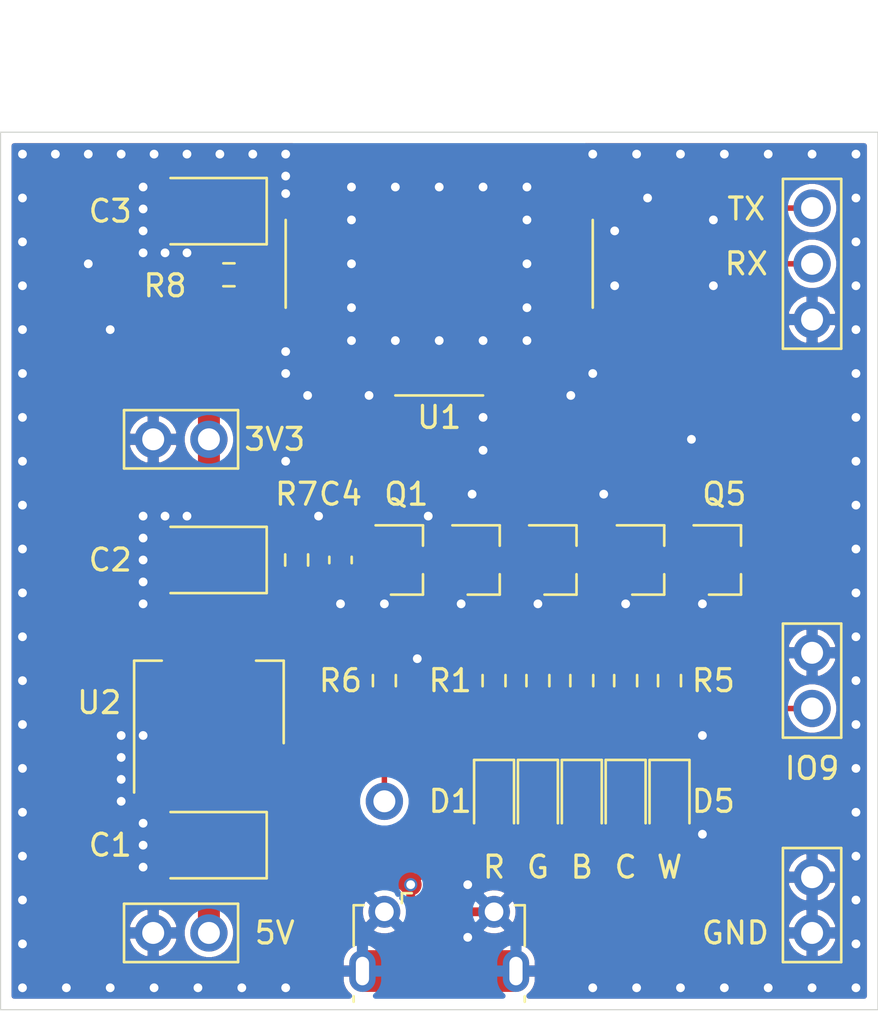
<source format=kicad_pcb>
(kicad_pcb (version 20171130) (host pcbnew 5.1.10-88a1d61d58~90~ubuntu20.04.1)

  (general
    (thickness 1)
    (drawings 15)
    (tracks 251)
    (zones 0)
    (modules 31)
    (nets 47)
  )

  (page A4)
  (layers
    (0 F.Cu signal)
    (31 B.Cu signal hide)
    (33 F.Adhes user hide)
    (35 F.Paste user hide)
    (37 F.SilkS user)
    (38 B.Mask user hide)
    (39 F.Mask user hide)
    (40 Dwgs.User user hide)
    (41 Cmts.User user hide)
    (42 Eco1.User user hide)
    (43 Eco2.User user hide)
    (44 Edge.Cuts user)
    (45 Margin user hide)
    (46 B.CrtYd user hide)
    (47 F.CrtYd user hide)
    (49 F.Fab user hide)
  )

  (setup
    (last_trace_width 0.4)
    (user_trace_width 0.25)
    (user_trace_width 1)
    (trace_clearance 0.2)
    (zone_clearance 0.254)
    (zone_45_only no)
    (trace_min 0.2)
    (via_size 0.6)
    (via_drill 0.4)
    (via_min_size 0.4)
    (via_min_drill 0.3)
    (uvia_size 0.3)
    (uvia_drill 0.1)
    (uvias_allowed no)
    (uvia_min_size 0.2)
    (uvia_min_drill 0.1)
    (edge_width 0.05)
    (segment_width 0.2)
    (pcb_text_width 0.3)
    (pcb_text_size 1.5 1.5)
    (mod_edge_width 0.12)
    (mod_text_size 1 1)
    (mod_text_width 0.15)
    (pad_size 1.7 1.7)
    (pad_drill 1)
    (pad_to_mask_clearance 0)
    (aux_axis_origin 0 0)
    (visible_elements FFFFFF7F)
    (pcbplotparams
      (layerselection 0x010e8_ffffffff)
      (usegerberextensions true)
      (usegerberattributes false)
      (usegerberadvancedattributes false)
      (creategerberjobfile false)
      (excludeedgelayer true)
      (linewidth 0.100000)
      (plotframeref false)
      (viasonmask false)
      (mode 1)
      (useauxorigin false)
      (hpglpennumber 1)
      (hpglpenspeed 20)
      (hpglpendiameter 15.000000)
      (psnegative false)
      (psa4output false)
      (plotreference true)
      (plotvalue false)
      (plotinvisibletext false)
      (padsonsilk false)
      (subtractmaskfromsilk true)
      (outputformat 1)
      (mirror false)
      (drillshape 0)
      (scaleselection 1)
      (outputdirectory "manufacturing/"))
  )

  (net 0 "")
  (net 1 "Net-(U1-Pad24)")
  (net 2 "Net-(U1-Pad21)")
  (net 3 "Net-(U1-Pad20)")
  (net 4 "Net-(U1-Pad19)")
  (net 5 "Net-(U1-Pad18)")
  (net 6 "Net-(U1-Pad17)")
  (net 7 "Net-(U1-Pad16)")
  (net 8 "Net-(U1-Pad15)")
  (net 9 "Net-(U1-Pad35)")
  (net 10 "Net-(U1-Pad34)")
  (net 11 "Net-(U1-Pad33)")
  (net 12 "Net-(U1-Pad32)")
  (net 13 "Net-(U1-Pad29)")
  (net 14 "Net-(U1-Pad28)")
  (net 15 "Net-(U1-Pad25)")
  (net 16 "Net-(U1-Pad10)")
  (net 17 "Net-(U1-Pad9)")
  (net 18 "Net-(U1-Pad7)")
  (net 19 "Net-(U1-Pad4)")
  (net 20 GND)
  (net 21 +3V3)
  (net 22 +5V)
  (net 23 "Net-(D1-Pad1)")
  (net 24 "Net-(D2-Pad1)")
  (net 25 "Net-(D3-Pad1)")
  (net 26 "Net-(D4-Pad1)")
  (net 27 "Net-(D5-Pad1)")
  (net 28 /RXD0)
  (net 29 /TXD0)
  (net 30 /PWMB)
  (net 31 /PWMG)
  (net 32 /PWMW)
  (net 33 /PWMC)
  (net 34 /PWMR)
  (net 35 "Net-(Q1-Pad3)")
  (net 36 "Net-(Q2-Pad3)")
  (net 37 "Net-(Q3-Pad3)")
  (net 38 "Net-(Q4-Pad3)")
  (net 39 "Net-(Q5-Pad3)")
  (net 40 /IO8)
  (net 41 /IO9)
  (net 42 "Net-(J9-Pad3)")
  (net 43 "Net-(J9-Pad4)")
  (net 44 "Net-(J9-Pad2)")
  (net 45 "Net-(C4-Pad1)")
  (net 46 "Net-(R8-Pad1)")

  (net_class Default "This is the default net class."
    (clearance 0.2)
    (trace_width 0.4)
    (via_dia 0.6)
    (via_drill 0.4)
    (uvia_dia 0.3)
    (uvia_drill 0.1)
    (add_net +3V3)
    (add_net +5V)
    (add_net /IO8)
    (add_net /IO9)
    (add_net /PWMB)
    (add_net /PWMC)
    (add_net /PWMG)
    (add_net /PWMR)
    (add_net /PWMW)
    (add_net /RXD0)
    (add_net /TXD0)
    (add_net GND)
    (add_net "Net-(C4-Pad1)")
    (add_net "Net-(D1-Pad1)")
    (add_net "Net-(D2-Pad1)")
    (add_net "Net-(D3-Pad1)")
    (add_net "Net-(D4-Pad1)")
    (add_net "Net-(D5-Pad1)")
    (add_net "Net-(J9-Pad2)")
    (add_net "Net-(J9-Pad3)")
    (add_net "Net-(J9-Pad4)")
    (add_net "Net-(Q1-Pad3)")
    (add_net "Net-(Q2-Pad3)")
    (add_net "Net-(Q3-Pad3)")
    (add_net "Net-(Q4-Pad3)")
    (add_net "Net-(Q5-Pad3)")
    (add_net "Net-(R8-Pad1)")
    (add_net "Net-(U1-Pad10)")
    (add_net "Net-(U1-Pad15)")
    (add_net "Net-(U1-Pad16)")
    (add_net "Net-(U1-Pad17)")
    (add_net "Net-(U1-Pad18)")
    (add_net "Net-(U1-Pad19)")
    (add_net "Net-(U1-Pad20)")
    (add_net "Net-(U1-Pad21)")
    (add_net "Net-(U1-Pad24)")
    (add_net "Net-(U1-Pad25)")
    (add_net "Net-(U1-Pad28)")
    (add_net "Net-(U1-Pad29)")
    (add_net "Net-(U1-Pad32)")
    (add_net "Net-(U1-Pad33)")
    (add_net "Net-(U1-Pad34)")
    (add_net "Net-(U1-Pad35)")
    (add_net "Net-(U1-Pad4)")
    (add_net "Net-(U1-Pad7)")
    (add_net "Net-(U1-Pad9)")
  )

  (net_class Power ""
    (clearance 0.2)
    (trace_width 0.8)
    (via_dia 0.8)
    (via_drill 0.4)
    (uvia_dia 0.3)
    (uvia_drill 0.1)
  )

  (module esp32-c3-test:ESP32-C3-MINI-1 (layer F.Cu) (tedit 6188C5A4) (tstamp 61871556)
    (at 100 61)
    (path /618CC06A)
    (fp_text reference U1 (at 0 7) (layer F.SilkS)
      (effects (font (size 1 1) (thickness 0.15)))
    )
    (fp_text value ESP32-C3-MINI-1 (at 0 -12) (layer F.Fab)
      (effects (font (size 1 1) (thickness 0.15)))
    )
    (fp_line (start -6.6 5.6) (end 6.6 5.6) (layer F.Fab) (width 0.1))
    (fp_line (start 6.6 5.6) (end 6.6 -11) (layer F.Fab) (width 0.1))
    (fp_line (start 6.6 -11) (end -6.6 -11) (layer F.Fab) (width 0.1))
    (fp_line (start -6.6 -11) (end -6.6 5.6) (layer F.Fab) (width 0.1))
    (fp_line (start -6.6 -5.6) (end 6.6 -5.6) (layer F.Fab) (width 0.1))
    (fp_line (start 7.6 6.6) (end 7.6 -12) (layer F.CrtYd) (width 0.05))
    (fp_line (start 7.6 -12) (end -7.6 -12) (layer F.CrtYd) (width 0.05))
    (fp_line (start -7.6 -12) (end -7.6 6.6) (layer F.CrtYd) (width 0.05))
    (fp_line (start -7.6 6.6) (end 7.6 6.6) (layer F.CrtYd) (width 0.05))
    (fp_line (start -7 -2) (end -7 2) (layer F.SilkS) (width 0.12))
    (fp_line (start -2 6) (end 2 6) (layer F.SilkS) (width 0.12))
    (fp_line (start 7 -2) (end 7 2) (layer F.SilkS) (width 0.12))
    (fp_text user REF** (at 0 -7) (layer F.Fab)
      (effects (font (size 1 1) (thickness 0.15)))
    )
    (pad 49 smd custom (at -1.975 -1.975) (size 0.85 0.85) (layers F.Cu F.Paste F.Mask)
      (net 20 GND)
      (options (clearance outline) (anchor rect))
      (primitives
        (gr_poly (pts
           (xy 0.725 0.725) (xy -0.725 0.725) (xy -0.725 -0.125) (xy -0.125 -0.725) (xy 0.725 -0.725)
) (width 0))
      ))
    (pad 48 smd rect (at -4.8 -4.9) (size 0.4 0.8) (layers F.Cu F.Paste F.Mask)
      (net 20 GND))
    (pad 47 smd rect (at -4 -4.9) (size 0.4 0.8) (layers F.Cu F.Paste F.Mask)
      (net 20 GND))
    (pad 46 smd rect (at -3.2 -4.9) (size 0.4 0.8) (layers F.Cu F.Paste F.Mask)
      (net 20 GND))
    (pad 45 smd rect (at -2.4 -4.9) (size 0.4 0.8) (layers F.Cu F.Paste F.Mask)
      (net 20 GND))
    (pad 44 smd rect (at -1.6 -4.9) (size 0.4 0.8) (layers F.Cu F.Paste F.Mask)
      (net 20 GND))
    (pad 43 smd rect (at -0.8 -4.9) (size 0.4 0.8) (layers F.Cu F.Paste F.Mask)
      (net 20 GND))
    (pad 42 smd rect (at 0 -4.9) (size 0.4 0.8) (layers F.Cu F.Paste F.Mask)
      (net 20 GND))
    (pad 41 smd rect (at 0.8 -4.9) (size 0.4 0.8) (layers F.Cu F.Paste F.Mask)
      (net 20 GND))
    (pad 40 smd rect (at 1.6 -4.9) (size 0.4 0.8) (layers F.Cu F.Paste F.Mask)
      (net 20 GND))
    (pad 39 smd rect (at 2.4 -4.9) (size 0.4 0.8) (layers F.Cu F.Paste F.Mask)
      (net 20 GND))
    (pad 38 smd rect (at 3.2 -4.9) (size 0.4 0.8) (layers F.Cu F.Paste F.Mask)
      (net 20 GND))
    (pad 37 smd rect (at 4 -4.9) (size 0.4 0.8) (layers F.Cu F.Paste F.Mask)
      (net 20 GND))
    (pad 36 smd rect (at 4.8 -4.9) (size 0.4 0.8) (layers F.Cu F.Paste F.Mask)
      (net 20 GND))
    (pad 24 smd rect (at 4.8 4.9) (size 0.4 0.8) (layers F.Cu F.Paste F.Mask)
      (net 1 "Net-(U1-Pad24)"))
    (pad 23 smd rect (at 4 4.9) (size 0.4 0.8) (layers F.Cu F.Paste F.Mask)
      (net 41 /IO9))
    (pad 22 smd rect (at 3.2 4.9) (size 0.4 0.8) (layers F.Cu F.Paste F.Mask)
      (net 40 /IO8))
    (pad 21 smd rect (at 2.4 4.9) (size 0.4 0.8) (layers F.Cu F.Paste F.Mask)
      (net 2 "Net-(U1-Pad21)"))
    (pad 20 smd rect (at 1.6 4.9) (size 0.4 0.8) (layers F.Cu F.Paste F.Mask)
      (net 3 "Net-(U1-Pad20)"))
    (pad 19 smd rect (at 0.8 4.9) (size 0.4 0.8) (layers F.Cu F.Paste F.Mask)
      (net 4 "Net-(U1-Pad19)"))
    (pad 18 smd rect (at 0 4.9) (size 0.4 0.8) (layers F.Cu F.Paste F.Mask)
      (net 5 "Net-(U1-Pad18)"))
    (pad 17 smd rect (at -0.8 4.9) (size 0.4 0.8) (layers F.Cu F.Paste F.Mask)
      (net 6 "Net-(U1-Pad17)"))
    (pad 16 smd rect (at -1.6 4.9) (size 0.4 0.8) (layers F.Cu F.Paste F.Mask)
      (net 7 "Net-(U1-Pad16)"))
    (pad 15 smd rect (at -2.4 4.9) (size 0.4 0.8) (layers F.Cu F.Paste F.Mask)
      (net 8 "Net-(U1-Pad15)"))
    (pad 14 smd rect (at -3.2 4.9) (size 0.4 0.8) (layers F.Cu F.Paste F.Mask)
      (net 20 GND))
    (pad 13 smd rect (at -4 4.9) (size 0.4 0.8) (layers F.Cu F.Paste F.Mask)
      (net 30 /PWMB))
    (pad 12 smd rect (at -4.8 4.9) (size 0.4 0.8) (layers F.Cu F.Paste F.Mask)
      (net 31 /PWMG))
    (pad 53 smd rect (at -5.95 -4.95) (size 0.7 0.7) (layers F.Cu F.Paste F.Mask)
      (net 20 GND))
    (pad 52 smd rect (at -5.95 4.95) (size 0.7 0.7) (layers F.Cu F.Paste F.Mask)
      (net 20 GND))
    (pad 51 smd rect (at 5.95 4.95) (size 0.7 0.7) (layers F.Cu F.Paste F.Mask)
      (net 20 GND))
    (pad 50 smd rect (at 5.95 -4.95) (size 0.7 0.7) (layers F.Cu F.Paste F.Mask)
      (net 20 GND))
    (pad 35 smd rect (at 5.9 -4) (size 0.8 0.4) (layers F.Cu F.Paste F.Mask)
      (net 9 "Net-(U1-Pad35)"))
    (pad 34 smd rect (at 5.9 -3.2) (size 0.8 0.4) (layers F.Cu F.Paste F.Mask)
      (net 10 "Net-(U1-Pad34)"))
    (pad 33 smd rect (at 5.9 -2.4) (size 0.8 0.4) (layers F.Cu F.Paste F.Mask)
      (net 11 "Net-(U1-Pad33)"))
    (pad 32 smd rect (at 5.9 -1.6) (size 0.8 0.4) (layers F.Cu F.Paste F.Mask)
      (net 12 "Net-(U1-Pad32)"))
    (pad 31 smd rect (at 5.9 -0.8) (size 0.8 0.4) (layers F.Cu F.Paste F.Mask)
      (net 29 /TXD0))
    (pad 30 smd rect (at 5.9 0) (size 0.8 0.4) (layers F.Cu F.Paste F.Mask)
      (net 28 /RXD0))
    (pad 29 smd rect (at 5.9 0.8) (size 0.8 0.4) (layers F.Cu F.Paste F.Mask)
      (net 13 "Net-(U1-Pad29)"))
    (pad 28 smd rect (at 5.9 1.6) (size 0.8 0.4) (layers F.Cu F.Paste F.Mask)
      (net 14 "Net-(U1-Pad28)"))
    (pad 27 smd rect (at 5.9 2.4) (size 0.8 0.4) (layers F.Cu F.Paste F.Mask)
      (net 32 /PWMW))
    (pad 26 smd rect (at 5.9 3.2) (size 0.8 0.4) (layers F.Cu F.Paste F.Mask)
      (net 33 /PWMC))
    (pad 25 smd rect (at 5.9 4) (size 0.8 0.4) (layers F.Cu F.Paste F.Mask)
      (net 15 "Net-(U1-Pad25)"))
    (pad 11 smd rect (at -5.9 4) (size 0.8 0.4) (layers F.Cu F.Paste F.Mask)
      (net 20 GND))
    (pad 10 smd rect (at -5.9 3.2) (size 0.8 0.4) (layers F.Cu F.Paste F.Mask)
      (net 16 "Net-(U1-Pad10)"))
    (pad 9 smd rect (at -5.9 2.4) (size 0.8 0.4) (layers F.Cu F.Paste F.Mask)
      (net 17 "Net-(U1-Pad9)"))
    (pad 8 smd rect (at -5.9 1.6) (size 0.8 0.4) (layers F.Cu F.Paste F.Mask)
      (net 45 "Net-(C4-Pad1)"))
    (pad 7 smd rect (at -5.9 0.8) (size 0.8 0.4) (layers F.Cu F.Paste F.Mask)
      (net 18 "Net-(U1-Pad7)"))
    (pad 6 smd rect (at -5.9 0) (size 0.8 0.4) (layers F.Cu F.Paste F.Mask)
      (net 34 /PWMR))
    (pad 5 smd rect (at -5.9 -0.8) (size 0.8 0.4) (layers F.Cu F.Paste F.Mask)
      (net 46 "Net-(R8-Pad1)"))
    (pad 4 smd rect (at -5.9 -1.6) (size 0.8 0.4) (layers F.Cu F.Paste F.Mask)
      (net 19 "Net-(U1-Pad4)"))
    (pad 3 smd rect (at -5.9 -2.4) (size 0.8 0.4) (layers F.Cu F.Paste F.Mask)
      (net 21 +3V3))
    (pad 2 smd rect (at -5.9 -3.2) (size 0.8 0.4) (layers F.Cu F.Paste F.Mask)
      (net 20 GND))
    (pad 1 smd rect (at -5.9 -4) (size 0.8 0.4) (layers F.Cu F.Paste F.Mask)
      (net 20 GND))
    (pad 49 smd rect (at 1.975 -1.975) (size 1.45 1.45) (layers F.Cu F.Paste F.Mask)
      (net 20 GND))
    (pad 49 smd rect (at 0 -1.975) (size 1.45 1.45) (layers F.Cu F.Paste F.Mask)
      (net 20 GND))
    (pad 49 smd rect (at -1.975 0) (size 1.45 1.45) (layers F.Cu F.Paste F.Mask)
      (net 20 GND))
    (pad 49 smd rect (at -1.975 1.975) (size 1.45 1.45) (layers F.Cu F.Paste F.Mask)
      (net 20 GND))
    (pad 49 smd rect (at 0 1.975) (size 1.45 1.45) (layers F.Cu F.Paste F.Mask)
      (net 20 GND))
    (pad 49 smd rect (at 1.975 1.975) (size 1.45 1.45) (layers F.Cu F.Paste F.Mask)
      (net 20 GND))
    (pad 49 smd rect (at 1.975 0) (size 1.45 1.45) (layers F.Cu F.Paste F.Mask)
      (net 20 GND))
    (pad 49 smd rect (at 0 0) (size 1.45 1.45) (layers F.Cu F.Paste F.Mask)
      (net 20 GND))
  )

  (module esp32-c3-test:PinHeader_1x02_P2.54mm_Vert (layer F.Cu) (tedit 61883539) (tstamp 618A6EC2)
    (at 117 91.5 180)
    (descr "Through hole straight pin header, 1x02, 2.54mm pitch, single row")
    (tags "Through hole pin header THT 1x02 2.54mm single row")
    (path /6209CBD5)
    (fp_text reference J6 (at 0 -2.33) (layer F.SilkS) hide
      (effects (font (size 1 1) (thickness 0.15)))
    )
    (fp_text value Conn_01x02 (at 0 4.87) (layer F.Fab)
      (effects (font (size 1 1) (thickness 0.15)))
    )
    (fp_line (start -0.635 -1.27) (end 1.27 -1.27) (layer F.Fab) (width 0.1))
    (fp_line (start 1.27 -1.27) (end 1.27 3.81) (layer F.Fab) (width 0.1))
    (fp_line (start 1.27 3.81) (end -1.27 3.81) (layer F.Fab) (width 0.1))
    (fp_line (start -1.27 3.81) (end -1.27 -0.635) (layer F.Fab) (width 0.1))
    (fp_line (start -1.27 -0.635) (end -0.635 -1.27) (layer F.Fab) (width 0.1))
    (fp_line (start -1.33 3.87) (end 1.33 3.87) (layer F.SilkS) (width 0.12))
    (fp_line (start -1.33 -1.33) (end -1.33 3.87) (layer F.SilkS) (width 0.12))
    (fp_line (start 1.33 -1.33) (end 1.33 3.87) (layer F.SilkS) (width 0.12))
    (fp_line (start -1.33 -1.33) (end 1.33 -1.33) (layer F.SilkS) (width 0.12))
    (fp_line (start -1.8 -1.8) (end -1.8 4.35) (layer F.CrtYd) (width 0.05))
    (fp_line (start -1.8 4.35) (end 1.8 4.35) (layer F.CrtYd) (width 0.05))
    (fp_line (start 1.8 4.35) (end 1.8 -1.8) (layer F.CrtYd) (width 0.05))
    (fp_line (start 1.8 -1.8) (end -1.8 -1.8) (layer F.CrtYd) (width 0.05))
    (fp_text user %R (at 0 1.27 270) (layer F.Fab)
      (effects (font (size 1 1) (thickness 0.15)))
    )
    (pad 1 thru_hole oval (at 0 0 180) (size 1.7 1.7) (drill 1) (layers *.Cu *.Mask)
      (net 20 GND))
    (pad 2 thru_hole oval (at 0 2.54 180) (size 1.7 1.7) (drill 1) (layers *.Cu *.Mask)
      (net 20 GND))
    (model ${KISYS3DMOD}/Connector_PinHeader_2.54mm.3dshapes/PinHeader_1x02_P2.54mm_Vertical.wrl
      (at (xyz 0 0 0))
      (scale (xyz 1 1 1))
      (rotate (xyz 0 0 0))
    )
  )

  (module esp32-c3-test:PinHeader_1x02_P2.54mm_Vert (layer F.Cu) (tedit 61883539) (tstamp 618A30CE)
    (at 89.5 69 270)
    (descr "Through hole straight pin header, 1x02, 2.54mm pitch, single row")
    (tags "Through hole pin header THT 1x02 2.54mm single row")
    (path /6203674C)
    (fp_text reference J5 (at 0 -2.33 90) (layer F.SilkS) hide
      (effects (font (size 1 1) (thickness 0.15)))
    )
    (fp_text value Conn_01x02 (at 0 4.87 90) (layer F.Fab)
      (effects (font (size 1 1) (thickness 0.15)))
    )
    (fp_line (start -0.635 -1.27) (end 1.27 -1.27) (layer F.Fab) (width 0.1))
    (fp_line (start 1.27 -1.27) (end 1.27 3.81) (layer F.Fab) (width 0.1))
    (fp_line (start 1.27 3.81) (end -1.27 3.81) (layer F.Fab) (width 0.1))
    (fp_line (start -1.27 3.81) (end -1.27 -0.635) (layer F.Fab) (width 0.1))
    (fp_line (start -1.27 -0.635) (end -0.635 -1.27) (layer F.Fab) (width 0.1))
    (fp_line (start -1.33 3.87) (end 1.33 3.87) (layer F.SilkS) (width 0.12))
    (fp_line (start -1.33 -1.33) (end -1.33 3.87) (layer F.SilkS) (width 0.12))
    (fp_line (start 1.33 -1.33) (end 1.33 3.87) (layer F.SilkS) (width 0.12))
    (fp_line (start -1.33 -1.33) (end 1.33 -1.33) (layer F.SilkS) (width 0.12))
    (fp_line (start -1.8 -1.8) (end -1.8 4.35) (layer F.CrtYd) (width 0.05))
    (fp_line (start -1.8 4.35) (end 1.8 4.35) (layer F.CrtYd) (width 0.05))
    (fp_line (start 1.8 4.35) (end 1.8 -1.8) (layer F.CrtYd) (width 0.05))
    (fp_line (start 1.8 -1.8) (end -1.8 -1.8) (layer F.CrtYd) (width 0.05))
    (fp_text user %R (at 0 1.27 180) (layer F.Fab)
      (effects (font (size 1 1) (thickness 0.15)))
    )
    (pad 1 thru_hole oval (at 0 0 270) (size 1.7 1.7) (drill 1) (layers *.Cu *.Mask)
      (net 21 +3V3))
    (pad 2 thru_hole oval (at 0 2.54 270) (size 1.7 1.7) (drill 1) (layers *.Cu *.Mask)
      (net 20 GND))
    (model ${KISYS3DMOD}/Connector_PinHeader_2.54mm.3dshapes/PinHeader_1x02_P2.54mm_Vertical.wrl
      (at (xyz 0 0 0))
      (scale (xyz 1 1 1))
      (rotate (xyz 0 0 0))
    )
  )

  (module esp32-c3-test:PinHeader_1x02_P2.54mm_Vert (layer F.Cu) (tedit 61883539) (tstamp 618A3D0D)
    (at 89.5 91.5 270)
    (descr "Through hole straight pin header, 1x02, 2.54mm pitch, single row")
    (tags "Through hole pin header THT 1x02 2.54mm single row")
    (path /6202BDD5)
    (fp_text reference J4 (at 0 -2.33 90) (layer F.SilkS) hide
      (effects (font (size 1 1) (thickness 0.15)))
    )
    (fp_text value Conn_01x02 (at 0 4.87 90) (layer F.Fab)
      (effects (font (size 1 1) (thickness 0.15)))
    )
    (fp_line (start -0.635 -1.27) (end 1.27 -1.27) (layer F.Fab) (width 0.1))
    (fp_line (start 1.27 -1.27) (end 1.27 3.81) (layer F.Fab) (width 0.1))
    (fp_line (start 1.27 3.81) (end -1.27 3.81) (layer F.Fab) (width 0.1))
    (fp_line (start -1.27 3.81) (end -1.27 -0.635) (layer F.Fab) (width 0.1))
    (fp_line (start -1.27 -0.635) (end -0.635 -1.27) (layer F.Fab) (width 0.1))
    (fp_line (start -1.33 3.87) (end 1.33 3.87) (layer F.SilkS) (width 0.12))
    (fp_line (start -1.33 -1.33) (end -1.33 3.87) (layer F.SilkS) (width 0.12))
    (fp_line (start 1.33 -1.33) (end 1.33 3.87) (layer F.SilkS) (width 0.12))
    (fp_line (start -1.33 -1.33) (end 1.33 -1.33) (layer F.SilkS) (width 0.12))
    (fp_line (start -1.8 -1.8) (end -1.8 4.35) (layer F.CrtYd) (width 0.05))
    (fp_line (start -1.8 4.35) (end 1.8 4.35) (layer F.CrtYd) (width 0.05))
    (fp_line (start 1.8 4.35) (end 1.8 -1.8) (layer F.CrtYd) (width 0.05))
    (fp_line (start 1.8 -1.8) (end -1.8 -1.8) (layer F.CrtYd) (width 0.05))
    (fp_text user %R (at 0 1.27 180) (layer F.Fab)
      (effects (font (size 1 1) (thickness 0.15)))
    )
    (pad 1 thru_hole oval (at 0 0 270) (size 1.7 1.7) (drill 1) (layers *.Cu *.Mask)
      (net 22 +5V))
    (pad 2 thru_hole oval (at 0 2.54 270) (size 1.7 1.7) (drill 1) (layers *.Cu *.Mask)
      (net 20 GND))
    (model ${KISYS3DMOD}/Connector_PinHeader_2.54mm.3dshapes/PinHeader_1x02_P2.54mm_Vertical.wrl
      (at (xyz 0 0 0))
      (scale (xyz 1 1 1))
      (rotate (xyz 0 0 0))
    )
  )

  (module Connector_PinHeader_2.54mm:PinHeader_1x01_P2.54mm_Vertical (layer F.Cu) (tedit 618842B7) (tstamp 618A002B)
    (at 97.5 85.5)
    (descr "Through hole straight pin header, 1x01, 2.54mm pitch, single row")
    (tags "Through hole pin header THT 1x01 2.54mm single row")
    (path /61FEFF3F)
    (fp_text reference J3 (at 0 -2.33) (layer F.SilkS) hide
      (effects (font (size 1 1) (thickness 0.15)))
    )
    (fp_text value Conn_01x01 (at 0 2.33) (layer F.Fab)
      (effects (font (size 1 1) (thickness 0.15)))
    )
    (fp_line (start -0.635 -1.27) (end 1.27 -1.27) (layer F.Fab) (width 0.1))
    (fp_line (start 1.27 -1.27) (end 1.27 1.27) (layer F.Fab) (width 0.1))
    (fp_line (start 1.27 1.27) (end -1.27 1.27) (layer F.Fab) (width 0.1))
    (fp_line (start -1.27 1.27) (end -1.27 -0.635) (layer F.Fab) (width 0.1))
    (fp_line (start -1.27 -0.635) (end -0.635 -1.27) (layer F.Fab) (width 0.1))
    (fp_line (start -1.8 -1.8) (end -1.8 1.8) (layer F.CrtYd) (width 0.05))
    (fp_line (start -1.8 1.8) (end 1.8 1.8) (layer F.CrtYd) (width 0.05))
    (fp_line (start 1.8 1.8) (end 1.8 -1.8) (layer F.CrtYd) (width 0.05))
    (fp_line (start 1.8 -1.8) (end -1.8 -1.8) (layer F.CrtYd) (width 0.05))
    (fp_text user %R (at 0 0 90) (layer F.Fab)
      (effects (font (size 1 1) (thickness 0.15)))
    )
    (pad 1 thru_hole oval (at 0 0) (size 1.7 1.7) (drill 1) (layers *.Cu *.Mask)
      (net 40 /IO8))
    (model ${KISYS3DMOD}/Connector_PinHeader_2.54mm.3dshapes/PinHeader_1x01_P2.54mm_Vertical.wrl
      (at (xyz 0 0 0))
      (scale (xyz 1 1 1))
      (rotate (xyz 0 0 0))
    )
  )

  (module esp32-c3-test:PinHeader_1x02_P2.54mm_Vert (layer F.Cu) (tedit 61883539) (tstamp 6189AF62)
    (at 117 81.27 180)
    (descr "Through hole straight pin header, 1x02, 2.54mm pitch, single row")
    (tags "Through hole pin header THT 1x02 2.54mm single row")
    (path /61F88F84)
    (fp_text reference J2 (at 0 -2.33) (layer F.SilkS) hide
      (effects (font (size 1 1) (thickness 0.15)))
    )
    (fp_text value Conn_01x02 (at 0 4.87) (layer F.Fab)
      (effects (font (size 1 1) (thickness 0.15)))
    )
    (fp_line (start -0.635 -1.27) (end 1.27 -1.27) (layer F.Fab) (width 0.1))
    (fp_line (start 1.27 -1.27) (end 1.27 3.81) (layer F.Fab) (width 0.1))
    (fp_line (start 1.27 3.81) (end -1.27 3.81) (layer F.Fab) (width 0.1))
    (fp_line (start -1.27 3.81) (end -1.27 -0.635) (layer F.Fab) (width 0.1))
    (fp_line (start -1.27 -0.635) (end -0.635 -1.27) (layer F.Fab) (width 0.1))
    (fp_line (start -1.33 3.87) (end 1.33 3.87) (layer F.SilkS) (width 0.12))
    (fp_line (start -1.33 -1.33) (end -1.33 3.87) (layer F.SilkS) (width 0.12))
    (fp_line (start 1.33 -1.33) (end 1.33 3.87) (layer F.SilkS) (width 0.12))
    (fp_line (start -1.33 -1.33) (end 1.33 -1.33) (layer F.SilkS) (width 0.12))
    (fp_line (start -1.8 -1.8) (end -1.8 4.35) (layer F.CrtYd) (width 0.05))
    (fp_line (start -1.8 4.35) (end 1.8 4.35) (layer F.CrtYd) (width 0.05))
    (fp_line (start 1.8 4.35) (end 1.8 -1.8) (layer F.CrtYd) (width 0.05))
    (fp_line (start 1.8 -1.8) (end -1.8 -1.8) (layer F.CrtYd) (width 0.05))
    (fp_text user %R (at 0 1.27 270) (layer F.Fab)
      (effects (font (size 1 1) (thickness 0.15)))
    )
    (pad 1 thru_hole oval (at 0 0 180) (size 1.7 1.7) (drill 1) (layers *.Cu *.Mask)
      (net 41 /IO9))
    (pad 2 thru_hole oval (at 0 2.54 180) (size 1.7 1.7) (drill 1) (layers *.Cu *.Mask)
      (net 20 GND))
    (model ${KISYS3DMOD}/Connector_PinHeader_2.54mm.3dshapes/PinHeader_1x02_P2.54mm_Vertical.wrl
      (at (xyz 0 0 0))
      (scale (xyz 1 1 1))
      (rotate (xyz 0 0 0))
    )
  )

  (module Capacitor_Tantalum_SMD:CP_EIA-3528-21_Kemet-B_Pad1.50x2.35mm_HandSolder (layer F.Cu) (tedit 5EBA9318) (tstamp 618869DF)
    (at 89.5 74.5 180)
    (descr "Tantalum Capacitor SMD Kemet-B (3528-21 Metric), IPC_7351 nominal, (Body size from: http://www.kemet.com/Lists/ProductCatalog/Attachments/253/KEM_TC101_STD.pdf), generated with kicad-footprint-generator")
    (tags "capacitor tantalum")
    (path /61DD6A0F)
    (attr smd)
    (fp_text reference C2 (at 4.5 0 180) (layer F.SilkS)
      (effects (font (size 1 1) (thickness 0.15)))
    )
    (fp_text value 10u (at 0 2.35) (layer F.Fab)
      (effects (font (size 1 1) (thickness 0.15)))
    )
    (fp_line (start 1.75 -1.4) (end -1.05 -1.4) (layer F.Fab) (width 0.1))
    (fp_line (start -1.05 -1.4) (end -1.75 -0.7) (layer F.Fab) (width 0.1))
    (fp_line (start -1.75 -0.7) (end -1.75 1.4) (layer F.Fab) (width 0.1))
    (fp_line (start -1.75 1.4) (end 1.75 1.4) (layer F.Fab) (width 0.1))
    (fp_line (start 1.75 1.4) (end 1.75 -1.4) (layer F.Fab) (width 0.1))
    (fp_line (start 1.75 -1.51) (end -2.635 -1.51) (layer F.SilkS) (width 0.12))
    (fp_line (start -2.635 -1.51) (end -2.635 1.51) (layer F.SilkS) (width 0.12))
    (fp_line (start -2.635 1.51) (end 1.75 1.51) (layer F.SilkS) (width 0.12))
    (fp_line (start -2.62 1.65) (end -2.62 -1.65) (layer F.CrtYd) (width 0.05))
    (fp_line (start -2.62 -1.65) (end 2.62 -1.65) (layer F.CrtYd) (width 0.05))
    (fp_line (start 2.62 -1.65) (end 2.62 1.65) (layer F.CrtYd) (width 0.05))
    (fp_line (start 2.62 1.65) (end -2.62 1.65) (layer F.CrtYd) (width 0.05))
    (fp_text user %R (at 0 0) (layer F.Fab)
      (effects (font (size 0.88 0.88) (thickness 0.13)))
    )
    (pad 2 smd roundrect (at 1.625 0 180) (size 1.5 2.35) (layers F.Cu F.Paste F.Mask) (roundrect_rratio 0.1666666666666667)
      (net 20 GND))
    (pad 1 smd roundrect (at -1.625 0 180) (size 1.5 2.35) (layers F.Cu F.Paste F.Mask) (roundrect_rratio 0.1666666666666667)
      (net 21 +3V3))
    (model ${KISYS3DMOD}/Capacitor_Tantalum_SMD.3dshapes/CP_EIA-3528-21_Kemet-B.wrl
      (at (xyz 0 0 0))
      (scale (xyz 1 1 1))
      (rotate (xyz 0 0 0))
    )
  )

  (module Capacitor_Tantalum_SMD:CP_EIA-3528-21_Kemet-B_Pad1.50x2.35mm_HandSolder (layer F.Cu) (tedit 5EBA9318) (tstamp 6188F853)
    (at 89.5 87.5 180)
    (descr "Tantalum Capacitor SMD Kemet-B (3528-21 Metric), IPC_7351 nominal, (Body size from: http://www.kemet.com/Lists/ProductCatalog/Attachments/253/KEM_TC101_STD.pdf), generated with kicad-footprint-generator")
    (tags "capacitor tantalum")
    (path /61DE5ED1)
    (attr smd)
    (fp_text reference C1 (at 4.5 0) (layer F.SilkS)
      (effects (font (size 1 1) (thickness 0.15)))
    )
    (fp_text value 10u (at 0 2.35) (layer F.Fab)
      (effects (font (size 1 1) (thickness 0.15)))
    )
    (fp_line (start 1.75 -1.4) (end -1.05 -1.4) (layer F.Fab) (width 0.1))
    (fp_line (start -1.05 -1.4) (end -1.75 -0.7) (layer F.Fab) (width 0.1))
    (fp_line (start -1.75 -0.7) (end -1.75 1.4) (layer F.Fab) (width 0.1))
    (fp_line (start -1.75 1.4) (end 1.75 1.4) (layer F.Fab) (width 0.1))
    (fp_line (start 1.75 1.4) (end 1.75 -1.4) (layer F.Fab) (width 0.1))
    (fp_line (start 1.75 -1.51) (end -2.635 -1.51) (layer F.SilkS) (width 0.12))
    (fp_line (start -2.635 -1.51) (end -2.635 1.51) (layer F.SilkS) (width 0.12))
    (fp_line (start -2.635 1.51) (end 1.75 1.51) (layer F.SilkS) (width 0.12))
    (fp_line (start -2.62 1.65) (end -2.62 -1.65) (layer F.CrtYd) (width 0.05))
    (fp_line (start -2.62 -1.65) (end 2.62 -1.65) (layer F.CrtYd) (width 0.05))
    (fp_line (start 2.62 -1.65) (end 2.62 1.65) (layer F.CrtYd) (width 0.05))
    (fp_line (start 2.62 1.65) (end -2.62 1.65) (layer F.CrtYd) (width 0.05))
    (fp_text user %R (at 0 0) (layer F.Fab)
      (effects (font (size 0.88 0.88) (thickness 0.13)))
    )
    (pad 2 smd roundrect (at 1.625 0 180) (size 1.5 2.35) (layers F.Cu F.Paste F.Mask) (roundrect_rratio 0.1666666666666667)
      (net 20 GND))
    (pad 1 smd roundrect (at -1.625 0 180) (size 1.5 2.35) (layers F.Cu F.Paste F.Mask) (roundrect_rratio 0.1666666666666667)
      (net 22 +5V))
    (model ${KISYS3DMOD}/Capacitor_Tantalum_SMD.3dshapes/CP_EIA-3528-21_Kemet-B.wrl
      (at (xyz 0 0 0))
      (scale (xyz 1 1 1))
      (rotate (xyz 0 0 0))
    )
  )

  (module Capacitor_Tantalum_SMD:CP_EIA-3528-21_Kemet-B_Pad1.50x2.35mm_HandSolder (layer F.Cu) (tedit 5EBA9318) (tstamp 61888793)
    (at 89.5 58.6 180)
    (descr "Tantalum Capacitor SMD Kemet-B (3528-21 Metric), IPC_7351 nominal, (Body size from: http://www.kemet.com/Lists/ProductCatalog/Attachments/253/KEM_TC101_STD.pdf), generated with kicad-footprint-generator")
    (tags "capacitor tantalum")
    (path /61DF2BBE)
    (attr smd)
    (fp_text reference C3 (at 4.5 0) (layer F.SilkS)
      (effects (font (size 1 1) (thickness 0.15)))
    )
    (fp_text value 10u (at 0 2.35) (layer F.Fab)
      (effects (font (size 1 1) (thickness 0.15)))
    )
    (fp_line (start 1.75 -1.4) (end -1.05 -1.4) (layer F.Fab) (width 0.1))
    (fp_line (start -1.05 -1.4) (end -1.75 -0.7) (layer F.Fab) (width 0.1))
    (fp_line (start -1.75 -0.7) (end -1.75 1.4) (layer F.Fab) (width 0.1))
    (fp_line (start -1.75 1.4) (end 1.75 1.4) (layer F.Fab) (width 0.1))
    (fp_line (start 1.75 1.4) (end 1.75 -1.4) (layer F.Fab) (width 0.1))
    (fp_line (start 1.75 -1.51) (end -2.635 -1.51) (layer F.SilkS) (width 0.12))
    (fp_line (start -2.635 -1.51) (end -2.635 1.51) (layer F.SilkS) (width 0.12))
    (fp_line (start -2.635 1.51) (end 1.75 1.51) (layer F.SilkS) (width 0.12))
    (fp_line (start -2.62 1.65) (end -2.62 -1.65) (layer F.CrtYd) (width 0.05))
    (fp_line (start -2.62 -1.65) (end 2.62 -1.65) (layer F.CrtYd) (width 0.05))
    (fp_line (start 2.62 -1.65) (end 2.62 1.65) (layer F.CrtYd) (width 0.05))
    (fp_line (start 2.62 1.65) (end -2.62 1.65) (layer F.CrtYd) (width 0.05))
    (fp_text user %R (at 0 0) (layer F.Fab)
      (effects (font (size 0.88 0.88) (thickness 0.13)))
    )
    (pad 2 smd roundrect (at 1.625 0 180) (size 1.5 2.35) (layers F.Cu F.Paste F.Mask) (roundrect_rratio 0.1666666666666667)
      (net 20 GND))
    (pad 1 smd roundrect (at -1.625 0 180) (size 1.5 2.35) (layers F.Cu F.Paste F.Mask) (roundrect_rratio 0.1666666666666667)
      (net 21 +3V3))
    (model ${KISYS3DMOD}/Capacitor_Tantalum_SMD.3dshapes/CP_EIA-3528-21_Kemet-B.wrl
      (at (xyz 0 0 0))
      (scale (xyz 1 1 1))
      (rotate (xyz 0 0 0))
    )
  )

  (module esp32-c3-test:PinHeader_1x03_P2.54mm_Vert (layer F.Cu) (tedit 6187C7AB) (tstamp 618808CD)
    (at 117 58.46)
    (descr "Through hole straight pin header, 1x03, 2.54mm pitch, single row")
    (tags "Through hole pin header THT 1x03 2.54mm single row")
    (path /61D472F4)
    (fp_text reference J1 (at 0 -2.33) (layer F.SilkS) hide
      (effects (font (size 1 1) (thickness 0.15)))
    )
    (fp_text value Conn_01x03 (at 0 7.41) (layer F.Fab)
      (effects (font (size 1 1) (thickness 0.15)))
    )
    (fp_line (start -0.635 -1.27) (end 1.27 -1.27) (layer F.Fab) (width 0.1))
    (fp_line (start 1.27 -1.27) (end 1.27 6.35) (layer F.Fab) (width 0.1))
    (fp_line (start 1.27 6.35) (end -1.27 6.35) (layer F.Fab) (width 0.1))
    (fp_line (start -1.27 6.35) (end -1.27 -0.635) (layer F.Fab) (width 0.1))
    (fp_line (start -1.27 -0.635) (end -0.635 -1.27) (layer F.Fab) (width 0.1))
    (fp_line (start -1.33 6.41) (end 1.33 6.41) (layer F.SilkS) (width 0.12))
    (fp_line (start -1.33 -1.33) (end -1.33 6.41) (layer F.SilkS) (width 0.12))
    (fp_line (start 1.33 -1.33) (end 1.33 6.41) (layer F.SilkS) (width 0.12))
    (fp_line (start -1.33 -1.33) (end 1.33 -1.33) (layer F.SilkS) (width 0.12))
    (fp_line (start -1.8 -1.8) (end -1.8 6.85) (layer F.CrtYd) (width 0.05))
    (fp_line (start -1.8 6.85) (end 1.8 6.85) (layer F.CrtYd) (width 0.05))
    (fp_line (start 1.8 6.85) (end 1.8 -1.8) (layer F.CrtYd) (width 0.05))
    (fp_line (start 1.8 -1.8) (end -1.8 -1.8) (layer F.CrtYd) (width 0.05))
    (fp_text user %R (at 0 2.54 90) (layer F.Fab)
      (effects (font (size 1 1) (thickness 0.15)))
    )
    (pad 1 thru_hole oval (at 0 0) (size 1.7 1.7) (drill 1) (layers *.Cu *.Mask)
      (net 29 /TXD0))
    (pad 2 thru_hole oval (at 0 2.54) (size 1.7 1.7) (drill 1) (layers *.Cu *.Mask)
      (net 28 /RXD0))
    (pad 3 thru_hole oval (at 0 5.08) (size 1.7 1.7) (drill 1) (layers *.Cu *.Mask)
      (net 20 GND))
    (model ${KISYS3DMOD}/Connector_PinHeader_2.54mm.3dshapes/PinHeader_1x03_P2.54mm_Vertical.wrl
      (at (xyz 0 0 0))
      (scale (xyz 1 1 1))
      (rotate (xyz 0 0 0))
    )
  )

  (module Resistor_SMD:R_0603_1608Metric_Pad0.98x0.95mm_HandSolder (layer F.Cu) (tedit 5F68FEEE) (tstamp 618987F3)
    (at 90.4125 61.5 180)
    (descr "Resistor SMD 0603 (1608 Metric), square (rectangular) end terminal, IPC_7351 nominal with elongated pad for handsoldering. (Body size source: IPC-SM-782 page 72, https://www.pcb-3d.com/wordpress/wp-content/uploads/ipc-sm-782a_amendment_1_and_2.pdf), generated with kicad-footprint-generator")
    (tags "resistor handsolder")
    (path /61CC2B44)
    (attr smd)
    (fp_text reference R8 (at 2.9125 -0.5) (layer F.SilkS)
      (effects (font (size 1 1) (thickness 0.15)))
    )
    (fp_text value 10k (at 0 1.43) (layer F.Fab)
      (effects (font (size 1 1) (thickness 0.15)))
    )
    (fp_line (start -0.8 0.4125) (end -0.8 -0.4125) (layer F.Fab) (width 0.1))
    (fp_line (start -0.8 -0.4125) (end 0.8 -0.4125) (layer F.Fab) (width 0.1))
    (fp_line (start 0.8 -0.4125) (end 0.8 0.4125) (layer F.Fab) (width 0.1))
    (fp_line (start 0.8 0.4125) (end -0.8 0.4125) (layer F.Fab) (width 0.1))
    (fp_line (start -0.254724 -0.5225) (end 0.254724 -0.5225) (layer F.SilkS) (width 0.12))
    (fp_line (start -0.254724 0.5225) (end 0.254724 0.5225) (layer F.SilkS) (width 0.12))
    (fp_line (start -1.65 0.73) (end -1.65 -0.73) (layer F.CrtYd) (width 0.05))
    (fp_line (start -1.65 -0.73) (end 1.65 -0.73) (layer F.CrtYd) (width 0.05))
    (fp_line (start 1.65 -0.73) (end 1.65 0.73) (layer F.CrtYd) (width 0.05))
    (fp_line (start 1.65 0.73) (end -1.65 0.73) (layer F.CrtYd) (width 0.05))
    (fp_text user %R (at 0 0) (layer F.Fab)
      (effects (font (size 0.4 0.4) (thickness 0.06)))
    )
    (pad 2 smd roundrect (at 0.9125 0 180) (size 0.975 0.95) (layers F.Cu F.Paste F.Mask) (roundrect_rratio 0.25)
      (net 21 +3V3))
    (pad 1 smd roundrect (at -0.9125 0 180) (size 0.975 0.95) (layers F.Cu F.Paste F.Mask) (roundrect_rratio 0.25)
      (net 46 "Net-(R8-Pad1)"))
    (model ${KISYS3DMOD}/Resistor_SMD.3dshapes/R_0603_1608Metric.wrl
      (at (xyz 0 0 0))
      (scale (xyz 1 1 1))
      (rotate (xyz 0 0 0))
    )
  )

  (module Capacitor_SMD:C_0603_1608Metric_Pad1.08x0.95mm_HandSolder (layer F.Cu) (tedit 5F68FEEF) (tstamp 61898040)
    (at 95.5 74.5 270)
    (descr "Capacitor SMD 0603 (1608 Metric), square (rectangular) end terminal, IPC_7351 nominal with elongated pad for handsoldering. (Body size source: IPC-SM-782 page 76, https://www.pcb-3d.com/wordpress/wp-content/uploads/ipc-sm-782a_amendment_1_and_2.pdf), generated with kicad-footprint-generator")
    (tags "capacitor handsolder")
    (path /61CDDCEA)
    (attr smd)
    (fp_text reference C4 (at -3 0 180) (layer F.SilkS)
      (effects (font (size 1 1) (thickness 0.15)))
    )
    (fp_text value 0.1u (at 0 1.43 90) (layer F.Fab)
      (effects (font (size 1 1) (thickness 0.15)))
    )
    (fp_line (start -0.8 0.4) (end -0.8 -0.4) (layer F.Fab) (width 0.1))
    (fp_line (start -0.8 -0.4) (end 0.8 -0.4) (layer F.Fab) (width 0.1))
    (fp_line (start 0.8 -0.4) (end 0.8 0.4) (layer F.Fab) (width 0.1))
    (fp_line (start 0.8 0.4) (end -0.8 0.4) (layer F.Fab) (width 0.1))
    (fp_line (start -0.146267 -0.51) (end 0.146267 -0.51) (layer F.SilkS) (width 0.12))
    (fp_line (start -0.146267 0.51) (end 0.146267 0.51) (layer F.SilkS) (width 0.12))
    (fp_line (start -1.65 0.73) (end -1.65 -0.73) (layer F.CrtYd) (width 0.05))
    (fp_line (start -1.65 -0.73) (end 1.65 -0.73) (layer F.CrtYd) (width 0.05))
    (fp_line (start 1.65 -0.73) (end 1.65 0.73) (layer F.CrtYd) (width 0.05))
    (fp_line (start 1.65 0.73) (end -1.65 0.73) (layer F.CrtYd) (width 0.05))
    (fp_text user %R (at 0 0 90) (layer F.Fab)
      (effects (font (size 0.4 0.4) (thickness 0.06)))
    )
    (pad 2 smd roundrect (at 0.8625 0 270) (size 1.075 0.95) (layers F.Cu F.Paste F.Mask) (roundrect_rratio 0.25)
      (net 20 GND))
    (pad 1 smd roundrect (at -0.8625 0 270) (size 1.075 0.95) (layers F.Cu F.Paste F.Mask) (roundrect_rratio 0.25)
      (net 45 "Net-(C4-Pad1)"))
    (model ${KISYS3DMOD}/Capacitor_SMD.3dshapes/C_0603_1608Metric.wrl
      (at (xyz 0 0 0))
      (scale (xyz 1 1 1))
      (rotate (xyz 0 0 0))
    )
  )

  (module Resistor_SMD:R_0603_1608Metric_Pad0.98x0.95mm_HandSolder (layer F.Cu) (tedit 5F68FEEE) (tstamp 6187C2E4)
    (at 93.5 74.5 90)
    (descr "Resistor SMD 0603 (1608 Metric), square (rectangular) end terminal, IPC_7351 nominal with elongated pad for handsoldering. (Body size source: IPC-SM-782 page 72, https://www.pcb-3d.com/wordpress/wp-content/uploads/ipc-sm-782a_amendment_1_and_2.pdf), generated with kicad-footprint-generator")
    (tags "resistor handsolder")
    (path /61C84C4B)
    (attr smd)
    (fp_text reference R7 (at 3 0 180) (layer F.SilkS)
      (effects (font (size 1 1) (thickness 0.15)))
    )
    (fp_text value 10k (at 0 1.43 90) (layer F.Fab)
      (effects (font (size 1 1) (thickness 0.15)))
    )
    (fp_line (start -0.8 0.4125) (end -0.8 -0.4125) (layer F.Fab) (width 0.1))
    (fp_line (start -0.8 -0.4125) (end 0.8 -0.4125) (layer F.Fab) (width 0.1))
    (fp_line (start 0.8 -0.4125) (end 0.8 0.4125) (layer F.Fab) (width 0.1))
    (fp_line (start 0.8 0.4125) (end -0.8 0.4125) (layer F.Fab) (width 0.1))
    (fp_line (start -0.254724 -0.5225) (end 0.254724 -0.5225) (layer F.SilkS) (width 0.12))
    (fp_line (start -0.254724 0.5225) (end 0.254724 0.5225) (layer F.SilkS) (width 0.12))
    (fp_line (start -1.65 0.73) (end -1.65 -0.73) (layer F.CrtYd) (width 0.05))
    (fp_line (start -1.65 -0.73) (end 1.65 -0.73) (layer F.CrtYd) (width 0.05))
    (fp_line (start 1.65 -0.73) (end 1.65 0.73) (layer F.CrtYd) (width 0.05))
    (fp_line (start 1.65 0.73) (end -1.65 0.73) (layer F.CrtYd) (width 0.05))
    (fp_text user %R (at 0 0 90) (layer F.Fab)
      (effects (font (size 0.4 0.4) (thickness 0.06)))
    )
    (pad 2 smd roundrect (at 0.9125 0 90) (size 0.975 0.95) (layers F.Cu F.Paste F.Mask) (roundrect_rratio 0.25)
      (net 45 "Net-(C4-Pad1)"))
    (pad 1 smd roundrect (at -0.9125 0 90) (size 0.975 0.95) (layers F.Cu F.Paste F.Mask) (roundrect_rratio 0.25)
      (net 21 +3V3))
    (model ${KISYS3DMOD}/Resistor_SMD.3dshapes/R_0603_1608Metric.wrl
      (at (xyz 0 0 0))
      (scale (xyz 1 1 1))
      (rotate (xyz 0 0 0))
    )
  )

  (module Package_TO_SOT_SMD:SOT-23 (layer F.Cu) (tedit 5A02FF57) (tstamp 61879E62)
    (at 113 74.5)
    (descr "SOT-23, Standard")
    (tags SOT-23)
    (path /61C5E53D)
    (attr smd)
    (fp_text reference Q5 (at 0 -3 180) (layer F.SilkS)
      (effects (font (size 1 1) (thickness 0.15)))
    )
    (fp_text value DTC143E (at 0 2.5) (layer F.Fab)
      (effects (font (size 1 1) (thickness 0.15)))
    )
    (fp_line (start -0.7 -0.95) (end -0.7 1.5) (layer F.Fab) (width 0.1))
    (fp_line (start -0.15 -1.52) (end 0.7 -1.52) (layer F.Fab) (width 0.1))
    (fp_line (start -0.7 -0.95) (end -0.15 -1.52) (layer F.Fab) (width 0.1))
    (fp_line (start 0.7 -1.52) (end 0.7 1.52) (layer F.Fab) (width 0.1))
    (fp_line (start -0.7 1.52) (end 0.7 1.52) (layer F.Fab) (width 0.1))
    (fp_line (start 0.76 1.58) (end 0.76 0.65) (layer F.SilkS) (width 0.12))
    (fp_line (start 0.76 -1.58) (end 0.76 -0.65) (layer F.SilkS) (width 0.12))
    (fp_line (start -1.7 -1.75) (end 1.7 -1.75) (layer F.CrtYd) (width 0.05))
    (fp_line (start 1.7 -1.75) (end 1.7 1.75) (layer F.CrtYd) (width 0.05))
    (fp_line (start 1.7 1.75) (end -1.7 1.75) (layer F.CrtYd) (width 0.05))
    (fp_line (start -1.7 1.75) (end -1.7 -1.75) (layer F.CrtYd) (width 0.05))
    (fp_line (start 0.76 -1.58) (end -1.4 -1.58) (layer F.SilkS) (width 0.12))
    (fp_line (start 0.76 1.58) (end -0.7 1.58) (layer F.SilkS) (width 0.12))
    (fp_text user %R (at 0 0 90) (layer F.Fab)
      (effects (font (size 0.5 0.5) (thickness 0.075)))
    )
    (pad 3 smd rect (at 1 0) (size 0.9 0.8) (layers F.Cu F.Paste F.Mask)
      (net 39 "Net-(Q5-Pad3)"))
    (pad 2 smd rect (at -1 0.95) (size 0.9 0.8) (layers F.Cu F.Paste F.Mask)
      (net 20 GND))
    (pad 1 smd rect (at -1 -0.95) (size 0.9 0.8) (layers F.Cu F.Paste F.Mask)
      (net 32 /PWMW))
    (model ${KISYS3DMOD}/Package_TO_SOT_SMD.3dshapes/SOT-23.wrl
      (at (xyz 0 0 0))
      (scale (xyz 1 1 1))
      (rotate (xyz 0 0 0))
    )
  )

  (module Package_TO_SOT_SMD:SOT-23 (layer F.Cu) (tedit 5A02FF57) (tstamp 61879E4D)
    (at 109.5 74.5)
    (descr "SOT-23, Standard")
    (tags SOT-23)
    (path /61C5DB23)
    (attr smd)
    (fp_text reference Q4 (at -3 0 90) (layer F.SilkS) hide
      (effects (font (size 1 1) (thickness 0.15)))
    )
    (fp_text value DTC143E (at 0 2.5) (layer F.Fab)
      (effects (font (size 1 1) (thickness 0.15)))
    )
    (fp_line (start -0.7 -0.95) (end -0.7 1.5) (layer F.Fab) (width 0.1))
    (fp_line (start -0.15 -1.52) (end 0.7 -1.52) (layer F.Fab) (width 0.1))
    (fp_line (start -0.7 -0.95) (end -0.15 -1.52) (layer F.Fab) (width 0.1))
    (fp_line (start 0.7 -1.52) (end 0.7 1.52) (layer F.Fab) (width 0.1))
    (fp_line (start -0.7 1.52) (end 0.7 1.52) (layer F.Fab) (width 0.1))
    (fp_line (start 0.76 1.58) (end 0.76 0.65) (layer F.SilkS) (width 0.12))
    (fp_line (start 0.76 -1.58) (end 0.76 -0.65) (layer F.SilkS) (width 0.12))
    (fp_line (start -1.7 -1.75) (end 1.7 -1.75) (layer F.CrtYd) (width 0.05))
    (fp_line (start 1.7 -1.75) (end 1.7 1.75) (layer F.CrtYd) (width 0.05))
    (fp_line (start 1.7 1.75) (end -1.7 1.75) (layer F.CrtYd) (width 0.05))
    (fp_line (start -1.7 1.75) (end -1.7 -1.75) (layer F.CrtYd) (width 0.05))
    (fp_line (start 0.76 -1.58) (end -1.4 -1.58) (layer F.SilkS) (width 0.12))
    (fp_line (start 0.76 1.58) (end -0.7 1.58) (layer F.SilkS) (width 0.12))
    (fp_text user %R (at 0 0 90) (layer F.Fab)
      (effects (font (size 0.5 0.5) (thickness 0.075)))
    )
    (pad 3 smd rect (at 1 0) (size 0.9 0.8) (layers F.Cu F.Paste F.Mask)
      (net 38 "Net-(Q4-Pad3)"))
    (pad 2 smd rect (at -1 0.95) (size 0.9 0.8) (layers F.Cu F.Paste F.Mask)
      (net 20 GND))
    (pad 1 smd rect (at -1 -0.95) (size 0.9 0.8) (layers F.Cu F.Paste F.Mask)
      (net 33 /PWMC))
    (model ${KISYS3DMOD}/Package_TO_SOT_SMD.3dshapes/SOT-23.wrl
      (at (xyz 0 0 0))
      (scale (xyz 1 1 1))
      (rotate (xyz 0 0 0))
    )
  )

  (module Package_TO_SOT_SMD:SOT-23 (layer F.Cu) (tedit 5A02FF57) (tstamp 61894B75)
    (at 105.5 74.5)
    (descr "SOT-23, Standard")
    (tags SOT-23)
    (path /61C56802)
    (attr smd)
    (fp_text reference Q3 (at -3 0 90) (layer F.SilkS) hide
      (effects (font (size 1 1) (thickness 0.15)))
    )
    (fp_text value DTC143E (at 0 2.5) (layer F.Fab)
      (effects (font (size 1 1) (thickness 0.15)))
    )
    (fp_line (start -0.7 -0.95) (end -0.7 1.5) (layer F.Fab) (width 0.1))
    (fp_line (start -0.15 -1.52) (end 0.7 -1.52) (layer F.Fab) (width 0.1))
    (fp_line (start -0.7 -0.95) (end -0.15 -1.52) (layer F.Fab) (width 0.1))
    (fp_line (start 0.7 -1.52) (end 0.7 1.52) (layer F.Fab) (width 0.1))
    (fp_line (start -0.7 1.52) (end 0.7 1.52) (layer F.Fab) (width 0.1))
    (fp_line (start 0.76 1.58) (end 0.76 0.65) (layer F.SilkS) (width 0.12))
    (fp_line (start 0.76 -1.58) (end 0.76 -0.65) (layer F.SilkS) (width 0.12))
    (fp_line (start -1.7 -1.75) (end 1.7 -1.75) (layer F.CrtYd) (width 0.05))
    (fp_line (start 1.7 -1.75) (end 1.7 1.75) (layer F.CrtYd) (width 0.05))
    (fp_line (start 1.7 1.75) (end -1.7 1.75) (layer F.CrtYd) (width 0.05))
    (fp_line (start -1.7 1.75) (end -1.7 -1.75) (layer F.CrtYd) (width 0.05))
    (fp_line (start 0.76 -1.58) (end -1.4 -1.58) (layer F.SilkS) (width 0.12))
    (fp_line (start 0.76 1.58) (end -0.7 1.58) (layer F.SilkS) (width 0.12))
    (fp_text user %R (at 0 0 90) (layer F.Fab)
      (effects (font (size 0.5 0.5) (thickness 0.075)))
    )
    (pad 3 smd rect (at 1 0) (size 0.9 0.8) (layers F.Cu F.Paste F.Mask)
      (net 37 "Net-(Q3-Pad3)"))
    (pad 2 smd rect (at -1 0.95) (size 0.9 0.8) (layers F.Cu F.Paste F.Mask)
      (net 20 GND))
    (pad 1 smd rect (at -1 -0.95) (size 0.9 0.8) (layers F.Cu F.Paste F.Mask)
      (net 30 /PWMB))
    (model ${KISYS3DMOD}/Package_TO_SOT_SMD.3dshapes/SOT-23.wrl
      (at (xyz 0 0 0))
      (scale (xyz 1 1 1))
      (rotate (xyz 0 0 0))
    )
  )

  (module Package_TO_SOT_SMD:SOT-23 (layer F.Cu) (tedit 5A02FF57) (tstamp 6189600B)
    (at 102 74.5)
    (descr "SOT-23, Standard")
    (tags SOT-23)
    (path /61C4FA7F)
    (attr smd)
    (fp_text reference Q2 (at -3 0 -90) (layer F.SilkS) hide
      (effects (font (size 1 1) (thickness 0.15)))
    )
    (fp_text value DTC143E (at 0 2.5) (layer F.Fab)
      (effects (font (size 1 1) (thickness 0.15)))
    )
    (fp_line (start -0.7 -0.95) (end -0.7 1.5) (layer F.Fab) (width 0.1))
    (fp_line (start -0.15 -1.52) (end 0.7 -1.52) (layer F.Fab) (width 0.1))
    (fp_line (start -0.7 -0.95) (end -0.15 -1.52) (layer F.Fab) (width 0.1))
    (fp_line (start 0.7 -1.52) (end 0.7 1.52) (layer F.Fab) (width 0.1))
    (fp_line (start -0.7 1.52) (end 0.7 1.52) (layer F.Fab) (width 0.1))
    (fp_line (start 0.76 1.58) (end 0.76 0.65) (layer F.SilkS) (width 0.12))
    (fp_line (start 0.76 -1.58) (end 0.76 -0.65) (layer F.SilkS) (width 0.12))
    (fp_line (start -1.7 -1.75) (end 1.7 -1.75) (layer F.CrtYd) (width 0.05))
    (fp_line (start 1.7 -1.75) (end 1.7 1.75) (layer F.CrtYd) (width 0.05))
    (fp_line (start 1.7 1.75) (end -1.7 1.75) (layer F.CrtYd) (width 0.05))
    (fp_line (start -1.7 1.75) (end -1.7 -1.75) (layer F.CrtYd) (width 0.05))
    (fp_line (start 0.76 -1.58) (end -1.4 -1.58) (layer F.SilkS) (width 0.12))
    (fp_line (start 0.76 1.58) (end -0.7 1.58) (layer F.SilkS) (width 0.12))
    (fp_text user %R (at 0 0 90) (layer F.Fab)
      (effects (font (size 0.5 0.5) (thickness 0.075)))
    )
    (pad 3 smd rect (at 1 0) (size 0.9 0.8) (layers F.Cu F.Paste F.Mask)
      (net 36 "Net-(Q2-Pad3)"))
    (pad 2 smd rect (at -1 0.95) (size 0.9 0.8) (layers F.Cu F.Paste F.Mask)
      (net 20 GND))
    (pad 1 smd rect (at -1 -0.95) (size 0.9 0.8) (layers F.Cu F.Paste F.Mask)
      (net 31 /PWMG))
    (model ${KISYS3DMOD}/Package_TO_SOT_SMD.3dshapes/SOT-23.wrl
      (at (xyz 0 0 0))
      (scale (xyz 1 1 1))
      (rotate (xyz 0 0 0))
    )
  )

  (module Package_TO_SOT_SMD:SOT-23 (layer F.Cu) (tedit 5A02FF57) (tstamp 618980D9)
    (at 98.5 74.5)
    (descr "SOT-23, Standard")
    (tags SOT-23)
    (path /61C2B71E)
    (attr smd)
    (fp_text reference Q1 (at 0 -3) (layer F.SilkS)
      (effects (font (size 1 1) (thickness 0.15)))
    )
    (fp_text value DTC143E (at 0 2.5) (layer F.Fab)
      (effects (font (size 1 1) (thickness 0.15)))
    )
    (fp_line (start -0.7 -0.95) (end -0.7 1.5) (layer F.Fab) (width 0.1))
    (fp_line (start -0.15 -1.52) (end 0.7 -1.52) (layer F.Fab) (width 0.1))
    (fp_line (start -0.7 -0.95) (end -0.15 -1.52) (layer F.Fab) (width 0.1))
    (fp_line (start 0.7 -1.52) (end 0.7 1.52) (layer F.Fab) (width 0.1))
    (fp_line (start -0.7 1.52) (end 0.7 1.52) (layer F.Fab) (width 0.1))
    (fp_line (start 0.76 1.58) (end 0.76 0.65) (layer F.SilkS) (width 0.12))
    (fp_line (start 0.76 -1.58) (end 0.76 -0.65) (layer F.SilkS) (width 0.12))
    (fp_line (start -1.7 -1.75) (end 1.7 -1.75) (layer F.CrtYd) (width 0.05))
    (fp_line (start 1.7 -1.75) (end 1.7 1.75) (layer F.CrtYd) (width 0.05))
    (fp_line (start 1.7 1.75) (end -1.7 1.75) (layer F.CrtYd) (width 0.05))
    (fp_line (start -1.7 1.75) (end -1.7 -1.75) (layer F.CrtYd) (width 0.05))
    (fp_line (start 0.76 -1.58) (end -1.4 -1.58) (layer F.SilkS) (width 0.12))
    (fp_line (start 0.76 1.58) (end -0.7 1.58) (layer F.SilkS) (width 0.12))
    (fp_text user %R (at 0 0 90) (layer F.Fab)
      (effects (font (size 0.5 0.5) (thickness 0.075)))
    )
    (pad 3 smd rect (at 1 0) (size 0.9 0.8) (layers F.Cu F.Paste F.Mask)
      (net 35 "Net-(Q1-Pad3)"))
    (pad 2 smd rect (at -1 0.95) (size 0.9 0.8) (layers F.Cu F.Paste F.Mask)
      (net 20 GND))
    (pad 1 smd rect (at -1 -0.95) (size 0.9 0.8) (layers F.Cu F.Paste F.Mask)
      (net 34 /PWMR))
    (model ${KISYS3DMOD}/Package_TO_SOT_SMD.3dshapes/SOT-23.wrl
      (at (xyz 0 0 0))
      (scale (xyz 1 1 1))
      (rotate (xyz 0 0 0))
    )
  )

  (module Package_TO_SOT_SMD:SOT-223-3_TabPin2 (layer F.Cu) (tedit 5A02FF57) (tstamp 61877F76)
    (at 89.5 81 90)
    (descr "module CMS SOT223 4 pins")
    (tags "CMS SOT")
    (path /61B81B65)
    (attr smd)
    (fp_text reference U2 (at 0 -5 180) (layer F.SilkS)
      (effects (font (size 1 1) (thickness 0.15)))
    )
    (fp_text value AMS1117-3.3 (at 0 4.5 90) (layer F.Fab)
      (effects (font (size 1 1) (thickness 0.15)))
    )
    (fp_line (start 1.91 3.41) (end 1.91 2.15) (layer F.SilkS) (width 0.12))
    (fp_line (start 1.91 -3.41) (end 1.91 -2.15) (layer F.SilkS) (width 0.12))
    (fp_line (start 4.4 -3.6) (end -4.4 -3.6) (layer F.CrtYd) (width 0.05))
    (fp_line (start 4.4 3.6) (end 4.4 -3.6) (layer F.CrtYd) (width 0.05))
    (fp_line (start -4.4 3.6) (end 4.4 3.6) (layer F.CrtYd) (width 0.05))
    (fp_line (start -4.4 -3.6) (end -4.4 3.6) (layer F.CrtYd) (width 0.05))
    (fp_line (start -1.85 -2.35) (end -0.85 -3.35) (layer F.Fab) (width 0.1))
    (fp_line (start -1.85 -2.35) (end -1.85 3.35) (layer F.Fab) (width 0.1))
    (fp_line (start -1.85 3.41) (end 1.91 3.41) (layer F.SilkS) (width 0.12))
    (fp_line (start -0.85 -3.35) (end 1.85 -3.35) (layer F.Fab) (width 0.1))
    (fp_line (start -4.1 -3.41) (end 1.91 -3.41) (layer F.SilkS) (width 0.12))
    (fp_line (start -1.85 3.35) (end 1.85 3.35) (layer F.Fab) (width 0.1))
    (fp_line (start 1.85 -3.35) (end 1.85 3.35) (layer F.Fab) (width 0.1))
    (fp_text user %R (at 0 0) (layer F.Fab)
      (effects (font (size 0.8 0.8) (thickness 0.12)))
    )
    (pad 1 smd rect (at -3.15 -2.3 90) (size 2 1.5) (layers F.Cu F.Paste F.Mask)
      (net 20 GND))
    (pad 3 smd rect (at -3.15 2.3 90) (size 2 1.5) (layers F.Cu F.Paste F.Mask)
      (net 22 +5V))
    (pad 2 smd rect (at -3.15 0 90) (size 2 1.5) (layers F.Cu F.Paste F.Mask)
      (net 21 +3V3))
    (pad 2 smd rect (at 3.15 0 90) (size 2 3.8) (layers F.Cu F.Paste F.Mask)
      (net 21 +3V3))
    (model ${KISYS3DMOD}/Package_TO_SOT_SMD.3dshapes/SOT-223.wrl
      (at (xyz 0 0 0))
      (scale (xyz 1 1 1))
      (rotate (xyz 0 0 0))
    )
  )

  (module Resistor_SMD:R_0603_1608Metric_Pad0.98x0.95mm_HandSolder (layer F.Cu) (tedit 5F68FEEE) (tstamp 6188F21B)
    (at 110.5 80 90)
    (descr "Resistor SMD 0603 (1608 Metric), square (rectangular) end terminal, IPC_7351 nominal with elongated pad for handsoldering. (Body size source: IPC-SM-782 page 72, https://www.pcb-3d.com/wordpress/wp-content/uploads/ipc-sm-782a_amendment_1_and_2.pdf), generated with kicad-footprint-generator")
    (tags "resistor handsolder")
    (path /61A2D586)
    (attr smd)
    (fp_text reference R5 (at 0 2 180) (layer F.SilkS)
      (effects (font (size 1 1) (thickness 0.15)))
    )
    (fp_text value 1k (at 0 1.43 90) (layer F.Fab)
      (effects (font (size 1 1) (thickness 0.15)))
    )
    (fp_line (start -0.8 0.4125) (end -0.8 -0.4125) (layer F.Fab) (width 0.1))
    (fp_line (start -0.8 -0.4125) (end 0.8 -0.4125) (layer F.Fab) (width 0.1))
    (fp_line (start 0.8 -0.4125) (end 0.8 0.4125) (layer F.Fab) (width 0.1))
    (fp_line (start 0.8 0.4125) (end -0.8 0.4125) (layer F.Fab) (width 0.1))
    (fp_line (start -0.254724 -0.5225) (end 0.254724 -0.5225) (layer F.SilkS) (width 0.12))
    (fp_line (start -0.254724 0.5225) (end 0.254724 0.5225) (layer F.SilkS) (width 0.12))
    (fp_line (start -1.65 0.73) (end -1.65 -0.73) (layer F.CrtYd) (width 0.05))
    (fp_line (start -1.65 -0.73) (end 1.65 -0.73) (layer F.CrtYd) (width 0.05))
    (fp_line (start 1.65 -0.73) (end 1.65 0.73) (layer F.CrtYd) (width 0.05))
    (fp_line (start 1.65 0.73) (end -1.65 0.73) (layer F.CrtYd) (width 0.05))
    (fp_text user %R (at 0 0 90) (layer F.Fab)
      (effects (font (size 0.4 0.4) (thickness 0.06)))
    )
    (pad 2 smd roundrect (at 0.9125 0 90) (size 0.975 0.95) (layers F.Cu F.Paste F.Mask) (roundrect_rratio 0.25)
      (net 39 "Net-(Q5-Pad3)"))
    (pad 1 smd roundrect (at -0.9125 0 90) (size 0.975 0.95) (layers F.Cu F.Paste F.Mask) (roundrect_rratio 0.25)
      (net 27 "Net-(D5-Pad1)"))
    (model ${KISYS3DMOD}/Resistor_SMD.3dshapes/R_0603_1608Metric.wrl
      (at (xyz 0 0 0))
      (scale (xyz 1 1 1))
      (rotate (xyz 0 0 0))
    )
  )

  (module Resistor_SMD:R_0603_1608Metric_Pad0.98x0.95mm_HandSolder (layer F.Cu) (tedit 5F68FEEE) (tstamp 6188F15B)
    (at 108.5 80 90)
    (descr "Resistor SMD 0603 (1608 Metric), square (rectangular) end terminal, IPC_7351 nominal with elongated pad for handsoldering. (Body size source: IPC-SM-782 page 72, https://www.pcb-3d.com/wordpress/wp-content/uploads/ipc-sm-782a_amendment_1_and_2.pdf), generated with kicad-footprint-generator")
    (tags "resistor handsolder")
    (path /61A2D264)
    (attr smd)
    (fp_text reference R4 (at 0 -2 90) (layer F.SilkS) hide
      (effects (font (size 1 1) (thickness 0.15)))
    )
    (fp_text value 1k (at 0 1.43 90) (layer F.Fab)
      (effects (font (size 1 1) (thickness 0.15)))
    )
    (fp_line (start -0.8 0.4125) (end -0.8 -0.4125) (layer F.Fab) (width 0.1))
    (fp_line (start -0.8 -0.4125) (end 0.8 -0.4125) (layer F.Fab) (width 0.1))
    (fp_line (start 0.8 -0.4125) (end 0.8 0.4125) (layer F.Fab) (width 0.1))
    (fp_line (start 0.8 0.4125) (end -0.8 0.4125) (layer F.Fab) (width 0.1))
    (fp_line (start -0.254724 -0.5225) (end 0.254724 -0.5225) (layer F.SilkS) (width 0.12))
    (fp_line (start -0.254724 0.5225) (end 0.254724 0.5225) (layer F.SilkS) (width 0.12))
    (fp_line (start -1.65 0.73) (end -1.65 -0.73) (layer F.CrtYd) (width 0.05))
    (fp_line (start -1.65 -0.73) (end 1.65 -0.73) (layer F.CrtYd) (width 0.05))
    (fp_line (start 1.65 -0.73) (end 1.65 0.73) (layer F.CrtYd) (width 0.05))
    (fp_line (start 1.65 0.73) (end -1.65 0.73) (layer F.CrtYd) (width 0.05))
    (fp_text user %R (at 0 0 90) (layer F.Fab)
      (effects (font (size 0.4 0.4) (thickness 0.06)))
    )
    (pad 2 smd roundrect (at 0.9125 0 90) (size 0.975 0.95) (layers F.Cu F.Paste F.Mask) (roundrect_rratio 0.25)
      (net 38 "Net-(Q4-Pad3)"))
    (pad 1 smd roundrect (at -0.9125 0 90) (size 0.975 0.95) (layers F.Cu F.Paste F.Mask) (roundrect_rratio 0.25)
      (net 26 "Net-(D4-Pad1)"))
    (model ${KISYS3DMOD}/Resistor_SMD.3dshapes/R_0603_1608Metric.wrl
      (at (xyz 0 0 0))
      (scale (xyz 1 1 1))
      (rotate (xyz 0 0 0))
    )
  )

  (module Resistor_SMD:R_0603_1608Metric_Pad0.98x0.95mm_HandSolder (layer F.Cu) (tedit 5F68FEEE) (tstamp 6188F1BB)
    (at 106.5 80 90)
    (descr "Resistor SMD 0603 (1608 Metric), square (rectangular) end terminal, IPC_7351 nominal with elongated pad for handsoldering. (Body size source: IPC-SM-782 page 72, https://www.pcb-3d.com/wordpress/wp-content/uploads/ipc-sm-782a_amendment_1_and_2.pdf), generated with kicad-footprint-generator")
    (tags "resistor handsolder")
    (path /61A2CEB5)
    (attr smd)
    (fp_text reference R3 (at 0 -2 90) (layer F.SilkS) hide
      (effects (font (size 1 1) (thickness 0.15)))
    )
    (fp_text value 1k (at 0 1.43 90) (layer F.Fab)
      (effects (font (size 1 1) (thickness 0.15)))
    )
    (fp_line (start -0.8 0.4125) (end -0.8 -0.4125) (layer F.Fab) (width 0.1))
    (fp_line (start -0.8 -0.4125) (end 0.8 -0.4125) (layer F.Fab) (width 0.1))
    (fp_line (start 0.8 -0.4125) (end 0.8 0.4125) (layer F.Fab) (width 0.1))
    (fp_line (start 0.8 0.4125) (end -0.8 0.4125) (layer F.Fab) (width 0.1))
    (fp_line (start -0.254724 -0.5225) (end 0.254724 -0.5225) (layer F.SilkS) (width 0.12))
    (fp_line (start -0.254724 0.5225) (end 0.254724 0.5225) (layer F.SilkS) (width 0.12))
    (fp_line (start -1.65 0.73) (end -1.65 -0.73) (layer F.CrtYd) (width 0.05))
    (fp_line (start -1.65 -0.73) (end 1.65 -0.73) (layer F.CrtYd) (width 0.05))
    (fp_line (start 1.65 -0.73) (end 1.65 0.73) (layer F.CrtYd) (width 0.05))
    (fp_line (start 1.65 0.73) (end -1.65 0.73) (layer F.CrtYd) (width 0.05))
    (fp_text user %R (at 0 0 90) (layer F.Fab)
      (effects (font (size 0.4 0.4) (thickness 0.06)))
    )
    (pad 2 smd roundrect (at 0.9125 0 90) (size 0.975 0.95) (layers F.Cu F.Paste F.Mask) (roundrect_rratio 0.25)
      (net 37 "Net-(Q3-Pad3)"))
    (pad 1 smd roundrect (at -0.9125 0 90) (size 0.975 0.95) (layers F.Cu F.Paste F.Mask) (roundrect_rratio 0.25)
      (net 25 "Net-(D3-Pad1)"))
    (model ${KISYS3DMOD}/Resistor_SMD.3dshapes/R_0603_1608Metric.wrl
      (at (xyz 0 0 0))
      (scale (xyz 1 1 1))
      (rotate (xyz 0 0 0))
    )
  )

  (module Resistor_SMD:R_0603_1608Metric_Pad0.98x0.95mm_HandSolder (layer F.Cu) (tedit 5F68FEEE) (tstamp 6188F1EB)
    (at 104.5 80 90)
    (descr "Resistor SMD 0603 (1608 Metric), square (rectangular) end terminal, IPC_7351 nominal with elongated pad for handsoldering. (Body size source: IPC-SM-782 page 72, https://www.pcb-3d.com/wordpress/wp-content/uploads/ipc-sm-782a_amendment_1_and_2.pdf), generated with kicad-footprint-generator")
    (tags "resistor handsolder")
    (path /61A2CBEC)
    (attr smd)
    (fp_text reference R2 (at 0 -2 90) (layer F.SilkS) hide
      (effects (font (size 1 1) (thickness 0.15)))
    )
    (fp_text value 1k (at 0 1.43 90) (layer F.Fab)
      (effects (font (size 1 1) (thickness 0.15)))
    )
    (fp_line (start -0.8 0.4125) (end -0.8 -0.4125) (layer F.Fab) (width 0.1))
    (fp_line (start -0.8 -0.4125) (end 0.8 -0.4125) (layer F.Fab) (width 0.1))
    (fp_line (start 0.8 -0.4125) (end 0.8 0.4125) (layer F.Fab) (width 0.1))
    (fp_line (start 0.8 0.4125) (end -0.8 0.4125) (layer F.Fab) (width 0.1))
    (fp_line (start -0.254724 -0.5225) (end 0.254724 -0.5225) (layer F.SilkS) (width 0.12))
    (fp_line (start -0.254724 0.5225) (end 0.254724 0.5225) (layer F.SilkS) (width 0.12))
    (fp_line (start -1.65 0.73) (end -1.65 -0.73) (layer F.CrtYd) (width 0.05))
    (fp_line (start -1.65 -0.73) (end 1.65 -0.73) (layer F.CrtYd) (width 0.05))
    (fp_line (start 1.65 -0.73) (end 1.65 0.73) (layer F.CrtYd) (width 0.05))
    (fp_line (start 1.65 0.73) (end -1.65 0.73) (layer F.CrtYd) (width 0.05))
    (fp_text user %R (at 0 0 90) (layer F.Fab)
      (effects (font (size 0.4 0.4) (thickness 0.06)))
    )
    (pad 2 smd roundrect (at 0.9125 0 90) (size 0.975 0.95) (layers F.Cu F.Paste F.Mask) (roundrect_rratio 0.25)
      (net 36 "Net-(Q2-Pad3)"))
    (pad 1 smd roundrect (at -0.9125 0 90) (size 0.975 0.95) (layers F.Cu F.Paste F.Mask) (roundrect_rratio 0.25)
      (net 24 "Net-(D2-Pad1)"))
    (model ${KISYS3DMOD}/Resistor_SMD.3dshapes/R_0603_1608Metric.wrl
      (at (xyz 0 0 0))
      (scale (xyz 1 1 1))
      (rotate (xyz 0 0 0))
    )
  )

  (module Resistor_SMD:R_0603_1608Metric_Pad0.98x0.95mm_HandSolder (layer F.Cu) (tedit 5F68FEEE) (tstamp 6188F18B)
    (at 102.5 80 90)
    (descr "Resistor SMD 0603 (1608 Metric), square (rectangular) end terminal, IPC_7351 nominal with elongated pad for handsoldering. (Body size source: IPC-SM-782 page 72, https://www.pcb-3d.com/wordpress/wp-content/uploads/ipc-sm-782a_amendment_1_and_2.pdf), generated with kicad-footprint-generator")
    (tags "resistor handsolder")
    (path /619CB1B1)
    (attr smd)
    (fp_text reference R1 (at 0 -2 180) (layer F.SilkS)
      (effects (font (size 1 1) (thickness 0.15)))
    )
    (fp_text value 1k (at 0 1.43 90) (layer F.Fab)
      (effects (font (size 1 1) (thickness 0.15)))
    )
    (fp_line (start -0.8 0.4125) (end -0.8 -0.4125) (layer F.Fab) (width 0.1))
    (fp_line (start -0.8 -0.4125) (end 0.8 -0.4125) (layer F.Fab) (width 0.1))
    (fp_line (start 0.8 -0.4125) (end 0.8 0.4125) (layer F.Fab) (width 0.1))
    (fp_line (start 0.8 0.4125) (end -0.8 0.4125) (layer F.Fab) (width 0.1))
    (fp_line (start -0.254724 -0.5225) (end 0.254724 -0.5225) (layer F.SilkS) (width 0.12))
    (fp_line (start -0.254724 0.5225) (end 0.254724 0.5225) (layer F.SilkS) (width 0.12))
    (fp_line (start -1.65 0.73) (end -1.65 -0.73) (layer F.CrtYd) (width 0.05))
    (fp_line (start -1.65 -0.73) (end 1.65 -0.73) (layer F.CrtYd) (width 0.05))
    (fp_line (start 1.65 -0.73) (end 1.65 0.73) (layer F.CrtYd) (width 0.05))
    (fp_line (start 1.65 0.73) (end -1.65 0.73) (layer F.CrtYd) (width 0.05))
    (fp_text user %R (at 0 0 90) (layer F.Fab)
      (effects (font (size 0.4 0.4) (thickness 0.06)))
    )
    (pad 2 smd roundrect (at 0.9125 0 90) (size 0.975 0.95) (layers F.Cu F.Paste F.Mask) (roundrect_rratio 0.25)
      (net 35 "Net-(Q1-Pad3)"))
    (pad 1 smd roundrect (at -0.9125 0 90) (size 0.975 0.95) (layers F.Cu F.Paste F.Mask) (roundrect_rratio 0.25)
      (net 23 "Net-(D1-Pad1)"))
    (model ${KISYS3DMOD}/Resistor_SMD.3dshapes/R_0603_1608Metric.wrl
      (at (xyz 0 0 0))
      (scale (xyz 1 1 1))
      (rotate (xyz 0 0 0))
    )
  )

  (module Resistor_SMD:R_0603_1608Metric_Pad0.98x0.95mm_HandSolder (layer F.Cu) (tedit 5F68FEEE) (tstamp 6187F95B)
    (at 97.5 80 270)
    (descr "Resistor SMD 0603 (1608 Metric), square (rectangular) end terminal, IPC_7351 nominal with elongated pad for handsoldering. (Body size source: IPC-SM-782 page 72, https://www.pcb-3d.com/wordpress/wp-content/uploads/ipc-sm-782a_amendment_1_and_2.pdf), generated with kicad-footprint-generator")
    (tags "resistor handsolder")
    (path /619047EA)
    (attr smd)
    (fp_text reference R6 (at 0 2 180) (layer F.SilkS)
      (effects (font (size 1 1) (thickness 0.15)))
    )
    (fp_text value 10k (at 0 1.43 90) (layer F.Fab)
      (effects (font (size 1 1) (thickness 0.15)))
    )
    (fp_line (start -0.8 0.4125) (end -0.8 -0.4125) (layer F.Fab) (width 0.1))
    (fp_line (start -0.8 -0.4125) (end 0.8 -0.4125) (layer F.Fab) (width 0.1))
    (fp_line (start 0.8 -0.4125) (end 0.8 0.4125) (layer F.Fab) (width 0.1))
    (fp_line (start 0.8 0.4125) (end -0.8 0.4125) (layer F.Fab) (width 0.1))
    (fp_line (start -0.254724 -0.5225) (end 0.254724 -0.5225) (layer F.SilkS) (width 0.12))
    (fp_line (start -0.254724 0.5225) (end 0.254724 0.5225) (layer F.SilkS) (width 0.12))
    (fp_line (start -1.65 0.73) (end -1.65 -0.73) (layer F.CrtYd) (width 0.05))
    (fp_line (start -1.65 -0.73) (end 1.65 -0.73) (layer F.CrtYd) (width 0.05))
    (fp_line (start 1.65 -0.73) (end 1.65 0.73) (layer F.CrtYd) (width 0.05))
    (fp_line (start 1.65 0.73) (end -1.65 0.73) (layer F.CrtYd) (width 0.05))
    (fp_text user %R (at 0 0 90) (layer F.Fab)
      (effects (font (size 0.4 0.4) (thickness 0.06)))
    )
    (pad 2 smd roundrect (at 0.9125 0 270) (size 0.975 0.95) (layers F.Cu F.Paste F.Mask) (roundrect_rratio 0.25)
      (net 40 /IO8))
    (pad 1 smd roundrect (at -0.9125 0 270) (size 0.975 0.95) (layers F.Cu F.Paste F.Mask) (roundrect_rratio 0.25)
      (net 21 +3V3))
    (model ${KISYS3DMOD}/Resistor_SMD.3dshapes/R_0603_1608Metric.wrl
      (at (xyz 0 0 0))
      (scale (xyz 1 1 1))
      (rotate (xyz 0 0 0))
    )
  )

  (module Connector_USB:USB_Micro-B_Molex-105017-0001 (layer F.Cu) (tedit 5A1DC0BE) (tstamp 6189339E)
    (at 100 92)
    (descr http://www.molex.com/pdm_docs/sd/1050170001_sd.pdf)
    (tags "Micro-USB SMD Typ-B")
    (path /6199F4A0)
    (attr smd)
    (fp_text reference J9 (at 0 -3.1125) (layer F.SilkS) hide
      (effects (font (size 1 1) (thickness 0.15)))
    )
    (fp_text value USB_B_Micro (at 0.3 4.3375) (layer F.Fab)
      (effects (font (size 1 1) (thickness 0.15)))
    )
    (fp_line (start -4.4 3.64) (end 4.4 3.64) (layer F.CrtYd) (width 0.05))
    (fp_line (start 4.4 -2.46) (end 4.4 3.64) (layer F.CrtYd) (width 0.05))
    (fp_line (start -4.4 -2.46) (end 4.4 -2.46) (layer F.CrtYd) (width 0.05))
    (fp_line (start -4.4 3.64) (end -4.4 -2.46) (layer F.CrtYd) (width 0.05))
    (fp_line (start -3.9 -1.7625) (end -3.45 -1.7625) (layer F.SilkS) (width 0.12))
    (fp_line (start -3.9 0.0875) (end -3.9 -1.7625) (layer F.SilkS) (width 0.12))
    (fp_line (start 3.9 2.6375) (end 3.9 2.3875) (layer F.SilkS) (width 0.12))
    (fp_line (start 3.75 3.3875) (end 3.75 -1.6125) (layer F.Fab) (width 0.1))
    (fp_line (start -3 2.689204) (end 3 2.689204) (layer F.Fab) (width 0.1))
    (fp_line (start -3.75 3.389204) (end 3.75 3.389204) (layer F.Fab) (width 0.1))
    (fp_line (start -3.75 -1.6125) (end 3.75 -1.6125) (layer F.Fab) (width 0.1))
    (fp_line (start -3.75 3.3875) (end -3.75 -1.6125) (layer F.Fab) (width 0.1))
    (fp_line (start -3.9 2.6375) (end -3.9 2.3875) (layer F.SilkS) (width 0.12))
    (fp_line (start 3.9 0.0875) (end 3.9 -1.7625) (layer F.SilkS) (width 0.12))
    (fp_line (start 3.9 -1.7625) (end 3.45 -1.7625) (layer F.SilkS) (width 0.12))
    (fp_line (start -1.7 -2.3125) (end -1.25 -2.3125) (layer F.SilkS) (width 0.12))
    (fp_line (start -1.7 -2.3125) (end -1.7 -1.8625) (layer F.SilkS) (width 0.12))
    (fp_line (start -1.3 -1.7125) (end -1.5 -1.9125) (layer F.Fab) (width 0.1))
    (fp_line (start -1.1 -1.9125) (end -1.3 -1.7125) (layer F.Fab) (width 0.1))
    (fp_line (start -1.5 -2.1225) (end -1.1 -2.1225) (layer F.Fab) (width 0.1))
    (fp_line (start -1.5 -2.1225) (end -1.5 -1.9125) (layer F.Fab) (width 0.1))
    (fp_line (start -1.1 -2.1225) (end -1.1 -1.9125) (layer F.Fab) (width 0.1))
    (fp_text user %R (at 0 0.8875) (layer F.Fab)
      (effects (font (size 1 1) (thickness 0.15)))
    )
    (fp_text user "PCB Edge" (at 0 2.6875) (layer Dwgs.User)
      (effects (font (size 0.5 0.5) (thickness 0.08)))
    )
    (pad 6 smd rect (at -2.9 1.2375) (size 1.2 1.9) (layers F.Cu F.Mask)
      (net 20 GND))
    (pad 6 smd rect (at 2.9 1.2375) (size 1.2 1.9) (layers F.Cu F.Mask)
      (net 20 GND))
    (pad 6 thru_hole oval (at 3.5 1.2375) (size 1.2 1.9) (drill oval 0.6 1.3) (layers *.Cu *.Mask)
      (net 20 GND))
    (pad 6 thru_hole oval (at -3.5 1.2375 180) (size 1.2 1.9) (drill oval 0.6 1.3) (layers *.Cu *.Mask)
      (net 20 GND))
    (pad 6 smd rect (at -1 1.2375) (size 1.5 1.9) (layers F.Cu F.Paste F.Mask)
      (net 20 GND))
    (pad 6 thru_hole circle (at 2.5 -1.4625) (size 1.45 1.45) (drill 0.85) (layers *.Cu *.Mask)
      (net 20 GND))
    (pad 3 smd rect (at 0 -1.4625) (size 0.4 1.35) (layers F.Cu F.Paste F.Mask)
      (net 42 "Net-(J9-Pad3)"))
    (pad 4 smd rect (at 0.65 -1.4625) (size 0.4 1.35) (layers F.Cu F.Paste F.Mask)
      (net 43 "Net-(J9-Pad4)"))
    (pad 5 smd rect (at 1.3 -1.4625) (size 0.4 1.35) (layers F.Cu F.Paste F.Mask)
      (net 20 GND))
    (pad 1 smd rect (at -1.3 -1.4625) (size 0.4 1.35) (layers F.Cu F.Paste F.Mask)
      (net 22 +5V))
    (pad 2 smd rect (at -0.65 -1.4625) (size 0.4 1.35) (layers F.Cu F.Paste F.Mask)
      (net 44 "Net-(J9-Pad2)"))
    (pad 6 thru_hole circle (at -2.5 -1.4625) (size 1.45 1.45) (drill 0.85) (layers *.Cu *.Mask)
      (net 20 GND))
    (pad 6 smd rect (at 1 1.2375) (size 1.5 1.9) (layers F.Cu F.Paste F.Mask)
      (net 20 GND))
    (model ${KISYS3DMOD}/Connector_USB.3dshapes/USB_Micro-B_Molex-105017-0001.wrl
      (at (xyz 0 0 0))
      (scale (xyz 1 1 1))
      (rotate (xyz 0 0 0))
    )
    (model ${KIPRJMOD}/3d/1050170001.stp
      (offset (xyz 0 -1.05 1.2))
      (scale (xyz 1 1 1))
      (rotate (xyz -90 0 0))
    )
  )

  (module LED_SMD:LED_0805_2012Metric_Castellated (layer F.Cu) (tedit 5F68FEF1) (tstamp 61871E51)
    (at 110.5 85.5 270)
    (descr "LED SMD 0805 (2012 Metric), castellated end terminal, IPC_7351 nominal, (Body size source: https://docs.google.com/spreadsheets/d/1BsfQQcO9C6DZCsRaXUlFlo91Tg2WpOkGARC1WS5S8t0/edit?usp=sharing), generated with kicad-footprint-generator")
    (tags "LED castellated")
    (path /619C95B6)
    (attr smd)
    (fp_text reference D5 (at 0 -2 180) (layer F.SilkS)
      (effects (font (size 1 1) (thickness 0.15)))
    )
    (fp_text value LED (at 0 1.6 90) (layer F.Fab)
      (effects (font (size 1 1) (thickness 0.15)))
    )
    (fp_line (start 1 -0.6) (end -0.7 -0.6) (layer F.Fab) (width 0.1))
    (fp_line (start -0.7 -0.6) (end -1 -0.3) (layer F.Fab) (width 0.1))
    (fp_line (start -1 -0.3) (end -1 0.6) (layer F.Fab) (width 0.1))
    (fp_line (start -1 0.6) (end 1 0.6) (layer F.Fab) (width 0.1))
    (fp_line (start 1 0.6) (end 1 -0.6) (layer F.Fab) (width 0.1))
    (fp_line (start 1 -0.91) (end -1.885 -0.91) (layer F.SilkS) (width 0.12))
    (fp_line (start -1.885 -0.91) (end -1.885 0.91) (layer F.SilkS) (width 0.12))
    (fp_line (start -1.885 0.91) (end 1 0.91) (layer F.SilkS) (width 0.12))
    (fp_line (start -1.88 0.9) (end -1.88 -0.9) (layer F.CrtYd) (width 0.05))
    (fp_line (start -1.88 -0.9) (end 1.88 -0.9) (layer F.CrtYd) (width 0.05))
    (fp_line (start 1.88 -0.9) (end 1.88 0.9) (layer F.CrtYd) (width 0.05))
    (fp_line (start 1.88 0.9) (end -1.88 0.9) (layer F.CrtYd) (width 0.05))
    (fp_text user %R (at 0 0 90) (layer F.Fab)
      (effects (font (size 0.5 0.5) (thickness 0.08)))
    )
    (pad 2 smd roundrect (at 0.9625 0 270) (size 1.325 1.3) (layers F.Cu F.Paste F.Mask) (roundrect_rratio 0.1923069230769231)
      (net 22 +5V))
    (pad 1 smd roundrect (at -0.9625 0 270) (size 1.325 1.3) (layers F.Cu F.Paste F.Mask) (roundrect_rratio 0.1923069230769231)
      (net 27 "Net-(D5-Pad1)"))
    (model ${KISYS3DMOD}/LED_SMD.3dshapes/LED_0805_2012Metric_Castellated.wrl
      (at (xyz 0 0 0))
      (scale (xyz 1 1 1))
      (rotate (xyz 0 0 0))
    )
  )

  (module LED_SMD:LED_0805_2012Metric_Castellated (layer F.Cu) (tedit 5F68FEF1) (tstamp 6188A9F6)
    (at 108.5 85.5 270)
    (descr "LED SMD 0805 (2012 Metric), castellated end terminal, IPC_7351 nominal, (Body size source: https://docs.google.com/spreadsheets/d/1BsfQQcO9C6DZCsRaXUlFlo91Tg2WpOkGARC1WS5S8t0/edit?usp=sharing), generated with kicad-footprint-generator")
    (tags "LED castellated")
    (path /619C9106)
    (attr smd)
    (fp_text reference D4 (at 0 -2 90) (layer F.SilkS) hide
      (effects (font (size 1 1) (thickness 0.15)))
    )
    (fp_text value LED (at 0 1.6 90) (layer F.Fab)
      (effects (font (size 1 1) (thickness 0.15)))
    )
    (fp_line (start 1 -0.6) (end -0.7 -0.6) (layer F.Fab) (width 0.1))
    (fp_line (start -0.7 -0.6) (end -1 -0.3) (layer F.Fab) (width 0.1))
    (fp_line (start -1 -0.3) (end -1 0.6) (layer F.Fab) (width 0.1))
    (fp_line (start -1 0.6) (end 1 0.6) (layer F.Fab) (width 0.1))
    (fp_line (start 1 0.6) (end 1 -0.6) (layer F.Fab) (width 0.1))
    (fp_line (start 1 -0.91) (end -1.885 -0.91) (layer F.SilkS) (width 0.12))
    (fp_line (start -1.885 -0.91) (end -1.885 0.91) (layer F.SilkS) (width 0.12))
    (fp_line (start -1.885 0.91) (end 1 0.91) (layer F.SilkS) (width 0.12))
    (fp_line (start -1.88 0.9) (end -1.88 -0.9) (layer F.CrtYd) (width 0.05))
    (fp_line (start -1.88 -0.9) (end 1.88 -0.9) (layer F.CrtYd) (width 0.05))
    (fp_line (start 1.88 -0.9) (end 1.88 0.9) (layer F.CrtYd) (width 0.05))
    (fp_line (start 1.88 0.9) (end -1.88 0.9) (layer F.CrtYd) (width 0.05))
    (fp_text user %R (at 0 0 90) (layer F.Fab)
      (effects (font (size 0.5 0.5) (thickness 0.08)))
    )
    (pad 2 smd roundrect (at 0.9625 0 270) (size 1.325 1.3) (layers F.Cu F.Paste F.Mask) (roundrect_rratio 0.1923069230769231)
      (net 22 +5V))
    (pad 1 smd roundrect (at -0.9625 0 270) (size 1.325 1.3) (layers F.Cu F.Paste F.Mask) (roundrect_rratio 0.1923069230769231)
      (net 26 "Net-(D4-Pad1)"))
    (model ${KISYS3DMOD}/LED_SMD.3dshapes/LED_0805_2012Metric_Castellated.wrl
      (at (xyz 0 0 0))
      (scale (xyz 1 1 1))
      (rotate (xyz 0 0 0))
    )
  )

  (module LED_SMD:LED_0805_2012Metric_Castellated (layer F.Cu) (tedit 5F68FEF1) (tstamp 61871E2B)
    (at 106.5 85.5 270)
    (descr "LED SMD 0805 (2012 Metric), castellated end terminal, IPC_7351 nominal, (Body size source: https://docs.google.com/spreadsheets/d/1BsfQQcO9C6DZCsRaXUlFlo91Tg2WpOkGARC1WS5S8t0/edit?usp=sharing), generated with kicad-footprint-generator")
    (tags "LED castellated")
    (path /619C8D67)
    (attr smd)
    (fp_text reference D3 (at 0 -2 90) (layer F.SilkS) hide
      (effects (font (size 1 1) (thickness 0.15)))
    )
    (fp_text value LED (at 0 1.6 90) (layer F.Fab)
      (effects (font (size 1 1) (thickness 0.15)))
    )
    (fp_line (start 1 -0.6) (end -0.7 -0.6) (layer F.Fab) (width 0.1))
    (fp_line (start -0.7 -0.6) (end -1 -0.3) (layer F.Fab) (width 0.1))
    (fp_line (start -1 -0.3) (end -1 0.6) (layer F.Fab) (width 0.1))
    (fp_line (start -1 0.6) (end 1 0.6) (layer F.Fab) (width 0.1))
    (fp_line (start 1 0.6) (end 1 -0.6) (layer F.Fab) (width 0.1))
    (fp_line (start 1 -0.91) (end -1.885 -0.91) (layer F.SilkS) (width 0.12))
    (fp_line (start -1.885 -0.91) (end -1.885 0.91) (layer F.SilkS) (width 0.12))
    (fp_line (start -1.885 0.91) (end 1 0.91) (layer F.SilkS) (width 0.12))
    (fp_line (start -1.88 0.9) (end -1.88 -0.9) (layer F.CrtYd) (width 0.05))
    (fp_line (start -1.88 -0.9) (end 1.88 -0.9) (layer F.CrtYd) (width 0.05))
    (fp_line (start 1.88 -0.9) (end 1.88 0.9) (layer F.CrtYd) (width 0.05))
    (fp_line (start 1.88 0.9) (end -1.88 0.9) (layer F.CrtYd) (width 0.05))
    (fp_text user %R (at 0 0 90) (layer F.Fab)
      (effects (font (size 0.5 0.5) (thickness 0.08)))
    )
    (pad 2 smd roundrect (at 0.9625 0 270) (size 1.325 1.3) (layers F.Cu F.Paste F.Mask) (roundrect_rratio 0.1923069230769231)
      (net 22 +5V))
    (pad 1 smd roundrect (at -0.9625 0 270) (size 1.325 1.3) (layers F.Cu F.Paste F.Mask) (roundrect_rratio 0.1923069230769231)
      (net 25 "Net-(D3-Pad1)"))
    (model ${KISYS3DMOD}/LED_SMD.3dshapes/LED_0805_2012Metric_Castellated.wrl
      (at (xyz 0 0 0))
      (scale (xyz 1 1 1))
      (rotate (xyz 0 0 0))
    )
  )

  (module LED_SMD:LED_0805_2012Metric_Castellated (layer F.Cu) (tedit 5F68FEF1) (tstamp 61871E18)
    (at 104.5 85.5 270)
    (descr "LED SMD 0805 (2012 Metric), castellated end terminal, IPC_7351 nominal, (Body size source: https://docs.google.com/spreadsheets/d/1BsfQQcO9C6DZCsRaXUlFlo91Tg2WpOkGARC1WS5S8t0/edit?usp=sharing), generated with kicad-footprint-generator")
    (tags "LED castellated")
    (path /619C88B3)
    (attr smd)
    (fp_text reference D2 (at 0 -2 90) (layer F.SilkS) hide
      (effects (font (size 1 1) (thickness 0.15)))
    )
    (fp_text value LED (at 0 1.6 90) (layer F.Fab)
      (effects (font (size 1 1) (thickness 0.15)))
    )
    (fp_line (start 1 -0.6) (end -0.7 -0.6) (layer F.Fab) (width 0.1))
    (fp_line (start -0.7 -0.6) (end -1 -0.3) (layer F.Fab) (width 0.1))
    (fp_line (start -1 -0.3) (end -1 0.6) (layer F.Fab) (width 0.1))
    (fp_line (start -1 0.6) (end 1 0.6) (layer F.Fab) (width 0.1))
    (fp_line (start 1 0.6) (end 1 -0.6) (layer F.Fab) (width 0.1))
    (fp_line (start 1 -0.91) (end -1.885 -0.91) (layer F.SilkS) (width 0.12))
    (fp_line (start -1.885 -0.91) (end -1.885 0.91) (layer F.SilkS) (width 0.12))
    (fp_line (start -1.885 0.91) (end 1 0.91) (layer F.SilkS) (width 0.12))
    (fp_line (start -1.88 0.9) (end -1.88 -0.9) (layer F.CrtYd) (width 0.05))
    (fp_line (start -1.88 -0.9) (end 1.88 -0.9) (layer F.CrtYd) (width 0.05))
    (fp_line (start 1.88 -0.9) (end 1.88 0.9) (layer F.CrtYd) (width 0.05))
    (fp_line (start 1.88 0.9) (end -1.88 0.9) (layer F.CrtYd) (width 0.05))
    (fp_text user %R (at 0 0 90) (layer F.Fab)
      (effects (font (size 0.5 0.5) (thickness 0.08)))
    )
    (pad 2 smd roundrect (at 0.9625 0 270) (size 1.325 1.3) (layers F.Cu F.Paste F.Mask) (roundrect_rratio 0.1923069230769231)
      (net 22 +5V))
    (pad 1 smd roundrect (at -0.9625 0 270) (size 1.325 1.3) (layers F.Cu F.Paste F.Mask) (roundrect_rratio 0.1923069230769231)
      (net 24 "Net-(D2-Pad1)"))
    (model ${KISYS3DMOD}/LED_SMD.3dshapes/LED_0805_2012Metric_Castellated.wrl
      (at (xyz 0 0 0))
      (scale (xyz 1 1 1))
      (rotate (xyz 0 0 0))
    )
  )

  (module LED_SMD:LED_0805_2012Metric_Castellated (layer F.Cu) (tedit 5F68FEF1) (tstamp 61871E05)
    (at 102.5 85.5 270)
    (descr "LED SMD 0805 (2012 Metric), castellated end terminal, IPC_7351 nominal, (Body size source: https://docs.google.com/spreadsheets/d/1BsfQQcO9C6DZCsRaXUlFlo91Tg2WpOkGARC1WS5S8t0/edit?usp=sharing), generated with kicad-footprint-generator")
    (tags "LED castellated")
    (path /619C7DA9)
    (attr smd)
    (fp_text reference D1 (at 0 2 180) (layer F.SilkS)
      (effects (font (size 1 1) (thickness 0.15)))
    )
    (fp_text value LED (at 0 1.6 90) (layer F.Fab)
      (effects (font (size 1 1) (thickness 0.15)))
    )
    (fp_line (start 1 -0.6) (end -0.7 -0.6) (layer F.Fab) (width 0.1))
    (fp_line (start -0.7 -0.6) (end -1 -0.3) (layer F.Fab) (width 0.1))
    (fp_line (start -1 -0.3) (end -1 0.6) (layer F.Fab) (width 0.1))
    (fp_line (start -1 0.6) (end 1 0.6) (layer F.Fab) (width 0.1))
    (fp_line (start 1 0.6) (end 1 -0.6) (layer F.Fab) (width 0.1))
    (fp_line (start 1 -0.91) (end -1.885 -0.91) (layer F.SilkS) (width 0.12))
    (fp_line (start -1.885 -0.91) (end -1.885 0.91) (layer F.SilkS) (width 0.12))
    (fp_line (start -1.885 0.91) (end 1 0.91) (layer F.SilkS) (width 0.12))
    (fp_line (start -1.88 0.9) (end -1.88 -0.9) (layer F.CrtYd) (width 0.05))
    (fp_line (start -1.88 -0.9) (end 1.88 -0.9) (layer F.CrtYd) (width 0.05))
    (fp_line (start 1.88 -0.9) (end 1.88 0.9) (layer F.CrtYd) (width 0.05))
    (fp_line (start 1.88 0.9) (end -1.88 0.9) (layer F.CrtYd) (width 0.05))
    (fp_text user %R (at 0 0 90) (layer F.Fab)
      (effects (font (size 0.5 0.5) (thickness 0.08)))
    )
    (pad 2 smd roundrect (at 0.9625 0 270) (size 1.325 1.3) (layers F.Cu F.Paste F.Mask) (roundrect_rratio 0.1923069230769231)
      (net 22 +5V))
    (pad 1 smd roundrect (at -0.9625 0 270) (size 1.325 1.3) (layers F.Cu F.Paste F.Mask) (roundrect_rratio 0.1923069230769231)
      (net 23 "Net-(D1-Pad1)"))
    (model ${KISYS3DMOD}/LED_SMD.3dshapes/LED_0805_2012Metric_Castellated.wrl
      (at (xyz 0 0 0))
      (scale (xyz 1 1 1))
      (rotate (xyz 0 0 0))
    )
  )

  (gr_text "GND\n" (at 113.5 91.5) (layer F.SilkS)
    (effects (font (size 1 1) (thickness 0.15)))
  )
  (gr_text W (at 110.5 88.5) (layer F.SilkS)
    (effects (font (size 1 1) (thickness 0.15)))
  )
  (gr_text C (at 108.5 88.5) (layer F.SilkS)
    (effects (font (size 1 1) (thickness 0.15)))
  )
  (gr_text B (at 106.5 88.5) (layer F.SilkS)
    (effects (font (size 1 1) (thickness 0.15)))
  )
  (gr_text G (at 104.5 88.5) (layer F.SilkS)
    (effects (font (size 1 1) (thickness 0.15)))
  )
  (gr_text R (at 102.5 88.5) (layer F.SilkS)
    (effects (font (size 1 1) (thickness 0.15)))
  )
  (gr_text 5V (at 92.5 91.5) (layer F.SilkS)
    (effects (font (size 1 1) (thickness 0.15)))
  )
  (gr_text 3V3 (at 92.5 69) (layer F.SilkS)
    (effects (font (size 1 1) (thickness 0.15)))
  )
  (gr_text IO9 (at 117 84) (layer F.SilkS)
    (effects (font (size 1 1) (thickness 0.15)))
  )
  (gr_text TX (at 114 58.5) (layer F.SilkS)
    (effects (font (size 1 1) (thickness 0.15)))
  )
  (gr_text RX (at 114 61) (layer F.SilkS)
    (effects (font (size 1 1) (thickness 0.15)))
  )
  (gr_line (start 80 95) (end 80 55) (layer Edge.Cuts) (width 0.05) (tstamp 6187C73E))
  (gr_line (start 120 95) (end 80 95) (layer Edge.Cuts) (width 0.05))
  (gr_line (start 120 55) (end 120 95) (layer Edge.Cuts) (width 0.05))
  (gr_line (start 80 55) (end 120 55) (layer Edge.Cuts) (width 0.05))

  (via (at 96 57.5) (size 0.6) (drill 0.4) (layers F.Cu B.Cu) (net 20))
  (via (at 100 57.5) (size 0.6) (drill 0.4) (layers F.Cu B.Cu) (net 20))
  (via (at 104 57.5) (size 0.6) (drill 0.4) (layers F.Cu B.Cu) (net 20))
  (via (at 102 57.5) (size 0.6) (drill 0.4) (layers F.Cu B.Cu) (net 20))
  (via (at 98 57.5) (size 0.6) (drill 0.4) (layers F.Cu B.Cu) (net 20))
  (via (at 104 59) (size 0.6) (drill 0.4) (layers F.Cu B.Cu) (net 20))
  (via (at 104 61) (size 0.6) (drill 0.4) (layers F.Cu B.Cu) (net 20))
  (via (at 104 63) (size 0.6) (drill 0.4) (layers F.Cu B.Cu) (net 20))
  (via (at 96 59) (size 0.6) (drill 0.4) (layers F.Cu B.Cu) (net 20))
  (via (at 96 61) (size 0.6) (drill 0.4) (layers F.Cu B.Cu) (net 20))
  (via (at 96 63) (size 0.6) (drill 0.4) (layers F.Cu B.Cu) (net 20))
  (segment (start 98 57.5) (end 98 59) (width 0.5) (layer F.Cu) (net 20))
  (segment (start 98 59) (end 98.025 59.025) (width 0.4) (layer F.Cu) (net 20))
  (segment (start 96 59) (end 98 59) (width 0.5) (layer F.Cu) (net 20))
  (segment (start 98.025 59.025) (end 100 59.025) (width 0.5) (layer F.Cu) (net 20))
  (segment (start 98.025 61) (end 98.025 59.025) (width 0.5) (layer F.Cu) (net 20))
  (via (at 104 64.5) (size 0.6) (drill 0.4) (layers F.Cu B.Cu) (net 20))
  (via (at 102 64.5) (size 0.6) (drill 0.4) (layers F.Cu B.Cu) (net 20))
  (via (at 100 64.5) (size 0.6) (drill 0.4) (layers F.Cu B.Cu) (net 20))
  (via (at 98 64.5) (size 0.6) (drill 0.4) (layers F.Cu B.Cu) (net 20))
  (via (at 96 64.5) (size 0.6) (drill 0.4) (layers F.Cu B.Cu) (net 20))
  (via (at 112 76.5) (size 0.6) (drill 0.4) (layers F.Cu B.Cu) (net 20))
  (segment (start 112 75.45) (end 112 76.5) (width 0.6) (layer F.Cu) (net 20))
  (segment (start 101.3 90.5375) (end 102.5 90.5375) (width 0.4) (layer F.Cu) (net 20))
  (via (at 94 67) (size 0.6) (drill 0.4) (layers F.Cu B.Cu) (net 20))
  (via (at 106 67) (size 0.6) (drill 0.4) (layers F.Cu B.Cu) (net 20))
  (via (at 107 56) (size 0.6) (drill 0.4) (layers F.Cu B.Cu) (net 20))
  (via (at 93 56) (size 0.6) (drill 0.4) (layers F.Cu B.Cu) (net 20))
  (via (at 93 57) (size 0.6) (drill 0.4) (layers F.Cu B.Cu) (net 20))
  (via (at 108.5 76.5) (size 0.6) (drill 0.4) (layers F.Cu B.Cu) (net 20))
  (segment (start 108.5 75.45) (end 108.5 76.5) (width 0.6) (layer F.Cu) (net 20))
  (segment (start 104.5 75.45) (end 104.5 76.5) (width 0.6) (layer F.Cu) (net 20))
  (via (at 104.5 76.5) (size 0.6) (drill 0.4) (layers F.Cu B.Cu) (net 20))
  (via (at 101 76.5) (size 0.6) (drill 0.4) (layers F.Cu B.Cu) (net 20))
  (segment (start 101 75.45) (end 101 76.5) (width 0.6) (layer F.Cu) (net 20))
  (via (at 97.5 76.5) (size 0.6) (drill 0.4) (layers F.Cu B.Cu) (net 20))
  (segment (start 97.5 75.45) (end 97.5 76.5) (width 0.6) (layer F.Cu) (net 20))
  (via (at 107 66) (size 0.6) (drill 0.4) (layers F.Cu B.Cu) (net 20))
  (via (at 95.5 76.5) (size 0.6) (drill 0.4) (layers F.Cu B.Cu) (net 20))
  (segment (start 95.5 75.3625) (end 95.5 76.5) (width 0.6) (layer F.Cu) (net 20))
  (via (at 93 66) (size 0.6) (drill 0.4) (layers F.Cu B.Cu) (net 20))
  (via (at 93 65) (size 0.6) (drill 0.4) (layers F.Cu B.Cu) (net 20))
  (via (at 96.8 67) (size 0.6) (drill 0.4) (layers F.Cu B.Cu) (net 20))
  (via (at 86.5 87.5) (size 0.6) (drill 0.4) (layers F.Cu B.Cu) (net 20))
  (via (at 86.5 86.5) (size 0.6) (drill 0.4) (layers F.Cu B.Cu) (net 20))
  (via (at 86.5 88.5) (size 0.6) (drill 0.4) (layers F.Cu B.Cu) (net 20))
  (via (at 86.5 74.5) (size 0.6) (drill 0.4) (layers F.Cu B.Cu) (net 20))
  (via (at 86.5 73.5) (size 0.6) (drill 0.4) (layers F.Cu B.Cu) (net 20))
  (via (at 86.5 75.5) (size 0.6) (drill 0.4) (layers F.Cu B.Cu) (net 20))
  (via (at 86.5 58.5) (size 0.6) (drill 0.4) (layers F.Cu B.Cu) (net 20))
  (via (at 86.5 57.5) (size 0.6) (drill 0.4) (layers F.Cu B.Cu) (net 20))
  (via (at 86.5 59.5) (size 0.6) (drill 0.4) (layers F.Cu B.Cu) (net 20))
  (via (at 85.5 84.5) (size 0.6) (drill 0.4) (layers F.Cu B.Cu) (net 20))
  (via (at 85.5 83.5) (size 0.6) (drill 0.4) (layers F.Cu B.Cu) (net 20))
  (via (at 85.5 85.5) (size 0.6) (drill 0.4) (layers F.Cu B.Cu) (net 20))
  (via (at 86.5 82.5) (size 0.6) (drill 0.4) (layers F.Cu B.Cu) (net 20))
  (via (at 85.5 82.5) (size 0.6) (drill 0.4) (layers F.Cu B.Cu) (net 20))
  (via (at 101.3 89.3) (size 0.6) (drill 0.4) (layers F.Cu B.Cu) (net 20))
  (via (at 101.3 91.7) (size 0.6) (drill 0.4) (layers F.Cu B.Cu) (net 20))
  (segment (start 101.3 90.5375) (end 101.3 89.3) (width 0.4) (layer F.Cu) (net 20))
  (segment (start 101.3 90.5375) (end 101.3 91.7) (width 0.4) (layer F.Cu) (net 20))
  (via (at 119 56) (size 0.6) (drill 0.4) (layers F.Cu B.Cu) (net 20))
  (via (at 115 56) (size 0.6) (drill 0.4) (layers F.Cu B.Cu) (net 20))
  (via (at 117 56) (size 0.6) (drill 0.4) (layers F.Cu B.Cu) (net 20))
  (via (at 113 56) (size 0.6) (drill 0.4) (layers F.Cu B.Cu) (net 20))
  (via (at 119 58) (size 0.6) (drill 0.4) (layers F.Cu B.Cu) (net 20))
  (via (at 119 94) (size 0.6) (drill 0.4) (layers F.Cu B.Cu) (net 20))
  (via (at 119 92) (size 0.6) (drill 0.4) (layers F.Cu B.Cu) (net 20))
  (via (at 117 94) (size 0.6) (drill 0.4) (layers F.Cu B.Cu) (net 20))
  (via (at 111 56) (size 0.6) (drill 0.4) (layers F.Cu B.Cu) (net 20))
  (via (at 109 56) (size 0.6) (drill 0.4) (layers F.Cu B.Cu) (net 20))
  (via (at 91.5 56) (size 0.6) (drill 0.4) (layers F.Cu B.Cu) (net 20))
  (via (at 90 56) (size 0.6) (drill 0.4) (layers F.Cu B.Cu) (net 20))
  (via (at 88.5 56) (size 0.6) (drill 0.4) (layers F.Cu B.Cu) (net 20))
  (via (at 87 56) (size 0.6) (drill 0.4) (layers F.Cu B.Cu) (net 20))
  (via (at 85.5 56) (size 0.6) (drill 0.4) (layers F.Cu B.Cu) (net 20))
  (via (at 84 56) (size 0.6) (drill 0.4) (layers F.Cu B.Cu) (net 20))
  (via (at 82.5 56) (size 0.6) (drill 0.4) (layers F.Cu B.Cu) (net 20))
  (via (at 81 56) (size 0.6) (drill 0.4) (layers F.Cu B.Cu) (net 20))
  (via (at 93 57.8) (size 0.6) (drill 0.4) (layers F.Cu B.Cu) (net 20))
  (via (at 86.5 72.5) (size 0.6) (drill 0.4) (layers F.Cu B.Cu) (net 20))
  (via (at 87.5 72.5) (size 0.6) (drill 0.4) (layers F.Cu B.Cu) (net 20))
  (via (at 88.5 72.5) (size 0.6) (drill 0.4) (layers F.Cu B.Cu) (net 20))
  (via (at 86.5 76.5) (size 0.6) (drill 0.4) (layers F.Cu B.Cu) (net 20))
  (via (at 86.5 60.5) (size 0.6) (drill 0.4) (layers F.Cu B.Cu) (net 20))
  (via (at 87.5 60.5) (size 0.6) (drill 0.4) (layers F.Cu B.Cu) (net 20))
  (via (at 88.5 60.5) (size 0.6) (drill 0.4) (layers F.Cu B.Cu) (net 20))
  (via (at 81 58) (size 0.6) (drill 0.4) (layers F.Cu B.Cu) (net 20))
  (via (at 81 60) (size 0.6) (drill 0.4) (layers F.Cu B.Cu) (net 20))
  (via (at 81 62) (size 0.6) (drill 0.4) (layers F.Cu B.Cu) (net 20))
  (via (at 81 64) (size 0.6) (drill 0.4) (layers F.Cu B.Cu) (net 20))
  (via (at 81 66) (size 0.6) (drill 0.4) (layers F.Cu B.Cu) (net 20))
  (via (at 81 68) (size 0.6) (drill 0.4) (layers F.Cu B.Cu) (net 20))
  (via (at 81 70) (size 0.6) (drill 0.4) (layers F.Cu B.Cu) (net 20))
  (via (at 81 72) (size 0.6) (drill 0.4) (layers F.Cu B.Cu) (net 20))
  (via (at 81 74) (size 0.6) (drill 0.4) (layers F.Cu B.Cu) (net 20))
  (via (at 81 76) (size 0.6) (drill 0.4) (layers F.Cu B.Cu) (net 20))
  (via (at 81 78) (size 0.6) (drill 0.4) (layers F.Cu B.Cu) (net 20))
  (via (at 81 80) (size 0.6) (drill 0.4) (layers F.Cu B.Cu) (net 20))
  (via (at 81 82) (size 0.6) (drill 0.4) (layers F.Cu B.Cu) (net 20))
  (via (at 81 84) (size 0.6) (drill 0.4) (layers F.Cu B.Cu) (net 20))
  (via (at 81 86) (size 0.6) (drill 0.4) (layers F.Cu B.Cu) (net 20))
  (via (at 81 88) (size 0.6) (drill 0.4) (layers F.Cu B.Cu) (net 20))
  (via (at 81 90) (size 0.6) (drill 0.4) (layers F.Cu B.Cu) (net 20))
  (via (at 81 92) (size 0.6) (drill 0.4) (layers F.Cu B.Cu) (net 20))
  (via (at 119 60) (size 0.6) (drill 0.4) (layers F.Cu B.Cu) (net 20))
  (via (at 119 62) (size 0.6) (drill 0.4) (layers F.Cu B.Cu) (net 20))
  (via (at 119 64) (size 0.6) (drill 0.4) (layers F.Cu B.Cu) (net 20))
  (via (at 119 66) (size 0.6) (drill 0.4) (layers F.Cu B.Cu) (net 20))
  (via (at 119 68) (size 0.6) (drill 0.4) (layers F.Cu B.Cu) (net 20))
  (via (at 119 70) (size 0.6) (drill 0.4) (layers F.Cu B.Cu) (net 20))
  (via (at 119 72) (size 0.6) (drill 0.4) (layers F.Cu B.Cu) (net 20))
  (via (at 119 74) (size 0.6) (drill 0.4) (layers F.Cu B.Cu) (net 20))
  (via (at 119 76) (size 0.6) (drill 0.4) (layers F.Cu B.Cu) (net 20))
  (via (at 119 78) (size 0.6) (drill 0.4) (layers F.Cu B.Cu) (net 20))
  (via (at 119 80) (size 0.6) (drill 0.4) (layers F.Cu B.Cu) (net 20))
  (via (at 119 82) (size 0.6) (drill 0.4) (layers F.Cu B.Cu) (net 20))
  (via (at 119 84) (size 0.6) (drill 0.4) (layers F.Cu B.Cu) (net 20))
  (via (at 119 86) (size 0.6) (drill 0.4) (layers F.Cu B.Cu) (net 20))
  (via (at 119 88) (size 0.6) (drill 0.4) (layers F.Cu B.Cu) (net 20))
  (via (at 119 90) (size 0.6) (drill 0.4) (layers F.Cu B.Cu) (net 20))
  (via (at 115 94) (size 0.6) (drill 0.4) (layers F.Cu B.Cu) (net 20))
  (via (at 113 94) (size 0.6) (drill 0.4) (layers F.Cu B.Cu) (net 20))
  (via (at 111 94) (size 0.6) (drill 0.4) (layers F.Cu B.Cu) (net 20))
  (via (at 109 94) (size 0.6) (drill 0.4) (layers F.Cu B.Cu) (net 20))
  (via (at 107 94) (size 0.6) (drill 0.4) (layers F.Cu B.Cu) (net 20))
  (via (at 83 94) (size 0.6) (drill 0.4) (layers F.Cu B.Cu) (net 20))
  (via (at 85 94) (size 0.6) (drill 0.4) (layers F.Cu B.Cu) (net 20))
  (via (at 87 94) (size 0.6) (drill 0.4) (layers F.Cu B.Cu) (net 20))
  (via (at 89 94) (size 0.6) (drill 0.4) (layers F.Cu B.Cu) (net 20))
  (via (at 91 94) (size 0.6) (drill 0.4) (layers F.Cu B.Cu) (net 20))
  (via (at 93 94) (size 0.6) (drill 0.4) (layers F.Cu B.Cu) (net 20))
  (via (at 84 61) (size 0.6) (drill 0.4) (layers F.Cu B.Cu) (net 20))
  (via (at 85 64) (size 0.6) (drill 0.4) (layers F.Cu B.Cu) (net 20))
  (via (at 108 59.5) (size 0.6) (drill 0.4) (layers F.Cu B.Cu) (net 20))
  (via (at 112.5 59) (size 0.6) (drill 0.4) (layers F.Cu B.Cu) (net 20))
  (via (at 109.5 58) (size 0.6) (drill 0.4) (layers F.Cu B.Cu) (net 20))
  (via (at 108 62) (size 0.6) (drill 0.4) (layers F.Cu B.Cu) (net 20))
  (via (at 112.5 62) (size 0.6) (drill 0.4) (layers F.Cu B.Cu) (net 20))
  (via (at 102 68) (size 0.6) (drill 0.4) (layers F.Cu B.Cu) (net 20))
  (via (at 101.5 71.5) (size 0.6) (drill 0.4) (layers F.Cu B.Cu) (net 20))
  (via (at 102 69.5) (size 0.6) (drill 0.4) (layers F.Cu B.Cu) (net 20))
  (via (at 99.5 72.5) (size 0.6) (drill 0.4) (layers F.Cu B.Cu) (net 20))
  (via (at 93 70) (size 0.6) (drill 0.4) (layers F.Cu B.Cu) (net 20))
  (via (at 94.5 72.5) (size 0.6) (drill 0.4) (layers F.Cu B.Cu) (net 20))
  (via (at 99 79) (size 0.6) (drill 0.4) (layers F.Cu B.Cu) (net 20))
  (via (at 112 82.5) (size 0.6) (drill 0.4) (layers F.Cu B.Cu) (net 20))
  (via (at 112 87) (size 0.6) (drill 0.4) (layers F.Cu B.Cu) (net 20))
  (via (at 107.5 71.5) (size 0.6) (drill 0.4) (layers F.Cu B.Cu) (net 20))
  (via (at 111.5 69) (size 0.6) (drill 0.4) (layers F.Cu B.Cu) (net 20))
  (via (at 81 94) (size 0.6) (drill 0.4) (layers F.Cu B.Cu) (net 20))
  (segment (start 94.1 58.6) (end 91.225 58.6) (width 0.6) (layer F.Cu) (net 21))
  (segment (start 96.0875 79.0875) (end 97.5 79.0875) (width 0.25) (layer F.Cu) (net 21))
  (segment (start 93.5 76.5) (end 96.0875 79.0875) (width 0.25) (layer F.Cu) (net 21))
  (segment (start 93.5 75.4125) (end 93.5 76.5) (width 0.25) (layer F.Cu) (net 21))
  (segment (start 91.125 74.5) (end 89.5 72.875) (width 1) (layer F.Cu) (net 21))
  (segment (start 89.5 60.225) (end 91.125 58.6) (width 1) (layer F.Cu) (net 21))
  (segment (start 89.5 61.5) (end 89.5 60.225) (width 1) (layer F.Cu) (net 21))
  (segment (start 94.1 58.6) (end 91.125 58.6) (width 0.4) (layer F.Cu) (net 21))
  (segment (start 92.0625 74.5) (end 91.125 74.5) (width 0.25) (layer F.Cu) (net 21))
  (segment (start 92.975 75.4125) (end 92.0625 74.5) (width 0.25) (layer F.Cu) (net 21))
  (segment (start 93.5 75.4125) (end 92.975 75.4125) (width 0.25) (layer F.Cu) (net 21))
  (segment (start 89.5 84.15) (end 89.5 77.85) (width 1) (layer F.Cu) (net 21))
  (segment (start 89.5 76.125) (end 91.125 74.5) (width 1) (layer F.Cu) (net 21))
  (segment (start 89.5 77.85) (end 89.5 76.125) (width 1) (layer F.Cu) (net 21))
  (segment (start 89.5 72.875) (end 89.5 69) (width 1) (layer F.Cu) (net 21))
  (segment (start 89.5 69) (end 89.5 61.5) (width 1) (layer F.Cu) (net 21))
  (via (at 98.7 89.3) (size 0.6) (drill 0.4) (layers F.Cu B.Cu) (net 22))
  (segment (start 98.7 90.5375) (end 98.7 89.3) (width 0.4) (layer F.Cu) (net 22))
  (segment (start 102.5 86.4625) (end 110.5 86.4625) (width 0.4) (layer F.Cu) (net 22))
  (segment (start 91.125 84.825) (end 91.8 84.15) (width 1) (layer F.Cu) (net 22))
  (segment (start 91.125 87.5) (end 91.125 84.825) (width 1) (layer F.Cu) (net 22))
  (segment (start 98.4 89) (end 98.7 89.3) (width 1) (layer F.Cu) (net 22))
  (segment (start 92.625 89) (end 98.4 89) (width 1) (layer F.Cu) (net 22))
  (segment (start 91.125 87.5) (end 92.625 89) (width 1) (layer F.Cu) (net 22))
  (segment (start 89.5 89.125) (end 89.5 91.5) (width 1) (layer F.Cu) (net 22))
  (segment (start 91.125 87.5) (end 89.5 89.125) (width 1) (layer F.Cu) (net 22))
  (segment (start 101.51875 86.4625) (end 102.5 86.4625) (width 0.4) (layer F.Cu) (net 22))
  (segment (start 98.7 89.28125) (end 101.51875 86.4625) (width 0.4) (layer F.Cu) (net 22))
  (segment (start 98.7 89.3) (end 98.7 89.28125) (width 0.4) (layer F.Cu) (net 22))
  (segment (start 102.5 80.9125) (end 102.5 84.5375) (width 0.4) (layer F.Cu) (net 23))
  (segment (start 104.5 80.9125) (end 104.5 84.5375) (width 0.4) (layer F.Cu) (net 24))
  (segment (start 106.5 80.9125) (end 106.5 84.5375) (width 0.4) (layer F.Cu) (net 25))
  (segment (start 108.5 80.9125) (end 108.5 84.5375) (width 0.4) (layer F.Cu) (net 26))
  (segment (start 110.5 80.9125) (end 110.5 84.5375) (width 0.4) (layer F.Cu) (net 27))
  (segment (start 105.9 61) (end 117 61) (width 0.25) (layer F.Cu) (net 28))
  (segment (start 115.52 58.46) (end 117 58.46) (width 0.25) (layer F.Cu) (net 29))
  (segment (start 113.78 60.2) (end 115.52 58.46) (width 0.25) (layer F.Cu) (net 29))
  (segment (start 105.9 60.2) (end 113.78 60.2) (width 0.25) (layer F.Cu) (net 29))
  (segment (start 104.5 72.5) (end 104.5 73.55) (width 0.25) (layer F.Cu) (net 30))
  (segment (start 102.5 70.5) (end 104.5 72.5) (width 0.25) (layer F.Cu) (net 30))
  (segment (start 97 70.5) (end 102.5 70.5) (width 0.25) (layer F.Cu) (net 30))
  (segment (start 96 69.5) (end 97 70.5) (width 0.25) (layer F.Cu) (net 30))
  (segment (start 96 65.9) (end 96 69.5) (width 0.25) (layer F.Cu) (net 30))
  (segment (start 101 72.5) (end 101 73.55) (width 0.25) (layer F.Cu) (net 31))
  (segment (start 99.5 71) (end 101 72.5) (width 0.25) (layer F.Cu) (net 31))
  (segment (start 96.5 71) (end 99.5 71) (width 0.25) (layer F.Cu) (net 31))
  (segment (start 95.2 69.7) (end 96.5 71) (width 0.25) (layer F.Cu) (net 31))
  (segment (start 95.2 65.9) (end 95.2 69.7) (width 0.25) (layer F.Cu) (net 31))
  (segment (start 110.5 72.05) (end 112 73.55) (width 0.25) (layer F.Cu) (net 32))
  (segment (start 110.5 66.5) (end 110.5 72.05) (width 0.25) (layer F.Cu) (net 32))
  (segment (start 107.4 63.4) (end 110.5 66.5) (width 0.25) (layer F.Cu) (net 32))
  (segment (start 105.9 63.4) (end 107.4 63.4) (width 0.25) (layer F.Cu) (net 32))
  (segment (start 110 72.05) (end 108.5 73.55) (width 0.25) (layer F.Cu) (net 33))
  (segment (start 110 67) (end 110 72.05) (width 0.25) (layer F.Cu) (net 33))
  (segment (start 107.2 64.2) (end 110 67) (width 0.25) (layer F.Cu) (net 33))
  (segment (start 105.9 64.2) (end 107.2 64.2) (width 0.25) (layer F.Cu) (net 33))
  (segment (start 92.976844 74.5) (end 96.55 74.5) (width 0.25) (layer F.Cu) (net 34))
  (segment (start 92.5 74.023156) (end 92.976844 74.5) (width 0.25) (layer F.Cu) (net 34))
  (segment (start 96.55 74.5) (end 97.5 73.55) (width 0.25) (layer F.Cu) (net 34))
  (segment (start 92.5 73) (end 92.5 74.023156) (width 0.25) (layer F.Cu) (net 34))
  (segment (start 91 63.579998) (end 91 71.5) (width 0.25) (layer F.Cu) (net 34))
  (segment (start 93.579998 61) (end 91 63.579998) (width 0.25) (layer F.Cu) (net 34))
  (segment (start 91 71.5) (end 92.5 73) (width 0.25) (layer F.Cu) (net 34))
  (segment (start 94.1 61) (end 93.579998 61) (width 0.25) (layer F.Cu) (net 34))
  (segment (start 102.025 79.0875) (end 102.5 79.0875) (width 0.25) (layer F.Cu) (net 35))
  (segment (start 99.5 76.5625) (end 102.025 79.0875) (width 0.25) (layer F.Cu) (net 35))
  (segment (start 99.5 74.5) (end 99.5 76.5625) (width 0.25) (layer F.Cu) (net 35))
  (segment (start 104.5 78) (end 104.5 79.0875) (width 0.25) (layer F.Cu) (net 36))
  (segment (start 103 76.5) (end 104.5 78) (width 0.25) (layer F.Cu) (net 36))
  (segment (start 103 74.5) (end 103 76.5) (width 0.25) (layer F.Cu) (net 36))
  (segment (start 106.5 74.5) (end 106.5 79.0875) (width 0.25) (layer F.Cu) (net 37))
  (segment (start 108.5 78.54375) (end 108.5 79.0875) (width 0.25) (layer F.Cu) (net 38))
  (segment (start 110.5 76.54375) (end 108.5 78.54375) (width 0.25) (layer F.Cu) (net 38))
  (segment (start 110.5 74.5) (end 110.5 76.54375) (width 0.25) (layer F.Cu) (net 38))
  (segment (start 114 76.5) (end 114 74.5) (width 0.25) (layer F.Cu) (net 39))
  (segment (start 111.4125 79.0875) (end 114 76.5) (width 0.25) (layer F.Cu) (net 39))
  (segment (start 110.5 79.0875) (end 111.4125 79.0875) (width 0.25) (layer F.Cu) (net 39))
  (segment (start 103.2 70.2) (end 103.2 65.9) (width 0.25) (layer F.Cu) (net 40))
  (segment (start 105.5 72.5) (end 103.2 70.2) (width 0.25) (layer F.Cu) (net 40))
  (segment (start 105.5 79.476576) (end 105.5 72.5) (width 0.25) (layer F.Cu) (net 40))
  (segment (start 104.976576 80) (end 105.5 79.476576) (width 0.25) (layer F.Cu) (net 40))
  (segment (start 98.4125 80) (end 104.976576 80) (width 0.25) (layer F.Cu) (net 40))
  (segment (start 97.5 80.9125) (end 98.4125 80) (width 0.25) (layer F.Cu) (net 40))
  (segment (start 97.5 80.9125) (end 97.5 85.5) (width 0.25) (layer F.Cu) (net 40))
  (segment (start 108 80) (end 114.25 80) (width 0.25) (layer F.Cu) (net 41))
  (segment (start 107.5 79.5) (end 108 80) (width 0.25) (layer F.Cu) (net 41))
  (segment (start 114.25 80) (end 115.52 81.27) (width 0.25) (layer F.Cu) (net 41))
  (segment (start 107.5 73.5) (end 107.5 79.5) (width 0.25) (layer F.Cu) (net 41))
  (segment (start 115.52 81.27) (end 117 81.27) (width 0.25) (layer F.Cu) (net 41))
  (segment (start 104 70) (end 107.5 73.5) (width 0.25) (layer F.Cu) (net 41))
  (segment (start 104 65.9) (end 104 70) (width 0.25) (layer F.Cu) (net 41))
  (segment (start 93.55 73.6375) (end 93.5 73.5875) (width 0.25) (layer F.Cu) (net 45))
  (segment (start 95.5 73.6375) (end 93.55 73.6375) (width 0.25) (layer F.Cu) (net 45))
  (segment (start 92 71) (end 92 64.2) (width 0.25) (layer F.Cu) (net 45))
  (segment (start 93.6 62.6) (end 94.1 62.6) (width 0.25) (layer F.Cu) (net 45))
  (segment (start 92 64.2) (end 93.6 62.6) (width 0.25) (layer F.Cu) (net 45))
  (segment (start 93.5 72.5) (end 92 71) (width 0.25) (layer F.Cu) (net 45))
  (segment (start 93.5 73.5875) (end 93.5 72.5) (width 0.25) (layer F.Cu) (net 45))
  (segment (start 92.625 60.2) (end 91.325 61.5) (width 0.25) (layer F.Cu) (net 46))
  (segment (start 94.1 60.2) (end 92.625 60.2) (width 0.25) (layer F.Cu) (net 46))

  (zone (net 20) (net_name GND) (layer B.Cu) (tstamp 6188CC6D) (hatch edge 0.508)
    (connect_pads (clearance 0.254))
    (min_thickness 0.254)
    (fill yes (arc_segments 32) (thermal_gap 0.254) (thermal_bridge_width 0.508))
    (polygon
      (pts
        (xy 119.5 94.5) (xy 80.5 94.5) (xy 80.5 55.5) (xy 119.5 55.5)
      )
    )
    (filled_polygon
      (pts
        (xy 119.373 94.373) (xy 104.100627 94.373) (xy 104.103869 94.370974) (xy 104.245114 94.238111) (xy 104.357725 94.080245)
        (xy 104.437374 93.903443) (xy 104.481 93.7145) (xy 104.481 93.3645) (xy 103.627 93.3645) (xy 103.627 93.3845)
        (xy 103.373 93.3845) (xy 103.373 93.3645) (xy 102.519 93.3645) (xy 102.519 93.7145) (xy 102.562626 93.903443)
        (xy 102.642275 94.080245) (xy 102.754886 94.238111) (xy 102.896131 94.370974) (xy 102.899373 94.373) (xy 97.100627 94.373)
        (xy 97.103869 94.370974) (xy 97.245114 94.238111) (xy 97.357725 94.080245) (xy 97.437374 93.903443) (xy 97.481 93.7145)
        (xy 97.481 93.3645) (xy 96.627 93.3645) (xy 96.627 93.3845) (xy 96.373 93.3845) (xy 96.373 93.3645)
        (xy 95.519 93.3645) (xy 95.519 93.7145) (xy 95.562626 93.903443) (xy 95.642275 94.080245) (xy 95.754886 94.238111)
        (xy 95.896131 94.370974) (xy 95.899373 94.373) (xy 80.627 94.373) (xy 80.627 92.7605) (xy 95.519 92.7605)
        (xy 95.519 93.1105) (xy 96.373 93.1105) (xy 96.373 92.010902) (xy 96.627 92.010902) (xy 96.627 93.1105)
        (xy 97.481 93.1105) (xy 97.481 92.7605) (xy 102.519 92.7605) (xy 102.519 93.1105) (xy 103.373 93.1105)
        (xy 103.373 92.010902) (xy 103.627 92.010902) (xy 103.627 93.1105) (xy 104.481 93.1105) (xy 104.481 92.7605)
        (xy 104.437374 92.571557) (xy 104.357725 92.394755) (xy 104.245114 92.236889) (xy 104.103869 92.104026) (xy 103.939418 92.001271)
        (xy 103.777607 91.946598) (xy 103.627 92.010902) (xy 103.373 92.010902) (xy 103.222393 91.946598) (xy 103.060582 92.001271)
        (xy 102.896131 92.104026) (xy 102.754886 92.236889) (xy 102.642275 92.394755) (xy 102.562626 92.571557) (xy 102.519 92.7605)
        (xy 97.481 92.7605) (xy 97.437374 92.571557) (xy 97.357725 92.394755) (xy 97.245114 92.236889) (xy 97.103869 92.104026)
        (xy 96.939418 92.001271) (xy 96.777607 91.946598) (xy 96.627 92.010902) (xy 96.373 92.010902) (xy 96.222393 91.946598)
        (xy 96.060582 92.001271) (xy 95.896131 92.104026) (xy 95.754886 92.236889) (xy 95.642275 92.394755) (xy 95.562626 92.571557)
        (xy 95.519 92.7605) (xy 80.627 92.7605) (xy 80.627 91.816981) (xy 85.770505 91.816981) (xy 85.855201 92.042949)
        (xy 85.982353 92.248052) (xy 86.147076 92.424408) (xy 86.343039 92.565239) (xy 86.562712 92.665134) (xy 86.64302 92.689489)
        (xy 86.833 92.628627) (xy 86.833 91.627) (xy 87.087 91.627) (xy 87.087 92.628627) (xy 87.27698 92.689489)
        (xy 87.357288 92.665134) (xy 87.576961 92.565239) (xy 87.772924 92.424408) (xy 87.937647 92.248052) (xy 88.064799 92.042949)
        (xy 88.149495 91.816981) (xy 88.089187 91.627) (xy 87.087 91.627) (xy 86.833 91.627) (xy 85.830813 91.627)
        (xy 85.770505 91.816981) (xy 80.627 91.816981) (xy 80.627 91.378757) (xy 88.269 91.378757) (xy 88.269 91.621243)
        (xy 88.316307 91.859069) (xy 88.409102 92.083097) (xy 88.54382 92.284717) (xy 88.715283 92.45618) (xy 88.916903 92.590898)
        (xy 89.140931 92.683693) (xy 89.378757 92.731) (xy 89.621243 92.731) (xy 89.859069 92.683693) (xy 90.083097 92.590898)
        (xy 90.284717 92.45618) (xy 90.45618 92.284717) (xy 90.590898 92.083097) (xy 90.683693 91.859069) (xy 90.692065 91.81698)
        (xy 115.810511 91.81698) (xy 115.834866 91.897288) (xy 115.934761 92.116961) (xy 116.075592 92.312924) (xy 116.251948 92.477647)
        (xy 116.457051 92.604799) (xy 116.683019 92.689495) (xy 116.873 92.629187) (xy 116.873 91.627) (xy 117.127 91.627)
        (xy 117.127 92.629187) (xy 117.316981 92.689495) (xy 117.542949 92.604799) (xy 117.748052 92.477647) (xy 117.924408 92.312924)
        (xy 118.065239 92.116961) (xy 118.165134 91.897288) (xy 118.189489 91.81698) (xy 118.128627 91.627) (xy 117.127 91.627)
        (xy 116.873 91.627) (xy 115.871373 91.627) (xy 115.810511 91.81698) (xy 90.692065 91.81698) (xy 90.731 91.621243)
        (xy 90.731 91.378757) (xy 90.723323 91.34016) (xy 96.876945 91.34016) (xy 96.953788 91.505361) (xy 97.153104 91.593324)
        (xy 97.365751 91.640713) (xy 97.583557 91.645705) (xy 97.798152 91.608111) (xy 98.001289 91.529372) (xy 98.046212 91.505361)
        (xy 98.123055 91.34016) (xy 101.876945 91.34016) (xy 101.953788 91.505361) (xy 102.153104 91.593324) (xy 102.365751 91.640713)
        (xy 102.583557 91.645705) (xy 102.798152 91.608111) (xy 103.001289 91.529372) (xy 103.046212 91.505361) (xy 103.123055 91.34016)
        (xy 102.965915 91.18302) (xy 115.810511 91.18302) (xy 115.871373 91.373) (xy 116.873 91.373) (xy 116.873 90.370813)
        (xy 117.127 90.370813) (xy 117.127 91.373) (xy 118.128627 91.373) (xy 118.189489 91.18302) (xy 118.165134 91.102712)
        (xy 118.065239 90.883039) (xy 117.924408 90.687076) (xy 117.748052 90.522353) (xy 117.542949 90.395201) (xy 117.316981 90.310505)
        (xy 117.127 90.370813) (xy 116.873 90.370813) (xy 116.683019 90.310505) (xy 116.457051 90.395201) (xy 116.251948 90.522353)
        (xy 116.075592 90.687076) (xy 115.934761 90.883039) (xy 115.834866 91.102712) (xy 115.810511 91.18302) (xy 102.965915 91.18302)
        (xy 102.5 90.717105) (xy 101.876945 91.34016) (xy 98.123055 91.34016) (xy 97.5 90.717105) (xy 96.876945 91.34016)
        (xy 90.723323 91.34016) (xy 90.683693 91.140931) (xy 90.590898 90.916903) (xy 90.45618 90.715283) (xy 90.361954 90.621057)
        (xy 96.391795 90.621057) (xy 96.429389 90.835652) (xy 96.508128 91.038789) (xy 96.532139 91.083712) (xy 96.69734 91.160555)
        (xy 97.320395 90.5375) (xy 96.69734 89.914445) (xy 96.532139 89.991288) (xy 96.444176 90.190604) (xy 96.396787 90.403251)
        (xy 96.391795 90.621057) (xy 90.361954 90.621057) (xy 90.284717 90.54382) (xy 90.083097 90.409102) (xy 89.859069 90.316307)
        (xy 89.621243 90.269) (xy 89.378757 90.269) (xy 89.140931 90.316307) (xy 88.916903 90.409102) (xy 88.715283 90.54382)
        (xy 88.54382 90.715283) (xy 88.409102 90.916903) (xy 88.316307 91.140931) (xy 88.269 91.378757) (xy 80.627 91.378757)
        (xy 80.627 91.183019) (xy 85.770505 91.183019) (xy 85.830813 91.373) (xy 86.833 91.373) (xy 86.833 90.371373)
        (xy 87.087 90.371373) (xy 87.087 91.373) (xy 88.089187 91.373) (xy 88.149495 91.183019) (xy 88.064799 90.957051)
        (xy 87.937647 90.751948) (xy 87.772924 90.575592) (xy 87.576961 90.434761) (xy 87.357288 90.334866) (xy 87.27698 90.310511)
        (xy 87.087 90.371373) (xy 86.833 90.371373) (xy 86.64302 90.310511) (xy 86.562712 90.334866) (xy 86.343039 90.434761)
        (xy 86.147076 90.575592) (xy 85.982353 90.751948) (xy 85.855201 90.957051) (xy 85.770505 91.183019) (xy 80.627 91.183019)
        (xy 80.627 89.73484) (xy 96.876945 89.73484) (xy 97.5 90.357895) (xy 97.514143 90.343753) (xy 97.693748 90.523358)
        (xy 97.679605 90.5375) (xy 98.30266 91.160555) (xy 98.467861 91.083712) (xy 98.555824 90.884396) (xy 98.603213 90.671749)
        (xy 98.604374 90.621057) (xy 101.391795 90.621057) (xy 101.429389 90.835652) (xy 101.508128 91.038789) (xy 101.532139 91.083712)
        (xy 101.69734 91.160555) (xy 102.320395 90.5375) (xy 102.679605 90.5375) (xy 103.30266 91.160555) (xy 103.467861 91.083712)
        (xy 103.555824 90.884396) (xy 103.603213 90.671749) (xy 103.608205 90.453943) (xy 103.570611 90.239348) (xy 103.491872 90.036211)
        (xy 103.467861 89.991288) (xy 103.30266 89.914445) (xy 102.679605 90.5375) (xy 102.320395 90.5375) (xy 101.69734 89.914445)
        (xy 101.532139 89.991288) (xy 101.444176 90.190604) (xy 101.396787 90.403251) (xy 101.391795 90.621057) (xy 98.604374 90.621057)
        (xy 98.608205 90.453943) (xy 98.570611 90.239348) (xy 98.491872 90.036211) (xy 98.467861 89.991288) (xy 98.302662 89.914446)
        (xy 98.339173 89.877935) (xy 98.377426 89.903494) (xy 98.50136 89.954829) (xy 98.632927 89.981) (xy 98.767073 89.981)
        (xy 98.89864 89.954829) (xy 99.022574 89.903494) (xy 99.134112 89.828967) (xy 99.228239 89.73484) (xy 101.876945 89.73484)
        (xy 102.5 90.357895) (xy 103.123055 89.73484) (xy 103.046212 89.569639) (xy 102.846896 89.481676) (xy 102.634249 89.434287)
        (xy 102.416443 89.429295) (xy 102.201848 89.466889) (xy 101.998711 89.545628) (xy 101.953788 89.569639) (xy 101.876945 89.73484)
        (xy 99.228239 89.73484) (xy 99.228967 89.734112) (xy 99.303494 89.622574) (xy 99.354829 89.49864) (xy 99.381 89.367073)
        (xy 99.381 89.27698) (xy 115.810511 89.27698) (xy 115.834866 89.357288) (xy 115.934761 89.576961) (xy 116.075592 89.772924)
        (xy 116.251948 89.937647) (xy 116.457051 90.064799) (xy 116.683019 90.149495) (xy 116.873 90.089187) (xy 116.873 89.087)
        (xy 117.127 89.087) (xy 117.127 90.089187) (xy 117.316981 90.149495) (xy 117.542949 90.064799) (xy 117.748052 89.937647)
        (xy 117.924408 89.772924) (xy 118.065239 89.576961) (xy 118.165134 89.357288) (xy 118.189489 89.27698) (xy 118.128627 89.087)
        (xy 117.127 89.087) (xy 116.873 89.087) (xy 115.871373 89.087) (xy 115.810511 89.27698) (xy 99.381 89.27698)
        (xy 99.381 89.232927) (xy 99.354829 89.10136) (xy 99.303494 88.977426) (xy 99.228967 88.865888) (xy 99.134112 88.771033)
        (xy 99.022574 88.696506) (xy 98.89864 88.645171) (xy 98.887827 88.64302) (xy 115.810511 88.64302) (xy 115.871373 88.833)
        (xy 116.873 88.833) (xy 116.873 87.830813) (xy 117.127 87.830813) (xy 117.127 88.833) (xy 118.128627 88.833)
        (xy 118.189489 88.64302) (xy 118.165134 88.562712) (xy 118.065239 88.343039) (xy 117.924408 88.147076) (xy 117.748052 87.982353)
        (xy 117.542949 87.855201) (xy 117.316981 87.770505) (xy 117.127 87.830813) (xy 116.873 87.830813) (xy 116.683019 87.770505)
        (xy 116.457051 87.855201) (xy 116.251948 87.982353) (xy 116.075592 88.147076) (xy 115.934761 88.343039) (xy 115.834866 88.562712)
        (xy 115.810511 88.64302) (xy 98.887827 88.64302) (xy 98.767073 88.619) (xy 98.632927 88.619) (xy 98.50136 88.645171)
        (xy 98.377426 88.696506) (xy 98.265888 88.771033) (xy 98.171033 88.865888) (xy 98.096506 88.977426) (xy 98.045171 89.10136)
        (xy 98.019 89.232927) (xy 98.019 89.367073) (xy 98.045171 89.49864) (xy 98.096506 89.622574) (xy 98.152106 89.705786)
        (xy 98.123054 89.734838) (xy 98.046212 89.569639) (xy 97.846896 89.481676) (xy 97.634249 89.434287) (xy 97.416443 89.429295)
        (xy 97.201848 89.466889) (xy 96.998711 89.545628) (xy 96.953788 89.569639) (xy 96.876945 89.73484) (xy 80.627 89.73484)
        (xy 80.627 85.378757) (xy 96.269 85.378757) (xy 96.269 85.621243) (xy 96.316307 85.859069) (xy 96.409102 86.083097)
        (xy 96.54382 86.284717) (xy 96.715283 86.45618) (xy 96.916903 86.590898) (xy 97.140931 86.683693) (xy 97.378757 86.731)
        (xy 97.621243 86.731) (xy 97.859069 86.683693) (xy 98.083097 86.590898) (xy 98.284717 86.45618) (xy 98.45618 86.284717)
        (xy 98.590898 86.083097) (xy 98.683693 85.859069) (xy 98.731 85.621243) (xy 98.731 85.378757) (xy 98.683693 85.140931)
        (xy 98.590898 84.916903) (xy 98.45618 84.715283) (xy 98.284717 84.54382) (xy 98.083097 84.409102) (xy 97.859069 84.316307)
        (xy 97.621243 84.269) (xy 97.378757 84.269) (xy 97.140931 84.316307) (xy 96.916903 84.409102) (xy 96.715283 84.54382)
        (xy 96.54382 84.715283) (xy 96.409102 84.916903) (xy 96.316307 85.140931) (xy 96.269 85.378757) (xy 80.627 85.378757)
        (xy 80.627 81.148757) (xy 115.769 81.148757) (xy 115.769 81.391243) (xy 115.816307 81.629069) (xy 115.909102 81.853097)
        (xy 116.04382 82.054717) (xy 116.215283 82.22618) (xy 116.416903 82.360898) (xy 116.640931 82.453693) (xy 116.878757 82.501)
        (xy 117.121243 82.501) (xy 117.359069 82.453693) (xy 117.583097 82.360898) (xy 117.784717 82.22618) (xy 117.95618 82.054717)
        (xy 118.090898 81.853097) (xy 118.183693 81.629069) (xy 118.231 81.391243) (xy 118.231 81.148757) (xy 118.183693 80.910931)
        (xy 118.090898 80.686903) (xy 117.95618 80.485283) (xy 117.784717 80.31382) (xy 117.583097 80.179102) (xy 117.359069 80.086307)
        (xy 117.121243 80.039) (xy 116.878757 80.039) (xy 116.640931 80.086307) (xy 116.416903 80.179102) (xy 116.215283 80.31382)
        (xy 116.04382 80.485283) (xy 115.909102 80.686903) (xy 115.816307 80.910931) (xy 115.769 81.148757) (xy 80.627 81.148757)
        (xy 80.627 79.04698) (xy 115.810511 79.04698) (xy 115.834866 79.127288) (xy 115.934761 79.346961) (xy 116.075592 79.542924)
        (xy 116.251948 79.707647) (xy 116.457051 79.834799) (xy 116.683019 79.919495) (xy 116.873 79.859187) (xy 116.873 78.857)
        (xy 117.127 78.857) (xy 117.127 79.859187) (xy 117.316981 79.919495) (xy 117.542949 79.834799) (xy 117.748052 79.707647)
        (xy 117.924408 79.542924) (xy 118.065239 79.346961) (xy 118.165134 79.127288) (xy 118.189489 79.04698) (xy 118.128627 78.857)
        (xy 117.127 78.857) (xy 116.873 78.857) (xy 115.871373 78.857) (xy 115.810511 79.04698) (xy 80.627 79.04698)
        (xy 80.627 78.41302) (xy 115.810511 78.41302) (xy 115.871373 78.603) (xy 116.873 78.603) (xy 116.873 77.600813)
        (xy 117.127 77.600813) (xy 117.127 78.603) (xy 118.128627 78.603) (xy 118.189489 78.41302) (xy 118.165134 78.332712)
        (xy 118.065239 78.113039) (xy 117.924408 77.917076) (xy 117.748052 77.752353) (xy 117.542949 77.625201) (xy 117.316981 77.540505)
        (xy 117.127 77.600813) (xy 116.873 77.600813) (xy 116.683019 77.540505) (xy 116.457051 77.625201) (xy 116.251948 77.752353)
        (xy 116.075592 77.917076) (xy 115.934761 78.113039) (xy 115.834866 78.332712) (xy 115.810511 78.41302) (xy 80.627 78.41302)
        (xy 80.627 69.316981) (xy 85.770505 69.316981) (xy 85.855201 69.542949) (xy 85.982353 69.748052) (xy 86.147076 69.924408)
        (xy 86.343039 70.065239) (xy 86.562712 70.165134) (xy 86.64302 70.189489) (xy 86.833 70.128627) (xy 86.833 69.127)
        (xy 87.087 69.127) (xy 87.087 70.128627) (xy 87.27698 70.189489) (xy 87.357288 70.165134) (xy 87.576961 70.065239)
        (xy 87.772924 69.924408) (xy 87.937647 69.748052) (xy 88.064799 69.542949) (xy 88.149495 69.316981) (xy 88.089187 69.127)
        (xy 87.087 69.127) (xy 86.833 69.127) (xy 85.830813 69.127) (xy 85.770505 69.316981) (xy 80.627 69.316981)
        (xy 80.627 68.878757) (xy 88.269 68.878757) (xy 88.269 69.121243) (xy 88.316307 69.359069) (xy 88.409102 69.583097)
        (xy 88.54382 69.784717) (xy 88.715283 69.95618) (xy 88.916903 70.090898) (xy 89.140931 70.183693) (xy 89.378757 70.231)
        (xy 89.621243 70.231) (xy 89.859069 70.183693) (xy 90.083097 70.090898) (xy 90.284717 69.95618) (xy 90.45618 69.784717)
        (xy 90.590898 69.583097) (xy 90.683693 69.359069) (xy 90.731 69.121243) (xy 90.731 68.878757) (xy 90.683693 68.640931)
        (xy 90.590898 68.416903) (xy 90.45618 68.215283) (xy 90.284717 68.04382) (xy 90.083097 67.909102) (xy 89.859069 67.816307)
        (xy 89.621243 67.769) (xy 89.378757 67.769) (xy 89.140931 67.816307) (xy 88.916903 67.909102) (xy 88.715283 68.04382)
        (xy 88.54382 68.215283) (xy 88.409102 68.416903) (xy 88.316307 68.640931) (xy 88.269 68.878757) (xy 80.627 68.878757)
        (xy 80.627 68.683019) (xy 85.770505 68.683019) (xy 85.830813 68.873) (xy 86.833 68.873) (xy 86.833 67.871373)
        (xy 87.087 67.871373) (xy 87.087 68.873) (xy 88.089187 68.873) (xy 88.149495 68.683019) (xy 88.064799 68.457051)
        (xy 87.937647 68.251948) (xy 87.772924 68.075592) (xy 87.576961 67.934761) (xy 87.357288 67.834866) (xy 87.27698 67.810511)
        (xy 87.087 67.871373) (xy 86.833 67.871373) (xy 86.64302 67.810511) (xy 86.562712 67.834866) (xy 86.343039 67.934761)
        (xy 86.147076 68.075592) (xy 85.982353 68.251948) (xy 85.855201 68.457051) (xy 85.770505 68.683019) (xy 80.627 68.683019)
        (xy 80.627 63.85698) (xy 115.810511 63.85698) (xy 115.834866 63.937288) (xy 115.934761 64.156961) (xy 116.075592 64.352924)
        (xy 116.251948 64.517647) (xy 116.457051 64.644799) (xy 116.683019 64.729495) (xy 116.873 64.669187) (xy 116.873 63.667)
        (xy 117.127 63.667) (xy 117.127 64.669187) (xy 117.316981 64.729495) (xy 117.542949 64.644799) (xy 117.748052 64.517647)
        (xy 117.924408 64.352924) (xy 118.065239 64.156961) (xy 118.165134 63.937288) (xy 118.189489 63.85698) (xy 118.128627 63.667)
        (xy 117.127 63.667) (xy 116.873 63.667) (xy 115.871373 63.667) (xy 115.810511 63.85698) (xy 80.627 63.85698)
        (xy 80.627 63.22302) (xy 115.810511 63.22302) (xy 115.871373 63.413) (xy 116.873 63.413) (xy 116.873 62.410813)
        (xy 117.127 62.410813) (xy 117.127 63.413) (xy 118.128627 63.413) (xy 118.189489 63.22302) (xy 118.165134 63.142712)
        (xy 118.065239 62.923039) (xy 117.924408 62.727076) (xy 117.748052 62.562353) (xy 117.542949 62.435201) (xy 117.316981 62.350505)
        (xy 117.127 62.410813) (xy 116.873 62.410813) (xy 116.683019 62.350505) (xy 116.457051 62.435201) (xy 116.251948 62.562353)
        (xy 116.075592 62.727076) (xy 115.934761 62.923039) (xy 115.834866 63.142712) (xy 115.810511 63.22302) (xy 80.627 63.22302)
        (xy 80.627 60.878757) (xy 115.769 60.878757) (xy 115.769 61.121243) (xy 115.816307 61.359069) (xy 115.909102 61.583097)
        (xy 116.04382 61.784717) (xy 116.215283 61.95618) (xy 116.416903 62.090898) (xy 116.640931 62.183693) (xy 116.878757 62.231)
        (xy 117.121243 62.231) (xy 117.359069 62.183693) (xy 117.583097 62.090898) (xy 117.784717 61.95618) (xy 117.95618 61.784717)
        (xy 118.090898 61.583097) (xy 118.183693 61.359069) (xy 118.231 61.121243) (xy 118.231 60.878757) (xy 118.183693 60.640931)
        (xy 118.090898 60.416903) (xy 117.95618 60.215283) (xy 117.784717 60.04382) (xy 117.583097 59.909102) (xy 117.359069 59.816307)
        (xy 117.121243 59.769) (xy 116.878757 59.769) (xy 116.640931 59.816307) (xy 116.416903 59.909102) (xy 116.215283 60.04382)
        (xy 116.04382 60.215283) (xy 115.909102 60.416903) (xy 115.816307 60.640931) (xy 115.769 60.878757) (xy 80.627 60.878757)
        (xy 80.627 58.338757) (xy 115.769 58.338757) (xy 115.769 58.581243) (xy 115.816307 58.819069) (xy 115.909102 59.043097)
        (xy 116.04382 59.244717) (xy 116.215283 59.41618) (xy 116.416903 59.550898) (xy 116.640931 59.643693) (xy 116.878757 59.691)
        (xy 117.121243 59.691) (xy 117.359069 59.643693) (xy 117.583097 59.550898) (xy 117.784717 59.41618) (xy 117.95618 59.244717)
        (xy 118.090898 59.043097) (xy 118.183693 58.819069) (xy 118.231 58.581243) (xy 118.231 58.338757) (xy 118.183693 58.100931)
        (xy 118.090898 57.876903) (xy 117.95618 57.675283) (xy 117.784717 57.50382) (xy 117.583097 57.369102) (xy 117.359069 57.276307)
        (xy 117.121243 57.229) (xy 116.878757 57.229) (xy 116.640931 57.276307) (xy 116.416903 57.369102) (xy 116.215283 57.50382)
        (xy 116.04382 57.675283) (xy 115.909102 57.876903) (xy 115.816307 58.100931) (xy 115.769 58.338757) (xy 80.627 58.338757)
        (xy 80.627 55.627) (xy 119.373 55.627)
      )
    )
  )
  (zone (net 20) (net_name GND) (layer F.Cu) (tstamp 6188CC6A) (hatch edge 0.508)
    (connect_pads (clearance 0.254))
    (min_thickness 0.254)
    (fill yes (arc_segments 32) (thermal_gap 0.254) (thermal_bridge_width 0.508))
    (polygon
      (pts
        (xy 119.5 68.5) (xy 119.5 94.5) (xy 80.5 94.5) (xy 80.5 55.5) (xy 119.5 55.5)
      )
    )
    (filled_polygon
      (pts
        (xy 93.317157 55.7) (xy 93.319 55.82775) (xy 93.41425 55.923) (xy 93.923 55.923) (xy 93.923 55.903)
        (xy 94.177 55.903) (xy 94.177 55.923) (xy 94.66425 55.923) (xy 94.71425 55.973) (xy 95.127 55.973)
        (xy 95.127 55.953) (xy 95.273 55.953) (xy 95.273 55.973) (xy 95.927 55.973) (xy 95.927 55.953)
        (xy 96.073 55.953) (xy 96.073 55.973) (xy 96.727 55.973) (xy 96.727 55.953) (xy 96.873 55.953)
        (xy 96.873 55.973) (xy 97.527 55.973) (xy 97.527 55.953) (xy 97.673 55.953) (xy 97.673 55.973)
        (xy 98.327 55.973) (xy 98.327 55.953) (xy 98.473 55.953) (xy 98.473 55.973) (xy 99.127 55.973)
        (xy 99.127 55.953) (xy 99.273 55.953) (xy 99.273 55.973) (xy 99.927 55.973) (xy 99.927 55.953)
        (xy 100.073 55.953) (xy 100.073 55.973) (xy 100.727 55.973) (xy 100.727 55.953) (xy 100.873 55.953)
        (xy 100.873 55.973) (xy 101.527 55.973) (xy 101.527 55.953) (xy 101.673 55.953) (xy 101.673 55.973)
        (xy 102.327 55.973) (xy 102.327 55.953) (xy 102.473 55.953) (xy 102.473 55.973) (xy 103.127 55.973)
        (xy 103.127 55.953) (xy 103.273 55.953) (xy 103.273 55.973) (xy 103.927 55.973) (xy 103.927 55.953)
        (xy 104.073 55.953) (xy 104.073 55.973) (xy 104.727 55.973) (xy 104.727 55.953) (xy 104.873 55.953)
        (xy 104.873 55.973) (xy 105.28575 55.973) (xy 105.33575 55.923) (xy 105.823 55.923) (xy 105.823 55.903)
        (xy 106.077 55.903) (xy 106.077 55.923) (xy 106.58575 55.923) (xy 106.681 55.82775) (xy 106.682843 55.7)
        (xy 106.675653 55.627) (xy 119.373 55.627) (xy 119.373 94.373) (xy 104.100627 94.373) (xy 104.103869 94.370974)
        (xy 104.245114 94.238111) (xy 104.357725 94.080245) (xy 104.437374 93.903443) (xy 104.481 93.7145) (xy 104.481 93.3645)
        (xy 101.127 93.3645) (xy 101.127 93.3845) (xy 100.873 93.3845) (xy 100.873 93.3645) (xy 99.127 93.3645)
        (xy 99.127 93.3845) (xy 98.873 93.3845) (xy 98.873 93.3645) (xy 95.519 93.3645) (xy 95.519 93.7145)
        (xy 95.562626 93.903443) (xy 95.642275 94.080245) (xy 95.754886 94.238111) (xy 95.896131 94.370974) (xy 95.899373 94.373)
        (xy 80.627 94.373) (xy 80.627 92.7605) (xy 95.519 92.7605) (xy 95.519 93.1105) (xy 98.873 93.1105)
        (xy 98.873 92.00175) (xy 99.127 92.00175) (xy 99.127 93.1105) (xy 100.873 93.1105) (xy 100.873 92.00175)
        (xy 101.127 92.00175) (xy 101.127 93.1105) (xy 104.481 93.1105) (xy 104.481 92.7605) (xy 104.437374 92.571557)
        (xy 104.357725 92.394755) (xy 104.245114 92.236889) (xy 104.103869 92.104026) (xy 103.939418 92.001271) (xy 103.777607 91.946598)
        (xy 103.716812 91.972556) (xy 103.712696 91.969178) (xy 103.646508 91.933799) (xy 103.627002 91.927882) (xy 103.627002 91.9065)
        (xy 103.518713 91.9065) (xy 103.5 91.904657) (xy 103.12225 91.9065) (xy 103.027 92.00175) (xy 103.027 92.022254)
        (xy 102.896131 92.104026) (xy 102.773 92.21985) (xy 102.773 92.00175) (xy 102.67775 91.9065) (xy 102.3 91.904657)
        (xy 102.225311 91.912013) (xy 102.153492 91.933799) (xy 102.087304 91.969178) (xy 102.029289 92.016789) (xy 102.025 92.022015)
        (xy 102.020711 92.016789) (xy 101.962696 91.969178) (xy 101.896508 91.933799) (xy 101.824689 91.912013) (xy 101.75 91.904657)
        (xy 101.22225 91.9065) (xy 101.127 92.00175) (xy 100.873 92.00175) (xy 100.77775 91.9065) (xy 100.25 91.904657)
        (xy 100.175311 91.912013) (xy 100.103492 91.933799) (xy 100.037304 91.969178) (xy 100 91.999792) (xy 99.962696 91.969178)
        (xy 99.896508 91.933799) (xy 99.824689 91.912013) (xy 99.75 91.904657) (xy 99.22225 91.9065) (xy 99.127 92.00175)
        (xy 98.873 92.00175) (xy 98.77775 91.9065) (xy 98.25 91.904657) (xy 98.175311 91.912013) (xy 98.103492 91.933799)
        (xy 98.037304 91.969178) (xy 97.979289 92.016789) (xy 97.975 92.022015) (xy 97.970711 92.016789) (xy 97.912696 91.969178)
        (xy 97.846508 91.933799) (xy 97.774689 91.912013) (xy 97.7 91.904657) (xy 97.32225 91.9065) (xy 97.227 92.00175)
        (xy 97.227 92.21985) (xy 97.103869 92.104026) (xy 96.973 92.022254) (xy 96.973 92.00175) (xy 96.87775 91.9065)
        (xy 96.5 91.904657) (xy 96.481287 91.9065) (xy 96.372998 91.9065) (xy 96.372998 91.927882) (xy 96.353492 91.933799)
        (xy 96.287304 91.969178) (xy 96.283188 91.972556) (xy 96.222393 91.946598) (xy 96.060582 92.001271) (xy 95.896131 92.104026)
        (xy 95.754886 92.236889) (xy 95.642275 92.394755) (xy 95.562626 92.571557) (xy 95.519 92.7605) (xy 80.627 92.7605)
        (xy 80.627 91.816981) (xy 85.770505 91.816981) (xy 85.855201 92.042949) (xy 85.982353 92.248052) (xy 86.147076 92.424408)
        (xy 86.343039 92.565239) (xy 86.562712 92.665134) (xy 86.64302 92.689489) (xy 86.833 92.628627) (xy 86.833 91.627)
        (xy 87.087 91.627) (xy 87.087 92.628627) (xy 87.27698 92.689489) (xy 87.357288 92.665134) (xy 87.576961 92.565239)
        (xy 87.772924 92.424408) (xy 87.937647 92.248052) (xy 88.064799 92.042949) (xy 88.149495 91.816981) (xy 88.089187 91.627)
        (xy 87.087 91.627) (xy 86.833 91.627) (xy 85.830813 91.627) (xy 85.770505 91.816981) (xy 80.627 91.816981)
        (xy 80.627 91.183019) (xy 85.770505 91.183019) (xy 85.830813 91.373) (xy 86.833 91.373) (xy 86.833 90.371373)
        (xy 87.087 90.371373) (xy 87.087 91.373) (xy 88.089187 91.373) (xy 88.149495 91.183019) (xy 88.064799 90.957051)
        (xy 87.937647 90.751948) (xy 87.772924 90.575592) (xy 87.576961 90.434761) (xy 87.357288 90.334866) (xy 87.27698 90.310511)
        (xy 87.087 90.371373) (xy 86.833 90.371373) (xy 86.64302 90.310511) (xy 86.562712 90.334866) (xy 86.343039 90.434761)
        (xy 86.147076 90.575592) (xy 85.982353 90.751948) (xy 85.855201 90.957051) (xy 85.770505 91.183019) (xy 80.627 91.183019)
        (xy 80.627 88.675) (xy 86.742157 88.675) (xy 86.749513 88.749689) (xy 86.771299 88.821508) (xy 86.806678 88.887696)
        (xy 86.854289 88.945711) (xy 86.912304 88.993322) (xy 86.978492 89.028701) (xy 87.050311 89.050487) (xy 87.125 89.057843)
        (xy 87.65275 89.056) (xy 87.748 88.96075) (xy 87.748 87.627) (xy 86.83925 87.627) (xy 86.744 87.72225)
        (xy 86.742157 88.675) (xy 80.627 88.675) (xy 80.627 86.325) (xy 86.742157 86.325) (xy 86.744 87.27775)
        (xy 86.83925 87.373) (xy 87.748 87.373) (xy 87.748 86.03925) (xy 88.002 86.03925) (xy 88.002 87.373)
        (xy 88.91075 87.373) (xy 89.006 87.27775) (xy 89.007843 86.325) (xy 89.000487 86.250311) (xy 88.978701 86.178492)
        (xy 88.943322 86.112304) (xy 88.895711 86.054289) (xy 88.837696 86.006678) (xy 88.771508 85.971299) (xy 88.699689 85.949513)
        (xy 88.625 85.942157) (xy 88.09725 85.944) (xy 88.002 86.03925) (xy 87.748 86.03925) (xy 87.65275 85.944)
        (xy 87.125 85.942157) (xy 87.050311 85.949513) (xy 86.978492 85.971299) (xy 86.912304 86.006678) (xy 86.854289 86.054289)
        (xy 86.806678 86.112304) (xy 86.771299 86.178492) (xy 86.749513 86.250311) (xy 86.742157 86.325) (xy 80.627 86.325)
        (xy 80.627 85.15) (xy 86.067157 85.15) (xy 86.074513 85.224689) (xy 86.096299 85.296508) (xy 86.131678 85.362696)
        (xy 86.179289 85.420711) (xy 86.237304 85.468322) (xy 86.303492 85.503701) (xy 86.375311 85.525487) (xy 86.45 85.532843)
        (xy 86.97775 85.531) (xy 87.073 85.43575) (xy 87.073 84.277) (xy 87.327 84.277) (xy 87.327 85.43575)
        (xy 87.42225 85.531) (xy 87.95 85.532843) (xy 88.024689 85.525487) (xy 88.096508 85.503701) (xy 88.162696 85.468322)
        (xy 88.220711 85.420711) (xy 88.268322 85.362696) (xy 88.303701 85.296508) (xy 88.325487 85.224689) (xy 88.332843 85.15)
        (xy 88.331 84.37225) (xy 88.23575 84.277) (xy 87.327 84.277) (xy 87.073 84.277) (xy 86.16425 84.277)
        (xy 86.069 84.37225) (xy 86.067157 85.15) (xy 80.627 85.15) (xy 80.627 83.15) (xy 86.067157 83.15)
        (xy 86.069 83.92775) (xy 86.16425 84.023) (xy 87.073 84.023) (xy 87.073 82.86425) (xy 87.327 82.86425)
        (xy 87.327 84.023) (xy 88.23575 84.023) (xy 88.331 83.92775) (xy 88.332843 83.15) (xy 88.325487 83.075311)
        (xy 88.303701 83.003492) (xy 88.268322 82.937304) (xy 88.220711 82.879289) (xy 88.162696 82.831678) (xy 88.096508 82.796299)
        (xy 88.024689 82.774513) (xy 87.95 82.767157) (xy 87.42225 82.769) (xy 87.327 82.86425) (xy 87.073 82.86425)
        (xy 86.97775 82.769) (xy 86.45 82.767157) (xy 86.375311 82.774513) (xy 86.303492 82.796299) (xy 86.237304 82.831678)
        (xy 86.179289 82.879289) (xy 86.131678 82.937304) (xy 86.096299 83.003492) (xy 86.074513 83.075311) (xy 86.067157 83.15)
        (xy 80.627 83.15) (xy 80.627 76.85) (xy 87.217157 76.85) (xy 87.217157 78.85) (xy 87.224513 78.924689)
        (xy 87.246299 78.996508) (xy 87.281678 79.062696) (xy 87.329289 79.120711) (xy 87.387304 79.168322) (xy 87.453492 79.203701)
        (xy 87.525311 79.225487) (xy 87.6 79.232843) (xy 88.619001 79.232843) (xy 88.619 82.791595) (xy 88.603492 82.796299)
        (xy 88.537304 82.831678) (xy 88.479289 82.879289) (xy 88.431678 82.937304) (xy 88.396299 83.003492) (xy 88.374513 83.075311)
        (xy 88.367157 83.15) (xy 88.367157 85.15) (xy 88.374513 85.224689) (xy 88.396299 85.296508) (xy 88.431678 85.362696)
        (xy 88.479289 85.420711) (xy 88.537304 85.468322) (xy 88.603492 85.503701) (xy 88.675311 85.525487) (xy 88.75 85.532843)
        (xy 90.244001 85.532843) (xy 90.244001 86.072946) (xy 90.177512 86.127512) (xy 90.09881 86.223411) (xy 90.040329 86.332821)
        (xy 90.004317 86.451538) (xy 89.992157 86.575) (xy 89.992157 87.386921) (xy 89.007257 88.371822) (xy 89.006 87.72225)
        (xy 88.91075 87.627) (xy 88.002 87.627) (xy 88.002 88.96075) (xy 88.09725 89.056) (xy 88.621354 89.05783)
        (xy 88.619507 89.076585) (xy 88.614738 89.125) (xy 88.619 89.168271) (xy 88.619001 90.640102) (xy 88.54382 90.715283)
        (xy 88.409102 90.916903) (xy 88.316307 91.140931) (xy 88.269 91.378757) (xy 88.269 91.621243) (xy 88.316307 91.859069)
        (xy 88.409102 92.083097) (xy 88.54382 92.284717) (xy 88.715283 92.45618) (xy 88.916903 92.590898) (xy 89.140931 92.683693)
        (xy 89.378757 92.731) (xy 89.621243 92.731) (xy 89.859069 92.683693) (xy 90.083097 92.590898) (xy 90.284717 92.45618)
        (xy 90.45618 92.284717) (xy 90.590898 92.083097) (xy 90.683693 91.859069) (xy 90.692065 91.81698) (xy 115.810511 91.81698)
        (xy 115.834866 91.897288) (xy 115.934761 92.116961) (xy 116.075592 92.312924) (xy 116.251948 92.477647) (xy 116.457051 92.604799)
        (xy 116.683019 92.689495) (xy 116.873 92.629187) (xy 116.873 91.627) (xy 117.127 91.627) (xy 117.127 92.629187)
        (xy 117.316981 92.689495) (xy 117.542949 92.604799) (xy 117.748052 92.477647) (xy 117.924408 92.312924) (xy 118.065239 92.116961)
        (xy 118.165134 91.897288) (xy 118.189489 91.81698) (xy 118.128627 91.627) (xy 117.127 91.627) (xy 116.873 91.627)
        (xy 115.871373 91.627) (xy 115.810511 91.81698) (xy 90.692065 91.81698) (xy 90.731 91.621243) (xy 90.731 91.378757)
        (xy 90.683693 91.140931) (xy 90.590898 90.916903) (xy 90.45618 90.715283) (xy 90.381 90.640103) (xy 90.381 89.489921)
        (xy 90.813078 89.057843) (xy 91.436921 89.057843) (xy 91.971439 89.592361) (xy 91.999025 89.625975) (xy 92.032637 89.653559)
        (xy 92.133174 89.736068) (xy 92.190429 89.766671) (xy 92.286225 89.817875) (xy 92.452294 89.868252) (xy 92.581727 89.881)
        (xy 92.581729 89.881) (xy 92.624999 89.885262) (xy 92.668269 89.881) (xy 96.663892 89.881) (xy 96.697338 89.914446)
        (xy 96.532139 89.991288) (xy 96.444176 90.190604) (xy 96.396787 90.403251) (xy 96.391795 90.621057) (xy 96.429389 90.835652)
        (xy 96.508128 91.038789) (xy 96.532139 91.083712) (xy 96.69734 91.160555) (xy 97.320395 90.5375) (xy 97.306253 90.523358)
        (xy 97.485858 90.343753) (xy 97.5 90.357895) (xy 97.514143 90.343753) (xy 97.693748 90.523358) (xy 97.679605 90.5375)
        (xy 97.693748 90.551643) (xy 97.514143 90.731248) (xy 97.5 90.717105) (xy 96.876945 91.34016) (xy 96.953788 91.505361)
        (xy 97.153104 91.593324) (xy 97.365751 91.640713) (xy 97.583557 91.645705) (xy 97.798152 91.608111) (xy 98.001289 91.529372)
        (xy 98.046212 91.505361) (xy 98.123054 91.340162) (xy 98.151351 91.368459) (xy 98.181678 91.425196) (xy 98.229289 91.483211)
        (xy 98.287304 91.530822) (xy 98.353492 91.566201) (xy 98.425311 91.587987) (xy 98.5 91.595343) (xy 98.9 91.595343)
        (xy 98.974689 91.587987) (xy 99.025 91.572725) (xy 99.075311 91.587987) (xy 99.15 91.595343) (xy 99.55 91.595343)
        (xy 99.624689 91.587987) (xy 99.675 91.572725) (xy 99.725311 91.587987) (xy 99.8 91.595343) (xy 100.2 91.595343)
        (xy 100.274689 91.587987) (xy 100.325 91.572725) (xy 100.375311 91.587987) (xy 100.45 91.595343) (xy 100.85 91.595343)
        (xy 100.924689 91.587987) (xy 100.975 91.572725) (xy 101.025311 91.587987) (xy 101.1 91.595343) (xy 101.13175 91.5935)
        (xy 101.227 91.49825) (xy 101.227 91.271827) (xy 101.232843 91.2125) (xy 101.232843 89.8625) (xy 101.227 89.803173)
        (xy 101.227 89.57675) (xy 101.373 89.57675) (xy 101.373 90.4105) (xy 101.396621 90.4105) (xy 101.391795 90.621057)
        (xy 101.399406 90.6645) (xy 101.373 90.6645) (xy 101.373 91.49825) (xy 101.46825 91.5935) (xy 101.5 91.595343)
        (xy 101.574689 91.587987) (xy 101.646508 91.566201) (xy 101.712696 91.530822) (xy 101.770711 91.483211) (xy 101.818322 91.425196)
        (xy 101.848649 91.368459) (xy 101.876946 91.340162) (xy 101.953788 91.505361) (xy 102.153104 91.593324) (xy 102.365751 91.640713)
        (xy 102.583557 91.645705) (xy 102.798152 91.608111) (xy 103.001289 91.529372) (xy 103.046212 91.505361) (xy 103.123055 91.34016)
        (xy 102.965915 91.18302) (xy 115.810511 91.18302) (xy 115.871373 91.373) (xy 116.873 91.373) (xy 116.873 90.370813)
        (xy 117.127 90.370813) (xy 117.127 91.373) (xy 118.128627 91.373) (xy 118.189489 91.18302) (xy 118.165134 91.102712)
        (xy 118.065239 90.883039) (xy 117.924408 90.687076) (xy 117.748052 90.522353) (xy 117.542949 90.395201) (xy 117.316981 90.310505)
        (xy 117.127 90.370813) (xy 116.873 90.370813) (xy 116.683019 90.310505) (xy 116.457051 90.395201) (xy 116.251948 90.522353)
        (xy 116.075592 90.687076) (xy 115.934761 90.883039) (xy 115.834866 91.102712) (xy 115.810511 91.18302) (xy 102.965915 91.18302)
        (xy 102.5 90.717105) (xy 102.485858 90.731248) (xy 102.306253 90.551643) (xy 102.320395 90.5375) (xy 102.679605 90.5375)
        (xy 103.30266 91.160555) (xy 103.467861 91.083712) (xy 103.555824 90.884396) (xy 103.603213 90.671749) (xy 103.608205 90.453943)
        (xy 103.570611 90.239348) (xy 103.491872 90.036211) (xy 103.467861 89.991288) (xy 103.30266 89.914445) (xy 102.679605 90.5375)
        (xy 102.320395 90.5375) (xy 102.306253 90.523358) (xy 102.485858 90.343753) (xy 102.5 90.357895) (xy 103.123055 89.73484)
        (xy 103.046212 89.569639) (xy 102.846896 89.481676) (xy 102.634249 89.434287) (xy 102.416443 89.429295) (xy 102.201848 89.466889)
        (xy 101.998711 89.545628) (xy 101.953788 89.569639) (xy 101.876946 89.734838) (xy 101.848649 89.706541) (xy 101.818322 89.649804)
        (xy 101.770711 89.591789) (xy 101.712696 89.544178) (xy 101.646508 89.508799) (xy 101.574689 89.487013) (xy 101.5 89.479657)
        (xy 101.46825 89.4815) (xy 101.373 89.57675) (xy 101.227 89.57675) (xy 101.13175 89.4815) (xy 101.1 89.479657)
        (xy 101.025311 89.487013) (xy 100.975 89.502275) (xy 100.924689 89.487013) (xy 100.85 89.479657) (xy 100.45 89.479657)
        (xy 100.375311 89.487013) (xy 100.325 89.502275) (xy 100.274689 89.487013) (xy 100.2 89.479657) (xy 99.8 89.479657)
        (xy 99.725311 89.487013) (xy 99.675 89.502275) (xy 99.624689 89.487013) (xy 99.565674 89.481201) (xy 99.568251 89.472705)
        (xy 99.585262 89.299999) (xy 99.582995 89.27698) (xy 115.810511 89.27698) (xy 115.834866 89.357288) (xy 115.934761 89.576961)
        (xy 116.075592 89.772924) (xy 116.251948 89.937647) (xy 116.457051 90.064799) (xy 116.683019 90.149495) (xy 116.873 90.089187)
        (xy 116.873 89.087) (xy 117.127 89.087) (xy 117.127 90.089187) (xy 117.316981 90.149495) (xy 117.542949 90.064799)
        (xy 117.748052 89.937647) (xy 117.924408 89.772924) (xy 118.065239 89.576961) (xy 118.165134 89.357288) (xy 118.189489 89.27698)
        (xy 118.128627 89.087) (xy 117.127 89.087) (xy 116.873 89.087) (xy 115.871373 89.087) (xy 115.810511 89.27698)
        (xy 99.582995 89.27698) (xy 99.577878 89.225029) (xy 100.159887 88.64302) (xy 115.810511 88.64302) (xy 115.871373 88.833)
        (xy 116.873 88.833) (xy 116.873 87.830813) (xy 117.127 87.830813) (xy 117.127 88.833) (xy 118.128627 88.833)
        (xy 118.189489 88.64302) (xy 118.165134 88.562712) (xy 118.065239 88.343039) (xy 117.924408 88.147076) (xy 117.748052 87.982353)
        (xy 117.542949 87.855201) (xy 117.316981 87.770505) (xy 117.127 87.830813) (xy 116.873 87.830813) (xy 116.683019 87.770505)
        (xy 116.457051 87.855201) (xy 116.251948 87.982353) (xy 116.075592 88.147076) (xy 115.934761 88.343039) (xy 115.834866 88.562712)
        (xy 115.810511 88.64302) (xy 100.159887 88.64302) (xy 101.574941 87.227967) (xy 101.652512 87.322488) (xy 101.748411 87.40119)
        (xy 101.857821 87.459671) (xy 101.976538 87.495683) (xy 102.099999 87.507843) (xy 102.900001 87.507843) (xy 103.023462 87.495683)
        (xy 103.142179 87.459671) (xy 103.251589 87.40119) (xy 103.347488 87.322488) (xy 103.42619 87.226589) (xy 103.484671 87.117179)
        (xy 103.5 87.066645) (xy 103.515329 87.117179) (xy 103.57381 87.226589) (xy 103.652512 87.322488) (xy 103.748411 87.40119)
        (xy 103.857821 87.459671) (xy 103.976538 87.495683) (xy 104.099999 87.507843) (xy 104.900001 87.507843) (xy 105.023462 87.495683)
        (xy 105.142179 87.459671) (xy 105.251589 87.40119) (xy 105.347488 87.322488) (xy 105.42619 87.226589) (xy 105.484671 87.117179)
        (xy 105.5 87.066645) (xy 105.515329 87.117179) (xy 105.57381 87.226589) (xy 105.652512 87.322488) (xy 105.748411 87.40119)
        (xy 105.857821 87.459671) (xy 105.976538 87.495683) (xy 106.099999 87.507843) (xy 106.900001 87.507843) (xy 107.023462 87.495683)
        (xy 107.142179 87.459671) (xy 107.251589 87.40119) (xy 107.347488 87.322488) (xy 107.42619 87.226589) (xy 107.484671 87.117179)
        (xy 107.5 87.066645) (xy 107.515329 87.117179) (xy 107.57381 87.226589) (xy 107.652512 87.322488) (xy 107.748411 87.40119)
        (xy 107.857821 87.459671) (xy 107.976538 87.495683) (xy 108.099999 87.507843) (xy 108.900001 87.507843) (xy 109.023462 87.495683)
        (xy 109.142179 87.459671) (xy 109.251589 87.40119) (xy 109.347488 87.322488) (xy 109.42619 87.226589) (xy 109.484671 87.117179)
        (xy 109.5 87.066645) (xy 109.515329 87.117179) (xy 109.57381 87.226589) (xy 109.652512 87.322488) (xy 109.748411 87.40119)
        (xy 109.857821 87.459671) (xy 109.976538 87.495683) (xy 110.099999 87.507843) (xy 110.900001 87.507843) (xy 111.023462 87.495683)
        (xy 111.142179 87.459671) (xy 111.251589 87.40119) (xy 111.347488 87.322488) (xy 111.42619 87.226589) (xy 111.484671 87.117179)
        (xy 111.520683 86.998462) (xy 111.532843 86.875001) (xy 111.532843 86.049999) (xy 111.520683 85.926538) (xy 111.484671 85.807821)
        (xy 111.42619 85.698411) (xy 111.347488 85.602512) (xy 111.251589 85.52381) (xy 111.207044 85.5) (xy 111.251589 85.47619)
        (xy 111.347488 85.397488) (xy 111.42619 85.301589) (xy 111.484671 85.192179) (xy 111.520683 85.073462) (xy 111.532843 84.950001)
        (xy 111.532843 84.124999) (xy 111.520683 84.001538) (xy 111.484671 83.882821) (xy 111.42619 83.773411) (xy 111.347488 83.677512)
        (xy 111.251589 83.59881) (xy 111.142179 83.540329) (xy 111.081 83.521771) (xy 111.081 81.678907) (xy 111.082144 81.678296)
        (xy 111.176149 81.601149) (xy 111.253296 81.507144) (xy 111.310622 81.399895) (xy 111.345923 81.283523) (xy 111.357843 81.1625)
        (xy 111.357843 80.6625) (xy 111.345923 80.541477) (xy 111.335161 80.506) (xy 114.040409 80.506) (xy 115.144628 81.61022)
        (xy 115.160473 81.629527) (xy 115.237521 81.692759) (xy 115.325425 81.739745) (xy 115.420806 81.768678) (xy 115.430694 81.769652)
        (xy 115.495146 81.776) (xy 115.495153 81.776) (xy 115.519999 81.778447) (xy 115.544845 81.776) (xy 115.877168 81.776)
        (xy 115.909102 81.853097) (xy 116.04382 82.054717) (xy 116.215283 82.22618) (xy 116.416903 82.360898) (xy 116.640931 82.453693)
        (xy 116.878757 82.501) (xy 117.121243 82.501) (xy 117.359069 82.453693) (xy 117.583097 82.360898) (xy 117.784717 82.22618)
        (xy 117.95618 82.054717) (xy 118.090898 81.853097) (xy 118.183693 81.629069) (xy 118.231 81.391243) (xy 118.231 81.148757)
        (xy 118.183693 80.910931) (xy 118.090898 80.686903) (xy 117.95618 80.485283) (xy 117.784717 80.31382) (xy 117.583097 80.179102)
        (xy 117.359069 80.086307) (xy 117.121243 80.039) (xy 116.878757 80.039) (xy 116.640931 80.086307) (xy 116.416903 80.179102)
        (xy 116.215283 80.31382) (xy 116.04382 80.485283) (xy 115.909102 80.686903) (xy 115.877168 80.764) (xy 115.729592 80.764)
        (xy 114.625376 79.659785) (xy 114.609527 79.640473) (xy 114.532479 79.577241) (xy 114.444575 79.530255) (xy 114.349193 79.501322)
        (xy 114.274854 79.494) (xy 114.274846 79.494) (xy 114.25 79.491553) (xy 114.225154 79.494) (xy 111.714791 79.494)
        (xy 111.772027 79.447027) (xy 111.787876 79.427715) (xy 112.168611 79.04698) (xy 115.810511 79.04698) (xy 115.834866 79.127288)
        (xy 115.934761 79.346961) (xy 116.075592 79.542924) (xy 116.251948 79.707647) (xy 116.457051 79.834799) (xy 116.683019 79.919495)
        (xy 116.873 79.859187) (xy 116.873 78.857) (xy 117.127 78.857) (xy 117.127 79.859187) (xy 117.316981 79.919495)
        (xy 117.542949 79.834799) (xy 117.748052 79.707647) (xy 117.924408 79.542924) (xy 118.065239 79.346961) (xy 118.165134 79.127288)
        (xy 118.189489 79.04698) (xy 118.128627 78.857) (xy 117.127 78.857) (xy 116.873 78.857) (xy 115.871373 78.857)
        (xy 115.810511 79.04698) (xy 112.168611 79.04698) (xy 112.802571 78.41302) (xy 115.810511 78.41302) (xy 115.871373 78.603)
        (xy 116.873 78.603) (xy 116.873 77.600813) (xy 117.127 77.600813) (xy 117.127 78.603) (xy 118.128627 78.603)
        (xy 118.189489 78.41302) (xy 118.165134 78.332712) (xy 118.065239 78.113039) (xy 117.924408 77.917076) (xy 117.748052 77.752353)
        (xy 117.542949 77.625201) (xy 117.316981 77.540505) (xy 117.127 77.600813) (xy 116.873 77.600813) (xy 116.683019 77.540505)
        (xy 116.457051 77.625201) (xy 116.251948 77.752353) (xy 116.075592 77.917076) (xy 115.934761 78.113039) (xy 115.834866 78.332712)
        (xy 115.810511 78.41302) (xy 112.802571 78.41302) (xy 114.34022 76.875372) (xy 114.359527 76.859527) (xy 114.422759 76.782479)
        (xy 114.469745 76.694575) (xy 114.498678 76.599193) (xy 114.506 76.524854) (xy 114.506 76.524853) (xy 114.508448 76.5)
        (xy 114.506 76.475146) (xy 114.506 75.277328) (xy 114.524689 75.275487) (xy 114.596508 75.253701) (xy 114.662696 75.218322)
        (xy 114.720711 75.170711) (xy 114.768322 75.112696) (xy 114.803701 75.046508) (xy 114.825487 74.974689) (xy 114.832843 74.9)
        (xy 114.832843 74.1) (xy 114.825487 74.025311) (xy 114.803701 73.953492) (xy 114.768322 73.887304) (xy 114.720711 73.829289)
        (xy 114.662696 73.781678) (xy 114.596508 73.746299) (xy 114.524689 73.724513) (xy 114.45 73.717157) (xy 113.55 73.717157)
        (xy 113.475311 73.724513) (xy 113.403492 73.746299) (xy 113.337304 73.781678) (xy 113.279289 73.829289) (xy 113.231678 73.887304)
        (xy 113.196299 73.953492) (xy 113.174513 74.025311) (xy 113.167157 74.1) (xy 113.167157 74.9) (xy 113.174513 74.974689)
        (xy 113.196299 75.046508) (xy 113.231678 75.112696) (xy 113.279289 75.170711) (xy 113.337304 75.218322) (xy 113.403492 75.253701)
        (xy 113.475311 75.275487) (xy 113.494001 75.277328) (xy 113.494 76.290408) (xy 111.266622 78.517787) (xy 111.253296 78.492856)
        (xy 111.176149 78.398851) (xy 111.082144 78.321704) (xy 110.974895 78.264378) (xy 110.858523 78.229077) (xy 110.7375 78.217157)
        (xy 110.2625 78.217157) (xy 110.141477 78.229077) (xy 110.025105 78.264378) (xy 109.917856 78.321704) (xy 109.823851 78.398851)
        (xy 109.746704 78.492856) (xy 109.689378 78.600105) (xy 109.654077 78.716477) (xy 109.642157 78.8375) (xy 109.642157 79.3375)
        (xy 109.654077 79.458523) (xy 109.664839 79.494) (xy 109.335161 79.494) (xy 109.345923 79.458523) (xy 109.357843 79.3375)
        (xy 109.357843 78.8375) (xy 109.345923 78.716477) (xy 109.310622 78.600105) (xy 109.25789 78.501451) (xy 110.84022 76.919122)
        (xy 110.859527 76.903277) (xy 110.922759 76.826229) (xy 110.969745 76.738325) (xy 110.983016 76.694574) (xy 110.998678 76.642944)
        (xy 111.004153 76.587354) (xy 111.006 76.568604) (xy 111.006 76.568597) (xy 111.008447 76.543751) (xy 111.006 76.518905)
        (xy 111.006 75.85) (xy 111.167157 75.85) (xy 111.174513 75.924689) (xy 111.196299 75.996508) (xy 111.231678 76.062696)
        (xy 111.279289 76.120711) (xy 111.337304 76.168322) (xy 111.403492 76.203701) (xy 111.475311 76.225487) (xy 111.55 76.232843)
        (xy 111.77775 76.231) (xy 111.873 76.13575) (xy 111.873 75.577) (xy 112.127 75.577) (xy 112.127 76.13575)
        (xy 112.22225 76.231) (xy 112.45 76.232843) (xy 112.524689 76.225487) (xy 112.596508 76.203701) (xy 112.662696 76.168322)
        (xy 112.720711 76.120711) (xy 112.768322 76.062696) (xy 112.803701 75.996508) (xy 112.825487 75.924689) (xy 112.832843 75.85)
        (xy 112.831 75.67225) (xy 112.73575 75.577) (xy 112.127 75.577) (xy 111.873 75.577) (xy 111.26425 75.577)
        (xy 111.169 75.67225) (xy 111.167157 75.85) (xy 111.006 75.85) (xy 111.006 75.277328) (xy 111.024689 75.275487)
        (xy 111.096508 75.253701) (xy 111.162696 75.218322) (xy 111.16885 75.213272) (xy 111.169 75.22775) (xy 111.26425 75.323)
        (xy 111.873 75.323) (xy 111.873 74.76425) (xy 112.127 74.76425) (xy 112.127 75.323) (xy 112.73575 75.323)
        (xy 112.831 75.22775) (xy 112.832843 75.05) (xy 112.825487 74.975311) (xy 112.803701 74.903492) (xy 112.768322 74.837304)
        (xy 112.720711 74.779289) (xy 112.662696 74.731678) (xy 112.596508 74.696299) (xy 112.524689 74.674513) (xy 112.45 74.667157)
        (xy 112.22225 74.669) (xy 112.127 74.76425) (xy 111.873 74.76425) (xy 111.77775 74.669) (xy 111.55 74.667157)
        (xy 111.475311 74.674513) (xy 111.403492 74.696299) (xy 111.337304 74.731678) (xy 111.332843 74.735339) (xy 111.332843 74.264661)
        (xy 111.337304 74.268322) (xy 111.403492 74.303701) (xy 111.475311 74.325487) (xy 111.55 74.332843) (xy 112.45 74.332843)
        (xy 112.524689 74.325487) (xy 112.596508 74.303701) (xy 112.662696 74.268322) (xy 112.720711 74.220711) (xy 112.768322 74.162696)
        (xy 112.803701 74.096508) (xy 112.825487 74.024689) (xy 112.832843 73.95) (xy 112.832843 73.15) (xy 112.825487 73.075311)
        (xy 112.803701 73.003492) (xy 112.768322 72.937304) (xy 112.720711 72.879289) (xy 112.662696 72.831678) (xy 112.596508 72.796299)
        (xy 112.524689 72.774513) (xy 112.45 72.767157) (xy 111.932749 72.767157) (xy 111.006 71.840409) (xy 111.006 66.524845)
        (xy 111.008447 66.499999) (xy 111.006 66.475153) (xy 111.006 66.475146) (xy 110.998678 66.400807) (xy 110.969745 66.305425)
        (xy 110.922759 66.217521) (xy 110.859527 66.140473) (xy 110.84022 66.124628) (xy 108.572572 63.85698) (xy 115.810511 63.85698)
        (xy 115.834866 63.937288) (xy 115.934761 64.156961) (xy 116.075592 64.352924) (xy 116.251948 64.517647) (xy 116.457051 64.644799)
        (xy 116.683019 64.729495) (xy 116.873 64.669187) (xy 116.873 63.667) (xy 117.127 63.667) (xy 117.127 64.669187)
        (xy 117.316981 64.729495) (xy 117.542949 64.644799) (xy 117.748052 64.517647) (xy 117.924408 64.352924) (xy 118.065239 64.156961)
        (xy 118.165134 63.937288) (xy 118.189489 63.85698) (xy 118.128627 63.667) (xy 117.127 63.667) (xy 116.873 63.667)
        (xy 115.871373 63.667) (xy 115.810511 63.85698) (xy 108.572572 63.85698) (xy 107.938612 63.22302) (xy 115.810511 63.22302)
        (xy 115.871373 63.413) (xy 116.873 63.413) (xy 116.873 62.410813) (xy 117.127 62.410813) (xy 117.127 63.413)
        (xy 118.128627 63.413) (xy 118.189489 63.22302) (xy 118.165134 63.142712) (xy 118.065239 62.923039) (xy 117.924408 62.727076)
        (xy 117.748052 62.562353) (xy 117.542949 62.435201) (xy 117.316981 62.350505) (xy 117.127 62.410813) (xy 116.873 62.410813)
        (xy 116.683019 62.350505) (xy 116.457051 62.435201) (xy 116.251948 62.562353) (xy 116.075592 62.727076) (xy 115.934761 62.923039)
        (xy 115.834866 63.142712) (xy 115.810511 63.22302) (xy 107.938612 63.22302) (xy 107.775376 63.059785) (xy 107.759527 63.040473)
        (xy 107.682479 62.977241) (xy 107.594575 62.930255) (xy 107.499193 62.901322) (xy 107.424854 62.894) (xy 107.424846 62.894)
        (xy 107.4 62.891553) (xy 107.375154 62.894) (xy 106.669629 62.894) (xy 106.675487 62.874689) (xy 106.682843 62.8)
        (xy 106.682843 62.4) (xy 106.675487 62.325311) (xy 106.653701 62.253492) (xy 106.625108 62.2) (xy 106.653701 62.146508)
        (xy 106.675487 62.074689) (xy 106.682843 62) (xy 106.682843 61.6) (xy 106.675487 61.525311) (xy 106.669629 61.506)
        (xy 115.877168 61.506) (xy 115.909102 61.583097) (xy 116.04382 61.784717) (xy 116.215283 61.95618) (xy 116.416903 62.090898)
        (xy 116.640931 62.183693) (xy 116.878757 62.231) (xy 117.121243 62.231) (xy 117.359069 62.183693) (xy 117.583097 62.090898)
        (xy 117.784717 61.95618) (xy 117.95618 61.784717) (xy 118.090898 61.583097) (xy 118.183693 61.359069) (xy 118.231 61.121243)
        (xy 118.231 60.878757) (xy 118.183693 60.640931) (xy 118.090898 60.416903) (xy 117.95618 60.215283) (xy 117.784717 60.04382)
        (xy 117.583097 59.909102) (xy 117.359069 59.816307) (xy 117.121243 59.769) (xy 116.878757 59.769) (xy 116.640931 59.816307)
        (xy 116.416903 59.909102) (xy 116.215283 60.04382) (xy 116.04382 60.215283) (xy 115.909102 60.416903) (xy 115.877168 60.494)
        (xy 114.201591 60.494) (xy 115.729592 58.966) (xy 115.877168 58.966) (xy 115.909102 59.043097) (xy 116.04382 59.244717)
        (xy 116.215283 59.41618) (xy 116.416903 59.550898) (xy 116.640931 59.643693) (xy 116.878757 59.691) (xy 117.121243 59.691)
        (xy 117.359069 59.643693) (xy 117.583097 59.550898) (xy 117.784717 59.41618) (xy 117.95618 59.244717) (xy 118.090898 59.043097)
        (xy 118.183693 58.819069) (xy 118.231 58.581243) (xy 118.231 58.338757) (xy 118.183693 58.100931) (xy 118.090898 57.876903)
        (xy 117.95618 57.675283) (xy 117.784717 57.50382) (xy 117.583097 57.369102) (xy 117.359069 57.276307) (xy 117.121243 57.229)
        (xy 116.878757 57.229) (xy 116.640931 57.276307) (xy 116.416903 57.369102) (xy 116.215283 57.50382) (xy 116.04382 57.675283)
        (xy 115.909102 57.876903) (xy 115.877168 57.954) (xy 115.544854 57.954) (xy 115.52 57.951552) (xy 115.495146 57.954)
        (xy 115.420807 57.961322) (xy 115.325425 57.990255) (xy 115.237521 58.037241) (xy 115.160473 58.100473) (xy 115.144628 58.11978)
        (xy 113.570409 59.694) (xy 106.669629 59.694) (xy 106.675487 59.674689) (xy 106.682843 59.6) (xy 106.682843 59.2)
        (xy 106.675487 59.125311) (xy 106.653701 59.053492) (xy 106.625108 59) (xy 106.653701 58.946508) (xy 106.675487 58.874689)
        (xy 106.682843 58.8) (xy 106.682843 58.4) (xy 106.675487 58.325311) (xy 106.653701 58.253492) (xy 106.625108 58.2)
        (xy 106.653701 58.146508) (xy 106.675487 58.074689) (xy 106.682843 58) (xy 106.682843 57.6) (xy 106.675487 57.525311)
        (xy 106.653701 57.453492) (xy 106.625108 57.4) (xy 106.653701 57.346508) (xy 106.675487 57.274689) (xy 106.682843 57.2)
        (xy 106.682843 56.8) (xy 106.675487 56.725311) (xy 106.653701 56.653492) (xy 106.625108 56.6) (xy 106.653701 56.546508)
        (xy 106.675487 56.474689) (xy 106.682843 56.4) (xy 106.681 56.27225) (xy 106.58575 56.177) (xy 106.077 56.177)
        (xy 106.077 56.197) (xy 105.823 56.197) (xy 105.823 56.177) (xy 105.31425 56.177) (xy 105.26425 56.227)
        (xy 104.873 56.227) (xy 104.873 56.78575) (xy 104.96825 56.881) (xy 105 56.882843) (xy 105.074689 56.875487)
        (xy 105.117157 56.862605) (xy 105.117157 57.2) (xy 105.124513 57.274689) (xy 105.146299 57.346508) (xy 105.174892 57.4)
        (xy 105.146299 57.453492) (xy 105.124513 57.525311) (xy 105.117157 57.6) (xy 105.117157 58) (xy 105.124513 58.074689)
        (xy 105.146299 58.146508) (xy 105.174892 58.2) (xy 105.146299 58.253492) (xy 105.124513 58.325311) (xy 105.117157 58.4)
        (xy 105.117157 58.8) (xy 105.124513 58.874689) (xy 105.146299 58.946508) (xy 105.174892 59) (xy 105.146299 59.053492)
        (xy 105.124513 59.125311) (xy 105.117157 59.2) (xy 105.117157 59.6) (xy 105.124513 59.674689) (xy 105.146299 59.746508)
        (xy 105.174892 59.8) (xy 105.146299 59.853492) (xy 105.124513 59.925311) (xy 105.117157 60) (xy 105.117157 60.4)
        (xy 105.124513 60.474689) (xy 105.146299 60.546508) (xy 105.174892 60.6) (xy 105.146299 60.653492) (xy 105.124513 60.725311)
        (xy 105.117157 60.8) (xy 105.117157 61.2) (xy 105.124513 61.274689) (xy 105.146299 61.346508) (xy 105.174892 61.4)
        (xy 105.146299 61.453492) (xy 105.124513 61.525311) (xy 105.117157 61.6) (xy 105.117157 62) (xy 105.124513 62.074689)
        (xy 105.146299 62.146508) (xy 105.174892 62.2) (xy 105.146299 62.253492) (xy 105.124513 62.325311) (xy 105.117157 62.4)
        (xy 105.117157 62.8) (xy 105.124513 62.874689) (xy 105.146299 62.946508) (xy 105.174892 63) (xy 105.146299 63.053492)
        (xy 105.124513 63.125311) (xy 105.117157 63.2) (xy 105.117157 63.6) (xy 105.124513 63.674689) (xy 105.146299 63.746508)
        (xy 105.174892 63.8) (xy 105.146299 63.853492) (xy 105.124513 63.925311) (xy 105.117157 64) (xy 105.117157 64.4)
        (xy 105.124513 64.474689) (xy 105.146299 64.546508) (xy 105.174892 64.6) (xy 105.146299 64.653492) (xy 105.124513 64.725311)
        (xy 105.117157 64.8) (xy 105.117157 65.137395) (xy 105.074689 65.124513) (xy 105 65.117157) (xy 104.6 65.117157)
        (xy 104.525311 65.124513) (xy 104.453492 65.146299) (xy 104.4 65.174892) (xy 104.346508 65.146299) (xy 104.274689 65.124513)
        (xy 104.2 65.117157) (xy 103.8 65.117157) (xy 103.725311 65.124513) (xy 103.653492 65.146299) (xy 103.6 65.174892)
        (xy 103.546508 65.146299) (xy 103.474689 65.124513) (xy 103.4 65.117157) (xy 103 65.117157) (xy 102.925311 65.124513)
        (xy 102.853492 65.146299) (xy 102.8 65.174892) (xy 102.746508 65.146299) (xy 102.674689 65.124513) (xy 102.6 65.117157)
        (xy 102.2 65.117157) (xy 102.125311 65.124513) (xy 102.053492 65.146299) (xy 102 65.174892) (xy 101.946508 65.146299)
        (xy 101.874689 65.124513) (xy 101.8 65.117157) (xy 101.4 65.117157) (xy 101.325311 65.124513) (xy 101.253492 65.146299)
        (xy 101.2 65.174892) (xy 101.146508 65.146299) (xy 101.074689 65.124513) (xy 101 65.117157) (xy 100.6 65.117157)
        (xy 100.525311 65.124513) (xy 100.453492 65.146299) (xy 100.4 65.174892) (xy 100.346508 65.146299) (xy 100.274689 65.124513)
        (xy 100.2 65.117157) (xy 99.8 65.117157) (xy 99.725311 65.124513) (xy 99.653492 65.146299) (xy 99.6 65.174892)
        (xy 99.546508 65.146299) (xy 99.474689 65.124513) (xy 99.4 65.117157) (xy 99 65.117157) (xy 98.925311 65.124513)
        (xy 98.853492 65.146299) (xy 98.8 65.174892) (xy 98.746508 65.146299) (xy 98.674689 65.124513) (xy 98.6 65.117157)
        (xy 98.2 65.117157) (xy 98.125311 65.124513) (xy 98.053492 65.146299) (xy 98 65.174892) (xy 97.946508 65.146299)
        (xy 97.874689 65.124513) (xy 97.8 65.117157) (xy 97.4 65.117157) (xy 97.325311 65.124513) (xy 97.253492 65.146299)
        (xy 97.2 65.174892) (xy 97.146508 65.146299) (xy 97.074689 65.124513) (xy 97 65.117157) (xy 96.96825 65.119)
        (xy 96.873 65.21425) (xy 96.873 65.773) (xy 96.947 65.773) (xy 96.947 66.027) (xy 96.873 66.027)
        (xy 96.873 66.58575) (xy 96.96825 66.681) (xy 97 66.682843) (xy 97.074689 66.675487) (xy 97.146508 66.653701)
        (xy 97.2 66.625108) (xy 97.253492 66.653701) (xy 97.325311 66.675487) (xy 97.4 66.682843) (xy 97.8 66.682843)
        (xy 97.874689 66.675487) (xy 97.946508 66.653701) (xy 98 66.625108) (xy 98.053492 66.653701) (xy 98.125311 66.675487)
        (xy 98.2 66.682843) (xy 98.6 66.682843) (xy 98.674689 66.675487) (xy 98.746508 66.653701) (xy 98.8 66.625108)
        (xy 98.853492 66.653701) (xy 98.925311 66.675487) (xy 99 66.682843) (xy 99.4 66.682843) (xy 99.474689 66.675487)
        (xy 99.546508 66.653701) (xy 99.6 66.625108) (xy 99.653492 66.653701) (xy 99.725311 66.675487) (xy 99.8 66.682843)
        (xy 100.2 66.682843) (xy 100.274689 66.675487) (xy 100.346508 66.653701) (xy 100.4 66.625108) (xy 100.453492 66.653701)
        (xy 100.525311 66.675487) (xy 100.6 66.682843) (xy 101 66.682843) (xy 101.074689 66.675487) (xy 101.146508 66.653701)
        (xy 101.2 66.625108) (xy 101.253492 66.653701) (xy 101.325311 66.675487) (xy 101.4 66.682843) (xy 101.8 66.682843)
        (xy 101.874689 66.675487) (xy 101.946508 66.653701) (xy 102 66.625108) (xy 102.053492 66.653701) (xy 102.125311 66.675487)
        (xy 102.2 66.682843) (xy 102.6 66.682843) (xy 102.674689 66.675487) (xy 102.694001 66.669629) (xy 102.694 70.030081)
        (xy 102.599193 70.001322) (xy 102.524854 69.994) (xy 102.524846 69.994) (xy 102.5 69.991553) (xy 102.475154 69.994)
        (xy 97.209592 69.994) (xy 96.506 69.290409) (xy 96.506 66.669629) (xy 96.525311 66.675487) (xy 96.6 66.682843)
        (xy 96.63175 66.681) (xy 96.727 66.58575) (xy 96.727 66.027) (xy 96.653 66.027) (xy 96.653 65.773)
        (xy 96.727 65.773) (xy 96.727 65.21425) (xy 96.63175 65.119) (xy 96.6 65.117157) (xy 96.525311 65.124513)
        (xy 96.453492 65.146299) (xy 96.4 65.174892) (xy 96.346508 65.146299) (xy 96.274689 65.124513) (xy 96.2 65.117157)
        (xy 95.8 65.117157) (xy 95.725311 65.124513) (xy 95.653492 65.146299) (xy 95.6 65.174892) (xy 95.546508 65.146299)
        (xy 95.474689 65.124513) (xy 95.4 65.117157) (xy 95 65.117157) (xy 94.925311 65.124513) (xy 94.857756 65.145006)
        (xy 94.78575 65.073) (xy 94.227 65.073) (xy 94.227 65.26425) (xy 94.177 65.31425) (xy 94.177 65.823)
        (xy 94.197 65.823) (xy 94.197 66.077) (xy 94.177 66.077) (xy 94.177 66.58575) (xy 94.27225 66.681)
        (xy 94.4 66.682843) (xy 94.474689 66.675487) (xy 94.546508 66.653701) (xy 94.612696 66.618322) (xy 94.670711 66.570711)
        (xy 94.694 66.542333) (xy 94.694001 69.675144) (xy 94.691553 69.7) (xy 94.701322 69.799192) (xy 94.730255 69.894574)
        (xy 94.745321 69.922759) (xy 94.777242 69.982479) (xy 94.840474 70.059527) (xy 94.85978 70.075371) (xy 96.124628 71.34022)
        (xy 96.140473 71.359527) (xy 96.217521 71.422759) (xy 96.305425 71.469745) (xy 96.400807 71.498678) (xy 96.5 71.508448)
        (xy 96.524854 71.506) (xy 99.290409 71.506) (xy 100.494 72.709592) (xy 100.494 72.772672) (xy 100.475311 72.774513)
        (xy 100.403492 72.796299) (xy 100.337304 72.831678) (xy 100.279289 72.879289) (xy 100.231678 72.937304) (xy 100.196299 73.003492)
        (xy 100.174513 73.075311) (xy 100.167157 73.15) (xy 100.167157 73.785339) (xy 100.162696 73.781678) (xy 100.096508 73.746299)
        (xy 100.024689 73.724513) (xy 99.95 73.717157) (xy 99.05 73.717157) (xy 98.975311 73.724513) (xy 98.903492 73.746299)
        (xy 98.837304 73.781678) (xy 98.779289 73.829289) (xy 98.731678 73.887304) (xy 98.696299 73.953492) (xy 98.674513 74.025311)
        (xy 98.667157 74.1) (xy 98.667157 74.9) (xy 98.674513 74.974689) (xy 98.696299 75.046508) (xy 98.731678 75.112696)
        (xy 98.779289 75.170711) (xy 98.837304 75.218322) (xy 98.903492 75.253701) (xy 98.975311 75.275487) (xy 98.994 75.277328)
        (xy 98.994001 76.537644) (xy 98.991553 76.5625) (xy 99.001322 76.661692) (xy 99.030255 76.757074) (xy 99.043834 76.782478)
        (xy 99.077242 76.844979) (xy 99.140474 76.922027) (xy 99.159781 76.937872) (xy 101.649628 79.42772) (xy 101.651236 79.429679)
        (xy 101.654077 79.458523) (xy 101.664839 79.494) (xy 98.437354 79.494) (xy 98.4125 79.491552) (xy 98.387646 79.494)
        (xy 98.333545 79.499329) (xy 98.345923 79.458523) (xy 98.357843 79.3375) (xy 98.357843 78.8375) (xy 98.345923 78.716477)
        (xy 98.310622 78.600105) (xy 98.253296 78.492856) (xy 98.176149 78.398851) (xy 98.082144 78.321704) (xy 97.974895 78.264378)
        (xy 97.858523 78.229077) (xy 97.7375 78.217157) (xy 97.2625 78.217157) (xy 97.141477 78.229077) (xy 97.025105 78.264378)
        (xy 96.917856 78.321704) (xy 96.823851 78.398851) (xy 96.746704 78.492856) (xy 96.699323 78.5815) (xy 96.297092 78.5815)
        (xy 94.006 76.290409) (xy 94.006 76.218996) (xy 94.082144 76.178296) (xy 94.176149 76.101149) (xy 94.253296 76.007144)
        (xy 94.310565 75.9) (xy 94.642157 75.9) (xy 94.649513 75.974689) (xy 94.671299 76.046508) (xy 94.706678 76.112696)
        (xy 94.754289 76.170711) (xy 94.812304 76.218322) (xy 94.878492 76.253701) (xy 94.950311 76.275487) (xy 95.025 76.282843)
        (xy 95.27775 76.281) (xy 95.373 76.18575) (xy 95.373 75.4895) (xy 95.627 75.4895) (xy 95.627 76.18575)
        (xy 95.72225 76.281) (xy 95.975 76.282843) (xy 96.049689 76.275487) (xy 96.121508 76.253701) (xy 96.187696 76.218322)
        (xy 96.245711 76.170711) (xy 96.293322 76.112696) (xy 96.328701 76.046508) (xy 96.350487 75.974689) (xy 96.357843 75.9)
        (xy 96.357551 75.85) (xy 96.667157 75.85) (xy 96.674513 75.924689) (xy 96.696299 75.996508) (xy 96.731678 76.062696)
        (xy 96.779289 76.120711) (xy 96.837304 76.168322) (xy 96.903492 76.203701) (xy 96.975311 76.225487) (xy 97.05 76.232843)
        (xy 97.27775 76.231) (xy 97.373 76.13575) (xy 97.373 75.577) (xy 97.627 75.577) (xy 97.627 76.13575)
        (xy 97.72225 76.231) (xy 97.95 76.232843) (xy 98.024689 76.225487) (xy 98.096508 76.203701) (xy 98.162696 76.168322)
        (xy 98.220711 76.120711) (xy 98.268322 76.062696) (xy 98.303701 75.996508) (xy 98.325487 75.924689) (xy 98.332843 75.85)
        (xy 98.331 75.67225) (xy 98.23575 75.577) (xy 97.627 75.577) (xy 97.373 75.577) (xy 96.76425 75.577)
        (xy 96.669 75.67225) (xy 96.667157 75.85) (xy 96.357551 75.85) (xy 96.356 75.58475) (xy 96.26075 75.4895)
        (xy 95.627 75.4895) (xy 95.373 75.4895) (xy 94.73925 75.4895) (xy 94.644 75.58475) (xy 94.642157 75.9)
        (xy 94.310565 75.9) (xy 94.310622 75.899895) (xy 94.345923 75.783523) (xy 94.357843 75.6625) (xy 94.357843 75.1625)
        (xy 94.345923 75.041477) (xy 94.335161 75.006) (xy 94.643215 75.006) (xy 94.644 75.14025) (xy 94.73925 75.2355)
        (xy 95.373 75.2355) (xy 95.373 75.2155) (xy 95.627 75.2155) (xy 95.627 75.2355) (xy 96.26075 75.2355)
        (xy 96.356 75.14025) (xy 96.356785 75.006) (xy 96.525154 75.006) (xy 96.55 75.008447) (xy 96.574846 75.006)
        (xy 96.574854 75.006) (xy 96.649193 74.998678) (xy 96.67292 74.991481) (xy 96.667157 75.05) (xy 96.669 75.22775)
        (xy 96.76425 75.323) (xy 97.373 75.323) (xy 97.373 74.76425) (xy 97.627 74.76425) (xy 97.627 75.323)
        (xy 98.23575 75.323) (xy 98.331 75.22775) (xy 98.332843 75.05) (xy 98.325487 74.975311) (xy 98.303701 74.903492)
        (xy 98.268322 74.837304) (xy 98.220711 74.779289) (xy 98.162696 74.731678) (xy 98.096508 74.696299) (xy 98.024689 74.674513)
        (xy 97.95 74.667157) (xy 97.72225 74.669) (xy 97.627 74.76425) (xy 97.373 74.76425) (xy 97.27775 74.669)
        (xy 97.098045 74.667546) (xy 97.432749 74.332843) (xy 97.95 74.332843) (xy 98.024689 74.325487) (xy 98.096508 74.303701)
        (xy 98.162696 74.268322) (xy 98.220711 74.220711) (xy 98.268322 74.162696) (xy 98.303701 74.096508) (xy 98.325487 74.024689)
        (xy 98.332843 73.95) (xy 98.332843 73.15) (xy 98.325487 73.075311) (xy 98.303701 73.003492) (xy 98.268322 72.937304)
        (xy 98.220711 72.879289) (xy 98.162696 72.831678) (xy 98.096508 72.796299) (xy 98.024689 72.774513) (xy 97.95 72.767157)
        (xy 97.05 72.767157) (xy 96.975311 72.774513) (xy 96.903492 72.796299) (xy 96.837304 72.831678) (xy 96.779289 72.879289)
        (xy 96.731678 72.937304) (xy 96.696299 73.003492) (xy 96.674513 73.075311) (xy 96.667157 73.15) (xy 96.667157 73.667252)
        (xy 96.353575 73.980834) (xy 96.357843 73.9375) (xy 96.357843 73.3375) (xy 96.345923 73.216477) (xy 96.310622 73.100105)
        (xy 96.253296 72.992856) (xy 96.176149 72.898851) (xy 96.082144 72.821704) (xy 95.974895 72.764378) (xy 95.858523 72.729077)
        (xy 95.7375 72.717157) (xy 95.2625 72.717157) (xy 95.141477 72.729077) (xy 95.025105 72.764378) (xy 94.917856 72.821704)
        (xy 94.823851 72.898851) (xy 94.746704 72.992856) (xy 94.689378 73.100105) (xy 94.679854 73.1315) (xy 94.320146 73.1315)
        (xy 94.310622 73.100105) (xy 94.253296 72.992856) (xy 94.176149 72.898851) (xy 94.082144 72.821704) (xy 94.006 72.781004)
        (xy 94.006 72.524845) (xy 94.008447 72.499999) (xy 94.006 72.475153) (xy 94.006 72.475146) (xy 93.998678 72.400807)
        (xy 93.969745 72.305425) (xy 93.922759 72.217521) (xy 93.859527 72.140473) (xy 93.84022 72.124628) (xy 92.506 70.790409)
        (xy 92.506 66.3) (xy 93.317157 66.3) (xy 93.324513 66.374689) (xy 93.346299 66.446508) (xy 93.381678 66.512696)
        (xy 93.429289 66.570711) (xy 93.487304 66.618322) (xy 93.553492 66.653701) (xy 93.625311 66.675487) (xy 93.7 66.682843)
        (xy 93.82775 66.681) (xy 93.923 66.58575) (xy 93.923 66.077) (xy 93.41425 66.077) (xy 93.319 66.17225)
        (xy 93.317157 66.3) (xy 92.506 66.3) (xy 92.506 65.2) (xy 93.317157 65.2) (xy 93.324513 65.274689)
        (xy 93.346299 65.346508) (xy 93.374892 65.4) (xy 93.346299 65.453492) (xy 93.324513 65.525311) (xy 93.317157 65.6)
        (xy 93.319 65.72775) (xy 93.41425 65.823) (xy 93.923 65.823) (xy 93.923 65.53575) (xy 93.973 65.48575)
        (xy 93.973 65.073) (xy 93.41425 65.073) (xy 93.319 65.16825) (xy 93.317157 65.2) (xy 92.506 65.2)
        (xy 92.506 64.409591) (xy 93.317157 63.598435) (xy 93.317157 63.6) (xy 93.324513 63.674689) (xy 93.346299 63.746508)
        (xy 93.374892 63.8) (xy 93.346299 63.853492) (xy 93.324513 63.925311) (xy 93.317157 64) (xy 93.317157 64.4)
        (xy 93.324513 64.474689) (xy 93.346299 64.546508) (xy 93.374892 64.6) (xy 93.346299 64.653492) (xy 93.324513 64.725311)
        (xy 93.317157 64.8) (xy 93.319 64.83175) (xy 93.41425 64.927) (xy 93.973 64.927) (xy 93.973 64.853)
        (xy 94.227 64.853) (xy 94.227 64.927) (xy 94.78575 64.927) (xy 94.881 64.83175) (xy 94.882843 64.8)
        (xy 94.875487 64.725311) (xy 94.853701 64.653492) (xy 94.825108 64.6) (xy 94.853701 64.546508) (xy 94.875487 64.474689)
        (xy 94.882843 64.4) (xy 94.882843 64) (xy 94.875487 63.925311) (xy 94.853701 63.853492) (xy 94.825108 63.8)
        (xy 94.853701 63.746508) (xy 94.867809 63.7) (xy 96.917157 63.7) (xy 96.924513 63.774689) (xy 96.946299 63.846508)
        (xy 96.981678 63.912696) (xy 97.029289 63.970711) (xy 97.087304 64.018322) (xy 97.153492 64.053701) (xy 97.225311 64.075487)
        (xy 97.3 64.082843) (xy 97.80275 64.081) (xy 97.898 63.98575) (xy 97.898 63.102) (xy 98.152 63.102)
        (xy 98.152 63.98575) (xy 98.24725 64.081) (xy 98.75 64.082843) (xy 98.824689 64.075487) (xy 98.896508 64.053701)
        (xy 98.962696 64.018322) (xy 99.0125 63.977449) (xy 99.062304 64.018322) (xy 99.128492 64.053701) (xy 99.200311 64.075487)
        (xy 99.275 64.082843) (xy 99.77775 64.081) (xy 99.873 63.98575) (xy 99.873 63.102) (xy 100.127 63.102)
        (xy 100.127 63.98575) (xy 100.22225 64.081) (xy 100.725 64.082843) (xy 100.799689 64.075487) (xy 100.871508 64.053701)
        (xy 100.937696 64.018322) (xy 100.9875 63.977449) (xy 101.037304 64.018322) (xy 101.103492 64.053701) (xy 101.175311 64.075487)
        (xy 101.25 64.082843) (xy 101.75275 64.081) (xy 101.848 63.98575) (xy 101.848 63.102) (xy 102.102 63.102)
        (xy 102.102 63.98575) (xy 102.19725 64.081) (xy 102.7 64.082843) (xy 102.774689 64.075487) (xy 102.846508 64.053701)
        (xy 102.912696 64.018322) (xy 102.970711 63.970711) (xy 103.018322 63.912696) (xy 103.053701 63.846508) (xy 103.075487 63.774689)
        (xy 103.082843 63.7) (xy 103.081 63.19725) (xy 102.98575 63.102) (xy 102.102 63.102) (xy 101.848 63.102)
        (xy 100.127 63.102) (xy 99.873 63.102) (xy 98.152 63.102) (xy 97.898 63.102) (xy 97.01425 63.102)
        (xy 96.919 63.19725) (xy 96.917157 63.7) (xy 94.867809 63.7) (xy 94.875487 63.674689) (xy 94.882843 63.6)
        (xy 94.882843 63.2) (xy 94.875487 63.125311) (xy 94.853701 63.053492) (xy 94.825108 63) (xy 94.853701 62.946508)
        (xy 94.875487 62.874689) (xy 94.882843 62.8) (xy 94.882843 62.4) (xy 94.875487 62.325311) (xy 94.853701 62.253492)
        (xy 94.825108 62.2) (xy 94.853701 62.146508) (xy 94.875487 62.074689) (xy 94.882843 62) (xy 94.882843 61.725)
        (xy 96.917157 61.725) (xy 96.924513 61.799689) (xy 96.946299 61.871508) (xy 96.981678 61.937696) (xy 97.022551 61.9875)
        (xy 96.981678 62.037304) (xy 96.946299 62.103492) (xy 96.924513 62.175311) (xy 96.917157 62.25) (xy 96.919 62.75275)
        (xy 97.01425 62.848) (xy 97.898 62.848) (xy 97.898 61.127) (xy 98.152 61.127) (xy 98.152 62.848)
        (xy 99.873 62.848) (xy 99.873 61.127) (xy 100.127 61.127) (xy 100.127 62.848) (xy 101.848 62.848)
        (xy 101.848 61.127) (xy 102.102 61.127) (xy 102.102 62.848) (xy 102.98575 62.848) (xy 103.081 62.75275)
        (xy 103.082843 62.25) (xy 103.075487 62.175311) (xy 103.053701 62.103492) (xy 103.018322 62.037304) (xy 102.977449 61.9875)
        (xy 103.018322 61.937696) (xy 103.053701 61.871508) (xy 103.075487 61.799689) (xy 103.082843 61.725) (xy 103.081 61.22225)
        (xy 102.98575 61.127) (xy 102.102 61.127) (xy 101.848 61.127) (xy 100.127 61.127) (xy 99.873 61.127)
        (xy 98.152 61.127) (xy 97.898 61.127) (xy 97.01425 61.127) (xy 96.919 61.22225) (xy 96.917157 61.725)
        (xy 94.882843 61.725) (xy 94.882843 61.6) (xy 94.875487 61.525311) (xy 94.853701 61.453492) (xy 94.825108 61.4)
        (xy 94.853701 61.346508) (xy 94.875487 61.274689) (xy 94.882843 61.2) (xy 94.882843 60.8) (xy 94.875487 60.725311)
        (xy 94.853701 60.653492) (xy 94.825108 60.6) (xy 94.853701 60.546508) (xy 94.875487 60.474689) (xy 94.882843 60.4)
        (xy 94.882843 60) (xy 94.875487 59.925311) (xy 94.853701 59.853492) (xy 94.825108 59.8) (xy 94.853701 59.746508)
        (xy 94.875487 59.674689) (xy 94.882843 59.6) (xy 94.882843 59.2) (xy 94.875487 59.125311) (xy 94.853701 59.053492)
        (xy 94.825108 59) (xy 94.853701 58.946508) (xy 94.867809 58.9) (xy 96.917157 58.9) (xy 96.917157 59.75)
        (xy 96.924513 59.824689) (xy 96.946299 59.896508) (xy 96.981678 59.962696) (xy 97.022551 60.0125) (xy 96.981678 60.062304)
        (xy 96.946299 60.128492) (xy 96.924513 60.200311) (xy 96.917157 60.275) (xy 96.919 60.77775) (xy 97.01425 60.873)
        (xy 97.898 60.873) (xy 97.898 60.853) (xy 98.152 60.853) (xy 98.152 60.873) (xy 99.873 60.873)
        (xy 99.873 59.152) (xy 100.127 59.152) (xy 100.127 60.873) (xy 101.848 60.873) (xy 101.848 59.152)
        (xy 102.102 59.152) (xy 102.102 60.873) (xy 102.98575 60.873) (xy 103.081 60.77775) (xy 103.082843 60.275)
        (xy 103.075487 60.200311) (xy 103.053701 60.128492) (xy 103.018322 60.062304) (xy 102.977449 60.0125) (xy 103.018322 59.962696)
        (xy 103.053701 59.896508) (xy 103.075487 59.824689) (xy 103.082843 59.75) (xy 103.081 59.24725) (xy 102.98575 59.152)
        (xy 102.102 59.152) (xy 101.848 59.152) (xy 100.127 59.152) (xy 99.873 59.152) (xy 99.853 59.152)
        (xy 99.853 58.898) (xy 99.873 58.898) (xy 99.873 58.01425) (xy 100.127 58.01425) (xy 100.127 58.898)
        (xy 101.848 58.898) (xy 101.848 58.01425) (xy 102.102 58.01425) (xy 102.102 58.898) (xy 102.98575 58.898)
        (xy 103.081 58.80275) (xy 103.082843 58.3) (xy 103.075487 58.225311) (xy 103.053701 58.153492) (xy 103.018322 58.087304)
        (xy 102.970711 58.029289) (xy 102.912696 57.981678) (xy 102.846508 57.946299) (xy 102.774689 57.924513) (xy 102.7 57.917157)
        (xy 102.19725 57.919) (xy 102.102 58.01425) (xy 101.848 58.01425) (xy 101.75275 57.919) (xy 101.25 57.917157)
        (xy 101.175311 57.924513) (xy 101.103492 57.946299) (xy 101.037304 57.981678) (xy 100.9875 58.022551) (xy 100.937696 57.981678)
        (xy 100.871508 57.946299) (xy 100.799689 57.924513) (xy 100.725 57.917157) (xy 100.22225 57.919) (xy 100.127 58.01425)
        (xy 99.873 58.01425) (xy 99.77775 57.919) (xy 99.275 57.917157) (xy 99.200311 57.924513) (xy 99.128492 57.946299)
        (xy 99.062304 57.981678) (xy 99.0125 58.022551) (xy 98.962696 57.981678) (xy 98.896508 57.946299) (xy 98.824689 57.924513)
        (xy 98.75 57.917157) (xy 97.9 57.917157) (xy 97.825311 57.924513) (xy 97.753492 57.946299) (xy 97.687304 57.981678)
        (xy 97.629289 58.029289) (xy 97.029289 58.629289) (xy 96.981678 58.687304) (xy 96.946299 58.753492) (xy 96.924513 58.825311)
        (xy 96.917157 58.9) (xy 94.867809 58.9) (xy 94.875487 58.874689) (xy 94.882843 58.8) (xy 94.882843 58.4)
        (xy 94.875487 58.325311) (xy 94.853701 58.253492) (xy 94.825108 58.2) (xy 94.853701 58.146508) (xy 94.875487 58.074689)
        (xy 94.882843 58) (xy 94.881 57.96825) (xy 94.78575 57.873) (xy 94.227 57.873) (xy 94.227 57.928214)
        (xy 94.133453 57.919) (xy 93.973 57.919) (xy 93.973 57.873) (xy 93.41425 57.873) (xy 93.36825 57.919)
        (xy 92.257843 57.919) (xy 92.257843 57.675) (xy 92.245683 57.551538) (xy 92.209671 57.432821) (xy 92.15119 57.323411)
        (xy 92.072488 57.227512) (xy 92.038965 57.2) (xy 93.317157 57.2) (xy 93.324513 57.274689) (xy 93.346299 57.346508)
        (xy 93.374892 57.4) (xy 93.346299 57.453492) (xy 93.324513 57.525311) (xy 93.317157 57.6) (xy 93.319 57.63175)
        (xy 93.41425 57.727) (xy 93.973 57.727) (xy 93.973 57.073) (xy 94.227 57.073) (xy 94.227 57.727)
        (xy 94.78575 57.727) (xy 94.881 57.63175) (xy 94.882843 57.6) (xy 94.875487 57.525311) (xy 94.853701 57.453492)
        (xy 94.825108 57.4) (xy 94.853701 57.346508) (xy 94.875487 57.274689) (xy 94.882843 57.2) (xy 94.881 57.16825)
        (xy 94.78575 57.073) (xy 94.227 57.073) (xy 93.973 57.073) (xy 93.41425 57.073) (xy 93.319 57.16825)
        (xy 93.317157 57.2) (xy 92.038965 57.2) (xy 91.976589 57.14881) (xy 91.867179 57.090329) (xy 91.748462 57.054317)
        (xy 91.625 57.042157) (xy 90.625 57.042157) (xy 90.501538 57.054317) (xy 90.382821 57.090329) (xy 90.273411 57.14881)
        (xy 90.177512 57.227512) (xy 90.09881 57.323411) (xy 90.040329 57.432821) (xy 90.004317 57.551538) (xy 89.992157 57.675)
        (xy 89.992157 58.486921) (xy 89.007257 59.471822) (xy 89.006 58.82225) (xy 88.91075 58.727) (xy 88.002 58.727)
        (xy 88.002 60.06075) (xy 88.09725 60.156) (xy 88.621354 60.15783) (xy 88.614738 60.225) (xy 88.619001 60.26828)
        (xy 88.619 61.543272) (xy 88.619001 61.543282) (xy 88.619 68.140103) (xy 88.54382 68.215283) (xy 88.409102 68.416903)
        (xy 88.316307 68.640931) (xy 88.269 68.878757) (xy 88.269 69.121243) (xy 88.316307 69.359069) (xy 88.409102 69.583097)
        (xy 88.54382 69.784717) (xy 88.619001 69.859898) (xy 88.619 72.83173) (xy 88.614738 72.875) (xy 88.619 72.91827)
        (xy 88.619 72.918272) (xy 88.621354 72.94217) (xy 88.09725 72.944) (xy 88.002 73.03925) (xy 88.002 74.373)
        (xy 88.91075 74.373) (xy 89.006 74.27775) (xy 89.007257 73.628178) (xy 89.879078 74.5) (xy 89.007257 75.371822)
        (xy 89.006 74.72225) (xy 88.91075 74.627) (xy 88.002 74.627) (xy 88.002 75.96075) (xy 88.09725 76.056)
        (xy 88.621354 76.05783) (xy 88.614738 76.125) (xy 88.619001 76.16828) (xy 88.619001 76.467157) (xy 87.6 76.467157)
        (xy 87.525311 76.474513) (xy 87.453492 76.496299) (xy 87.387304 76.531678) (xy 87.329289 76.579289) (xy 87.281678 76.637304)
        (xy 87.246299 76.703492) (xy 87.224513 76.775311) (xy 87.217157 76.85) (xy 80.627 76.85) (xy 80.627 75.675)
        (xy 86.742157 75.675) (xy 86.749513 75.749689) (xy 86.771299 75.821508) (xy 86.806678 75.887696) (xy 86.854289 75.945711)
        (xy 86.912304 75.993322) (xy 86.978492 76.028701) (xy 87.050311 76.050487) (xy 87.125 76.057843) (xy 87.65275 76.056)
        (xy 87.748 75.96075) (xy 87.748 74.627) (xy 86.83925 74.627) (xy 86.744 74.72225) (xy 86.742157 75.675)
        (xy 80.627 75.675) (xy 80.627 73.325) (xy 86.742157 73.325) (xy 86.744 74.27775) (xy 86.83925 74.373)
        (xy 87.748 74.373) (xy 87.748 73.03925) (xy 87.65275 72.944) (xy 87.125 72.942157) (xy 87.050311 72.949513)
        (xy 86.978492 72.971299) (xy 86.912304 73.006678) (xy 86.854289 73.054289) (xy 86.806678 73.112304) (xy 86.771299 73.178492)
        (xy 86.749513 73.250311) (xy 86.742157 73.325) (xy 80.627 73.325) (xy 80.627 69.316981) (xy 85.770505 69.316981)
        (xy 85.855201 69.542949) (xy 85.982353 69.748052) (xy 86.147076 69.924408) (xy 86.343039 70.065239) (xy 86.562712 70.165134)
        (xy 86.64302 70.189489) (xy 86.833 70.128627) (xy 86.833 69.127) (xy 87.087 69.127) (xy 87.087 70.128627)
        (xy 87.27698 70.189489) (xy 87.357288 70.165134) (xy 87.576961 70.065239) (xy 87.772924 69.924408) (xy 87.937647 69.748052)
        (xy 88.064799 69.542949) (xy 88.149495 69.316981) (xy 88.089187 69.127) (xy 87.087 69.127) (xy 86.833 69.127)
        (xy 85.830813 69.127) (xy 85.770505 69.316981) (xy 80.627 69.316981) (xy 80.627 68.683019) (xy 85.770505 68.683019)
        (xy 85.830813 68.873) (xy 86.833 68.873) (xy 86.833 67.871373) (xy 87.087 67.871373) (xy 87.087 68.873)
        (xy 88.089187 68.873) (xy 88.149495 68.683019) (xy 88.064799 68.457051) (xy 87.937647 68.251948) (xy 87.772924 68.075592)
        (xy 87.576961 67.934761) (xy 87.357288 67.834866) (xy 87.27698 67.810511) (xy 87.087 67.871373) (xy 86.833 67.871373)
        (xy 86.64302 67.810511) (xy 86.562712 67.834866) (xy 86.343039 67.934761) (xy 86.147076 68.075592) (xy 85.982353 68.251948)
        (xy 85.855201 68.457051) (xy 85.770505 68.683019) (xy 80.627 68.683019) (xy 80.627 59.775) (xy 86.742157 59.775)
        (xy 86.749513 59.849689) (xy 86.771299 59.921508) (xy 86.806678 59.987696) (xy 86.854289 60.045711) (xy 86.912304 60.093322)
        (xy 86.978492 60.128701) (xy 87.050311 60.150487) (xy 87.125 60.157843) (xy 87.65275 60.156) (xy 87.748 60.06075)
        (xy 87.748 58.727) (xy 86.83925 58.727) (xy 86.744 58.82225) (xy 86.742157 59.775) (xy 80.627 59.775)
        (xy 80.627 57.425) (xy 86.742157 57.425) (xy 86.744 58.37775) (xy 86.83925 58.473) (xy 87.748 58.473)
        (xy 87.748 57.13925) (xy 88.002 57.13925) (xy 88.002 58.473) (xy 88.91075 58.473) (xy 89.006 58.37775)
        (xy 89.007843 57.425) (xy 89.000487 57.350311) (xy 88.978701 57.278492) (xy 88.943322 57.212304) (xy 88.895711 57.154289)
        (xy 88.837696 57.106678) (xy 88.771508 57.071299) (xy 88.699689 57.049513) (xy 88.625 57.042157) (xy 88.09725 57.044)
        (xy 88.002 57.13925) (xy 87.748 57.13925) (xy 87.65275 57.044) (xy 87.125 57.042157) (xy 87.050311 57.049513)
        (xy 86.978492 57.071299) (xy 86.912304 57.106678) (xy 86.854289 57.154289) (xy 86.806678 57.212304) (xy 86.771299 57.278492)
        (xy 86.749513 57.350311) (xy 86.742157 57.425) (xy 80.627 57.425) (xy 80.627 56.4) (xy 93.317157 56.4)
        (xy 93.324513 56.474689) (xy 93.346299 56.546508) (xy 93.374892 56.6) (xy 93.346299 56.653492) (xy 93.324513 56.725311)
        (xy 93.317157 56.8) (xy 93.319 56.83175) (xy 93.41425 56.927) (xy 93.973 56.927) (xy 93.973 56.51425)
        (xy 93.923 56.46425) (xy 93.923 56.177) (xy 94.177 56.177) (xy 94.177 56.68575) (xy 94.227 56.73575)
        (xy 94.227 56.927) (xy 94.78575 56.927) (xy 94.857756 56.854994) (xy 94.925311 56.875487) (xy 95 56.882843)
        (xy 95.03175 56.881) (xy 95.127 56.78575) (xy 95.127 56.227) (xy 95.273 56.227) (xy 95.273 56.78575)
        (xy 95.36825 56.881) (xy 95.4 56.882843) (xy 95.474689 56.875487) (xy 95.546508 56.853701) (xy 95.6 56.825108)
        (xy 95.653492 56.853701) (xy 95.725311 56.875487) (xy 95.8 56.882843) (xy 95.83175 56.881) (xy 95.927 56.78575)
        (xy 95.927 56.227) (xy 96.073 56.227) (xy 96.073 56.78575) (xy 96.16825 56.881) (xy 96.2 56.882843)
        (xy 96.274689 56.875487) (xy 96.346508 56.853701) (xy 96.4 56.825108) (xy 96.453492 56.853701) (xy 96.525311 56.875487)
        (xy 96.6 56.882843) (xy 96.63175 56.881) (xy 96.727 56.78575) (xy 96.727 56.227) (xy 96.873 56.227)
        (xy 96.873 56.78575) (xy 96.96825 56.881) (xy 97 56.882843) (xy 97.074689 56.875487) (xy 97.146508 56.853701)
        (xy 97.2 56.825108) (xy 97.253492 56.853701) (xy 97.325311 56.875487) (xy 97.4 56.882843) (xy 97.43175 56.881)
        (xy 97.527 56.78575) (xy 97.527 56.227) (xy 97.673 56.227) (xy 97.673 56.78575) (xy 97.76825 56.881)
        (xy 97.8 56.882843) (xy 97.874689 56.875487) (xy 97.946508 56.853701) (xy 98 56.825108) (xy 98.053492 56.853701)
        (xy 98.125311 56.875487) (xy 98.2 56.882843) (xy 98.23175 56.881) (xy 98.327 56.78575) (xy 98.327 56.227)
        (xy 98.473 56.227) (xy 98.473 56.78575) (xy 98.56825 56.881) (xy 98.6 56.882843) (xy 98.674689 56.875487)
        (xy 98.746508 56.853701) (xy 98.8 56.825108) (xy 98.853492 56.853701) (xy 98.925311 56.875487) (xy 99 56.882843)
        (xy 99.03175 56.881) (xy 99.127 56.78575) (xy 99.127 56.227) (xy 99.273 56.227) (xy 99.273 56.78575)
        (xy 99.36825 56.881) (xy 99.4 56.882843) (xy 99.474689 56.875487) (xy 99.546508 56.853701) (xy 99.6 56.825108)
        (xy 99.653492 56.853701) (xy 99.725311 56.875487) (xy 99.8 56.882843) (xy 99.83175 56.881) (xy 99.927 56.78575)
        (xy 99.927 56.227) (xy 100.073 56.227) (xy 100.073 56.78575) (xy 100.16825 56.881) (xy 100.2 56.882843)
        (xy 100.274689 56.875487) (xy 100.346508 56.853701) (xy 100.4 56.825108) (xy 100.453492 56.853701) (xy 100.525311 56.875487)
        (xy 100.6 56.882843) (xy 100.63175 56.881) (xy 100.727 56.78575) (xy 100.727 56.227) (xy 100.873 56.227)
        (xy 100.873 56.78575) (xy 100.96825 56.881) (xy 101 56.882843) (xy 101.074689 56.875487) (xy 101.146508 56.853701)
        (xy 101.2 56.825108) (xy 101.253492 56.853701) (xy 101.325311 56.875487) (xy 101.4 56.882843) (xy 101.43175 56.881)
        (xy 101.527 56.78575) (xy 101.527 56.227) (xy 101.673 56.227) (xy 101.673 56.78575) (xy 101.76825 56.881)
        (xy 101.8 56.882843) (xy 101.874689 56.875487) (xy 101.946508 56.853701) (xy 102 56.825108) (xy 102.053492 56.853701)
        (xy 102.125311 56.875487) (xy 102.2 56.882843) (xy 102.23175 56.881) (xy 102.327 56.78575) (xy 102.327 56.227)
        (xy 102.473 56.227) (xy 102.473 56.78575) (xy 102.56825 56.881) (xy 102.6 56.882843) (xy 102.674689 56.875487)
        (xy 102.746508 56.853701) (xy 102.8 56.825108) (xy 102.853492 56.853701) (xy 102.925311 56.875487) (xy 103 56.882843)
        (xy 103.03175 56.881) (xy 103.127 56.78575) (xy 103.127 56.227) (xy 103.273 56.227) (xy 103.273 56.78575)
        (xy 103.36825 56.881) (xy 103.4 56.882843) (xy 103.474689 56.875487) (xy 103.546508 56.853701) (xy 103.6 56.825108)
        (xy 103.653492 56.853701) (xy 103.725311 56.875487) (xy 103.8 56.882843) (xy 103.83175 56.881) (xy 103.927 56.78575)
        (xy 103.927 56.227) (xy 104.073 56.227) (xy 104.073 56.78575) (xy 104.16825 56.881) (xy 104.2 56.882843)
        (xy 104.274689 56.875487) (xy 104.346508 56.853701) (xy 104.4 56.825108) (xy 104.453492 56.853701) (xy 104.525311 56.875487)
        (xy 104.6 56.882843) (xy 104.63175 56.881) (xy 104.727 56.78575) (xy 104.727 56.227) (xy 104.073 56.227)
        (xy 103.927 56.227) (xy 103.273 56.227) (xy 103.127 56.227) (xy 102.473 56.227) (xy 102.327 56.227)
        (xy 101.673 56.227) (xy 101.527 56.227) (xy 100.873 56.227) (xy 100.727 56.227) (xy 100.073 56.227)
        (xy 99.927 56.227) (xy 99.273 56.227) (xy 99.127 56.227) (xy 98.473 56.227) (xy 98.327 56.227)
        (xy 97.673 56.227) (xy 97.527 56.227) (xy 96.873 56.227) (xy 96.727 56.227) (xy 96.073 56.227)
        (xy 95.927 56.227) (xy 95.273 56.227) (xy 95.127 56.227) (xy 94.73575 56.227) (xy 94.68575 56.177)
        (xy 94.177 56.177) (xy 93.923 56.177) (xy 93.41425 56.177) (xy 93.319 56.27225) (xy 93.317157 56.4)
        (xy 80.627 56.4) (xy 80.627 55.627) (xy 93.324347 55.627)
      )
    )
    (filled_polygon
      (pts
        (xy 103.994 72.709592) (xy 103.994 72.772672) (xy 103.975311 72.774513) (xy 103.903492 72.796299) (xy 103.837304 72.831678)
        (xy 103.779289 72.879289) (xy 103.731678 72.937304) (xy 103.696299 73.003492) (xy 103.674513 73.075311) (xy 103.667157 73.15)
        (xy 103.667157 73.785339) (xy 103.662696 73.781678) (xy 103.596508 73.746299) (xy 103.524689 73.724513) (xy 103.45 73.717157)
        (xy 102.55 73.717157) (xy 102.475311 73.724513) (xy 102.403492 73.746299) (xy 102.337304 73.781678) (xy 102.279289 73.829289)
        (xy 102.231678 73.887304) (xy 102.196299 73.953492) (xy 102.174513 74.025311) (xy 102.167157 74.1) (xy 102.167157 74.9)
        (xy 102.174513 74.974689) (xy 102.196299 75.046508) (xy 102.231678 75.112696) (xy 102.279289 75.170711) (xy 102.337304 75.218322)
        (xy 102.403492 75.253701) (xy 102.475311 75.275487) (xy 102.494 75.277328) (xy 102.494001 76.475144) (xy 102.491553 76.5)
        (xy 102.501322 76.599192) (xy 102.530255 76.694574) (xy 102.530256 76.694575) (xy 102.577242 76.782479) (xy 102.640474 76.859527)
        (xy 102.65978 76.875372) (xy 103.994 78.209592) (xy 103.994 78.281004) (xy 103.917856 78.321704) (xy 103.823851 78.398851)
        (xy 103.746704 78.492856) (xy 103.689378 78.600105) (xy 103.654077 78.716477) (xy 103.642157 78.8375) (xy 103.642157 79.3375)
        (xy 103.654077 79.458523) (xy 103.664839 79.494) (xy 103.335161 79.494) (xy 103.345923 79.458523) (xy 103.357843 79.3375)
        (xy 103.357843 78.8375) (xy 103.345923 78.716477) (xy 103.310622 78.600105) (xy 103.253296 78.492856) (xy 103.176149 78.398851)
        (xy 103.082144 78.321704) (xy 102.974895 78.264378) (xy 102.858523 78.229077) (xy 102.7375 78.217157) (xy 102.2625 78.217157)
        (xy 102.141477 78.229077) (xy 102.025105 78.264378) (xy 101.954962 78.30187) (xy 100.006 76.352909) (xy 100.006 75.85)
        (xy 100.167157 75.85) (xy 100.174513 75.924689) (xy 100.196299 75.996508) (xy 100.231678 76.062696) (xy 100.279289 76.120711)
        (xy 100.337304 76.168322) (xy 100.403492 76.203701) (xy 100.475311 76.225487) (xy 100.55 76.232843) (xy 100.77775 76.231)
        (xy 100.873 76.13575) (xy 100.873 75.577) (xy 101.127 75.577) (xy 101.127 76.13575) (xy 101.22225 76.231)
        (xy 101.45 76.232843) (xy 101.524689 76.225487) (xy 101.596508 76.203701) (xy 101.662696 76.168322) (xy 101.720711 76.120711)
        (xy 101.768322 76.062696) (xy 101.803701 75.996508) (xy 101.825487 75.924689) (xy 101.832843 75.85) (xy 101.831 75.67225)
        (xy 101.73575 75.577) (xy 101.127 75.577) (xy 100.873 75.577) (xy 100.26425 75.577) (xy 100.169 75.67225)
        (xy 100.167157 75.85) (xy 100.006 75.85) (xy 100.006 75.277328) (xy 100.024689 75.275487) (xy 100.096508 75.253701)
        (xy 100.162696 75.218322) (xy 100.16885 75.213272) (xy 100.169 75.22775) (xy 100.26425 75.323) (xy 100.873 75.323)
        (xy 100.873 74.76425) (xy 101.127 74.76425) (xy 101.127 75.323) (xy 101.73575 75.323) (xy 101.831 75.22775)
        (xy 101.832843 75.05) (xy 101.825487 74.975311) (xy 101.803701 74.903492) (xy 101.768322 74.837304) (xy 101.720711 74.779289)
        (xy 101.662696 74.731678) (xy 101.596508 74.696299) (xy 101.524689 74.674513) (xy 101.45 74.667157) (xy 101.22225 74.669)
        (xy 101.127 74.76425) (xy 100.873 74.76425) (xy 100.77775 74.669) (xy 100.55 74.667157) (xy 100.475311 74.674513)
        (xy 100.403492 74.696299) (xy 100.337304 74.731678) (xy 100.332843 74.735339) (xy 100.332843 74.264661) (xy 100.337304 74.268322)
        (xy 100.403492 74.303701) (xy 100.475311 74.325487) (xy 100.55 74.332843) (xy 101.45 74.332843) (xy 101.524689 74.325487)
        (xy 101.596508 74.303701) (xy 101.662696 74.268322) (xy 101.720711 74.220711) (xy 101.768322 74.162696) (xy 101.803701 74.096508)
        (xy 101.825487 74.024689) (xy 101.832843 73.95) (xy 101.832843 73.15) (xy 101.825487 73.075311) (xy 101.803701 73.003492)
        (xy 101.768322 72.937304) (xy 101.720711 72.879289) (xy 101.662696 72.831678) (xy 101.596508 72.796299) (xy 101.524689 72.774513)
        (xy 101.506 72.772672) (xy 101.506 72.524845) (xy 101.508447 72.499999) (xy 101.506 72.475153) (xy 101.506 72.475146)
        (xy 101.498678 72.400807) (xy 101.469745 72.305425) (xy 101.422759 72.217521) (xy 101.359527 72.140473) (xy 101.34022 72.124628)
        (xy 100.221591 71.006) (xy 102.290409 71.006)
      )
    )
    (filled_polygon
      (pts
        (xy 111.167157 73.432749) (xy 111.167157 73.785339) (xy 111.162696 73.781678) (xy 111.096508 73.746299) (xy 111.024689 73.724513)
        (xy 110.95 73.717157) (xy 110.05 73.717157) (xy 109.975311 73.724513) (xy 109.903492 73.746299) (xy 109.837304 73.781678)
        (xy 109.779289 73.829289) (xy 109.731678 73.887304) (xy 109.696299 73.953492) (xy 109.674513 74.025311) (xy 109.667157 74.1)
        (xy 109.667157 74.9) (xy 109.674513 74.974689) (xy 109.696299 75.046508) (xy 109.731678 75.112696) (xy 109.779289 75.170711)
        (xy 109.837304 75.218322) (xy 109.903492 75.253701) (xy 109.975311 75.275487) (xy 109.994 75.277328) (xy 109.994001 76.334157)
        (xy 108.159785 78.168374) (xy 108.140473 78.184223) (xy 108.091128 78.24435) (xy 108.025105 78.264378) (xy 108.006 78.27459)
        (xy 108.006 76.22851) (xy 108.05 76.232843) (xy 108.27775 76.231) (xy 108.373 76.13575) (xy 108.373 75.577)
        (xy 108.627 75.577) (xy 108.627 76.13575) (xy 108.72225 76.231) (xy 108.95 76.232843) (xy 109.024689 76.225487)
        (xy 109.096508 76.203701) (xy 109.162696 76.168322) (xy 109.220711 76.120711) (xy 109.268322 76.062696) (xy 109.303701 75.996508)
        (xy 109.325487 75.924689) (xy 109.332843 75.85) (xy 109.331 75.67225) (xy 109.23575 75.577) (xy 108.627 75.577)
        (xy 108.373 75.577) (xy 108.353 75.577) (xy 108.353 75.323) (xy 108.373 75.323) (xy 108.373 74.76425)
        (xy 108.627 74.76425) (xy 108.627 75.323) (xy 109.23575 75.323) (xy 109.331 75.22775) (xy 109.332843 75.05)
        (xy 109.325487 74.975311) (xy 109.303701 74.903492) (xy 109.268322 74.837304) (xy 109.220711 74.779289) (xy 109.162696 74.731678)
        (xy 109.096508 74.696299) (xy 109.024689 74.674513) (xy 108.95 74.667157) (xy 108.72225 74.669) (xy 108.627 74.76425)
        (xy 108.373 74.76425) (xy 108.27775 74.669) (xy 108.05 74.667157) (xy 108.006 74.67149) (xy 108.006 74.32851)
        (xy 108.05 74.332843) (xy 108.95 74.332843) (xy 109.024689 74.325487) (xy 109.096508 74.303701) (xy 109.162696 74.268322)
        (xy 109.220711 74.220711) (xy 109.268322 74.162696) (xy 109.303701 74.096508) (xy 109.325487 74.024689) (xy 109.332843 73.95)
        (xy 109.332843 73.432748) (xy 110.25 72.515592)
      )
    )
    (filled_polygon
      (pts
        (xy 103.837304 74.268322) (xy 103.903492 74.303701) (xy 103.975311 74.325487) (xy 104.05 74.332843) (xy 104.95 74.332843)
        (xy 104.994001 74.328509) (xy 104.994001 74.671491) (xy 104.95 74.667157) (xy 104.72225 74.669) (xy 104.627 74.76425)
        (xy 104.627 75.323) (xy 104.647 75.323) (xy 104.647 75.577) (xy 104.627 75.577) (xy 104.627 76.13575)
        (xy 104.72225 76.231) (xy 104.95 76.232843) (xy 104.994 76.228509) (xy 104.994 77.885386) (xy 104.991944 77.878607)
        (xy 104.969745 77.805425) (xy 104.922759 77.717521) (xy 104.859527 77.640473) (xy 104.84022 77.624628) (xy 103.506 76.290409)
        (xy 103.506 75.85) (xy 103.667157 75.85) (xy 103.674513 75.924689) (xy 103.696299 75.996508) (xy 103.731678 76.062696)
        (xy 103.779289 76.120711) (xy 103.837304 76.168322) (xy 103.903492 76.203701) (xy 103.975311 76.225487) (xy 104.05 76.232843)
        (xy 104.27775 76.231) (xy 104.373 76.13575) (xy 104.373 75.577) (xy 103.76425 75.577) (xy 103.669 75.67225)
        (xy 103.667157 75.85) (xy 103.506 75.85) (xy 103.506 75.277328) (xy 103.524689 75.275487) (xy 103.596508 75.253701)
        (xy 103.662696 75.218322) (xy 103.66885 75.213272) (xy 103.669 75.22775) (xy 103.76425 75.323) (xy 104.373 75.323)
        (xy 104.373 74.76425) (xy 104.27775 74.669) (xy 104.05 74.667157) (xy 103.975311 74.674513) (xy 103.903492 74.696299)
        (xy 103.837304 74.731678) (xy 103.832843 74.735339) (xy 103.832843 74.264661)
      )
    )
    (filled_polygon
      (pts
        (xy 109.494 67.209592) (xy 109.494001 71.840407) (xy 108.567252 72.767157) (xy 108.05 72.767157) (xy 107.975311 72.774513)
        (xy 107.903492 72.796299) (xy 107.837304 72.831678) (xy 107.779289 72.879289) (xy 107.731678 72.937304) (xy 107.704236 72.988644)
        (xy 104.506 69.790409) (xy 104.506 66.669629) (xy 104.525311 66.675487) (xy 104.6 66.682843) (xy 105 66.682843)
        (xy 105.074689 66.675487) (xy 105.146508 66.653701) (xy 105.212696 66.618322) (xy 105.270711 66.570711) (xy 105.3 66.535022)
        (xy 105.329289 66.570711) (xy 105.387304 66.618322) (xy 105.453492 66.653701) (xy 105.525311 66.675487) (xy 105.6 66.682843)
        (xy 105.72775 66.681) (xy 105.823 66.58575) (xy 105.823 66.077) (xy 106.077 66.077) (xy 106.077 66.58575)
        (xy 106.17225 66.681) (xy 106.3 66.682843) (xy 106.374689 66.675487) (xy 106.446508 66.653701) (xy 106.512696 66.618322)
        (xy 106.570711 66.570711) (xy 106.618322 66.512696) (xy 106.653701 66.446508) (xy 106.675487 66.374689) (xy 106.682843 66.3)
        (xy 106.681 66.17225) (xy 106.58575 66.077) (xy 106.077 66.077) (xy 105.823 66.077) (xy 105.803 66.077)
        (xy 105.803 65.823) (xy 105.823 65.823) (xy 105.823 65.803) (xy 106.077 65.803) (xy 106.077 65.823)
        (xy 106.58575 65.823) (xy 106.681 65.72775) (xy 106.682843 65.6) (xy 106.675487 65.525311) (xy 106.653701 65.453492)
        (xy 106.625108 65.4) (xy 106.653701 65.346508) (xy 106.675487 65.274689) (xy 106.682843 65.2) (xy 106.682843 64.8)
        (xy 106.675487 64.725311) (xy 106.669629 64.706) (xy 106.990409 64.706)
      )
    )
  )
)

</source>
